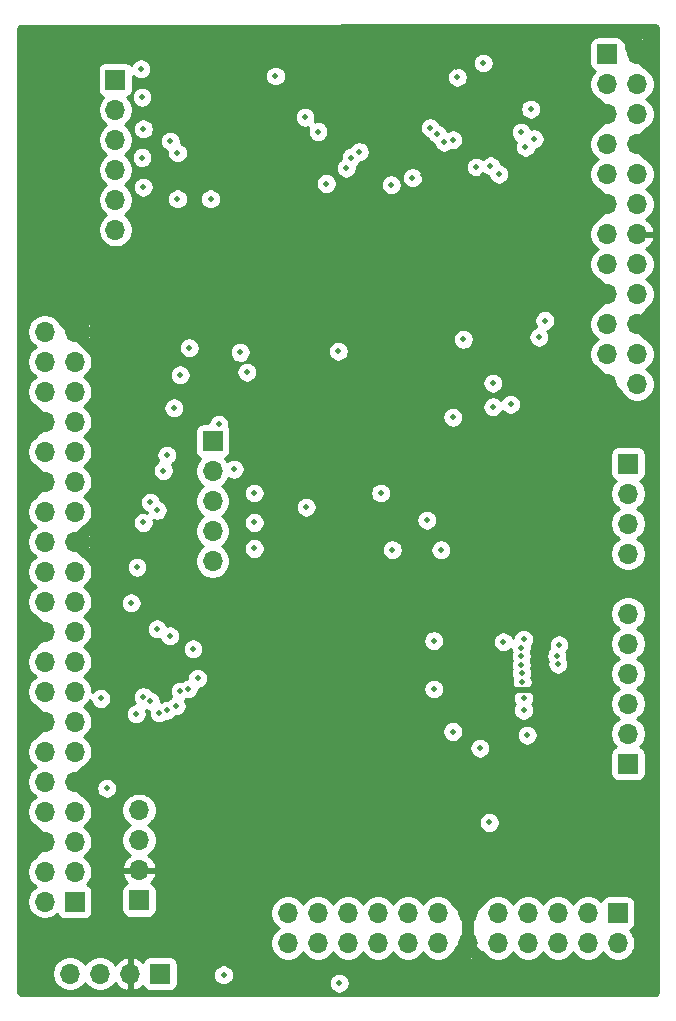
<source format=gbr>
G04 #@! TF.GenerationSoftware,KiCad,Pcbnew,(5.1.10)-1*
G04 #@! TF.CreationDate,2021-11-05T11:55:09+00:00*
G04 #@! TF.ProjectId,RasperryPi ECG Hat,52617370-6572-4727-9950-692045434720,rev?*
G04 #@! TF.SameCoordinates,Original*
G04 #@! TF.FileFunction,Copper,L3,Inr*
G04 #@! TF.FilePolarity,Positive*
%FSLAX46Y46*%
G04 Gerber Fmt 4.6, Leading zero omitted, Abs format (unit mm)*
G04 Created by KiCad (PCBNEW (5.1.10)-1) date 2021-11-05 11:55:09*
%MOMM*%
%LPD*%
G01*
G04 APERTURE LIST*
G04 #@! TA.AperFunction,ComponentPad*
%ADD10R,1.700000X1.700000*%
G04 #@! TD*
G04 #@! TA.AperFunction,ComponentPad*
%ADD11O,1.700000X1.700000*%
G04 #@! TD*
G04 #@! TA.AperFunction,ViaPad*
%ADD12C,0.500000*%
G04 #@! TD*
G04 #@! TA.AperFunction,Conductor*
%ADD13C,0.500000*%
G04 #@! TD*
G04 #@! TA.AperFunction,Conductor*
%ADD14C,1.000000*%
G04 #@! TD*
G04 #@! TA.AperFunction,Conductor*
%ADD15C,0.254000*%
G04 #@! TD*
G04 #@! TA.AperFunction,Conductor*
%ADD16C,0.100000*%
G04 #@! TD*
G04 APERTURE END LIST*
D10*
G04 #@! TO.N,IN1*
G04 #@! TO.C,ECG IN*
X104648000Y-96012000D03*
D11*
G04 #@! TO.N,IN2*
X104648000Y-93472000D03*
G04 #@! TO.N,IN3*
X104648000Y-90932000D03*
G04 #@! TO.N,IN4*
X104648000Y-88392000D03*
G04 #@! TO.N,IN5*
X104648000Y-85852000D03*
G04 #@! TO.N,IN6*
X104648000Y-83312000D03*
G04 #@! TD*
G04 #@! TO.N,MOSI*
G04 #@! TO.C,SPI*
X69469000Y-78867000D03*
G04 #@! TO.N,MISO*
X69469000Y-76327000D03*
G04 #@! TO.N,SCLK*
X69469000Y-73787000D03*
G04 #@! TO.N,CSB2*
X69469000Y-71247000D03*
D10*
G04 #@! TO.N,CSB1*
X69469000Y-68707000D03*
G04 #@! TD*
G04 #@! TO.N,7*
G04 #@! TO.C,RPI GPIO*
X103789000Y-108666000D03*
D11*
G04 #@! TO.N,11*
X103789000Y-111206000D03*
G04 #@! TO.N,13*
X101249000Y-108666000D03*
G04 #@! TO.N,15*
X101249000Y-111206000D03*
G04 #@! TO.N,27*
X98709000Y-108666000D03*
G04 #@! TO.N,29*
X98709000Y-111206000D03*
G04 #@! TO.N,31*
X96169000Y-108666000D03*
G04 #@! TO.N,35*
X96169000Y-111206000D03*
G04 #@! TO.N,33*
X93629000Y-108666000D03*
G04 #@! TO.N,37*
X93629000Y-111206000D03*
G04 #@! TO.N,Earth*
X91089000Y-108666000D03*
X91089000Y-111206000D03*
G04 #@! TO.N,3V3*
X88549000Y-108666000D03*
G04 #@! TO.N,5V*
X88549000Y-111206000D03*
X86009000Y-108666000D03*
G04 #@! TO.N,40*
X86009000Y-111206000D03*
G04 #@! TO.N,38*
X83469000Y-108666000D03*
G04 #@! TO.N,36*
X83469000Y-111206000D03*
G04 #@! TO.N,32*
X80929000Y-108666000D03*
G04 #@! TO.N,28*
X80929000Y-111206000D03*
G04 #@! TO.N,26*
X78389000Y-108666000D03*
G04 #@! TO.N,24*
X78389000Y-111206000D03*
G04 #@! TO.N,22*
X75849000Y-108666000D03*
G04 #@! TO.N,12*
X75849000Y-111206000D03*
G04 #@! TD*
G04 #@! TO.N,WCT_OUT*
G04 #@! TO.C,ECG CTRL*
X104648000Y-78232000D03*
G04 #@! TO.N,ALARMB*
X104648000Y-75692000D03*
G04 #@! TO.N,SYNCB*
X104648000Y-73152000D03*
D10*
G04 #@! TO.N,DRDYB*
X104648000Y-70612000D03*
G04 #@! TD*
G04 #@! TO.N,5V*
G04 #@! TO.C,I2C*
X65024000Y-113792000D03*
D11*
G04 #@! TO.N,Earth*
X62484000Y-113792000D03*
G04 #@! TO.N,I2C1_SCL*
X59944000Y-113792000D03*
G04 #@! TO.N,I2C1_SDA*
X57404000Y-113792000D03*
G04 #@! TD*
G04 #@! TO.N,UART_RX*
G04 #@! TO.C,UART*
X63246000Y-99949000D03*
G04 #@! TO.N,UART_TX*
X63246000Y-102489000D03*
G04 #@! TO.N,Earth*
X63246000Y-105029000D03*
D10*
G04 #@! TO.N,5V*
X63246000Y-107569000D03*
G04 #@! TD*
D11*
G04 #@! TO.N,DRDY*
G04 #@! TO.C,ADC CTRL*
X61246000Y-50810000D03*
G04 #@! TO.N,BUFEN*
X61246000Y-48270000D03*
G04 #@! TO.N,POL*
X61246000Y-45730000D03*
G04 #@! TO.N,~PDWN*
X61246000Y-43190000D03*
G04 #@! TO.N,~RESET*
X61246000Y-40650000D03*
D10*
G04 #@! TO.N,~DSYNC*
X61246000Y-38110000D03*
G04 #@! TD*
D11*
G04 #@! TO.N,Strain_3v3*
G04 #@! TO.C,ADC IN*
X105410000Y-63881000D03*
G04 #@! TO.N,Earth*
X102870000Y-63881000D03*
G04 #@! TO.N,AIN7*
X105410000Y-61341000D03*
G04 #@! TO.N,Strain_3v3*
X102870000Y-61341000D03*
G04 #@! TO.N,Earth*
X105410000Y-58801000D03*
G04 #@! TO.N,AIN6*
X102870000Y-58801000D03*
G04 #@! TO.N,Strain_3v3*
X105410000Y-56261000D03*
G04 #@! TO.N,Earth*
X102870000Y-56261000D03*
G04 #@! TO.N,AIN5*
X105410000Y-53721000D03*
G04 #@! TO.N,Strain_3v3*
X102870000Y-53721000D03*
G04 #@! TO.N,Earth*
X105410000Y-51181000D03*
G04 #@! TO.N,AIN4*
X102870000Y-51181000D03*
G04 #@! TO.N,Strain_3v3*
X105410000Y-48641000D03*
G04 #@! TO.N,Earth*
X102870000Y-48641000D03*
G04 #@! TO.N,AIN3*
X105410000Y-46101000D03*
G04 #@! TO.N,Strain_3v3*
X102870000Y-46101000D03*
G04 #@! TO.N,Earth*
X105410000Y-43561000D03*
G04 #@! TO.N,AIN2*
X102870000Y-43561000D03*
G04 #@! TO.N,Strain_3v3*
X105410000Y-41021000D03*
G04 #@! TO.N,Earth*
X102870000Y-41021000D03*
G04 #@! TO.N,AIN1*
X105410000Y-38481000D03*
G04 #@! TO.N,Strain_3v3*
X102870000Y-38481000D03*
G04 #@! TO.N,Earth*
X105410000Y-35941000D03*
D10*
G04 #@! TO.N,AIN0*
X102870000Y-35941000D03*
G04 #@! TD*
G04 #@! TO.N,3V3*
G04 #@! TO.C,RPI*
X57800000Y-107700000D03*
D11*
G04 #@! TO.N,5V*
X55260000Y-107700000D03*
G04 #@! TO.N,I2C1_SDA*
X57800000Y-105160000D03*
G04 #@! TO.N,5V*
X55260000Y-105160000D03*
G04 #@! TO.N,I2C1_SCL*
X57800000Y-102620000D03*
G04 #@! TO.N,Earth*
X55260000Y-102620000D03*
G04 #@! TO.N,7*
X57800000Y-100080000D03*
G04 #@! TO.N,UART_TX*
X55260000Y-100080000D03*
G04 #@! TO.N,Earth*
X57800000Y-97540000D03*
G04 #@! TO.N,UART_RX*
X55260000Y-97540000D03*
G04 #@! TO.N,11*
X57800000Y-95000000D03*
G04 #@! TO.N,12*
X55260000Y-95000000D03*
G04 #@! TO.N,13*
X57800000Y-92460000D03*
G04 #@! TO.N,Earth*
X55260000Y-92460000D03*
G04 #@! TO.N,15*
X57800000Y-89920000D03*
G04 #@! TO.N,CSB2*
X55260000Y-89920000D03*
G04 #@! TO.N,Net-(J1-Pad17)*
X57800000Y-87380000D03*
G04 #@! TO.N,CSB1*
X55260000Y-87380000D03*
G04 #@! TO.N,MOSI*
X57800000Y-84840000D03*
G04 #@! TO.N,Earth*
X55260000Y-84840000D03*
G04 #@! TO.N,MISO*
X57800000Y-82300000D03*
G04 #@! TO.N,22*
X55260000Y-82300000D03*
G04 #@! TO.N,SCLK*
X57800000Y-79760000D03*
G04 #@! TO.N,24*
X55260000Y-79760000D03*
G04 #@! TO.N,Earth*
X57800000Y-77220000D03*
G04 #@! TO.N,26*
X55260000Y-77220000D03*
G04 #@! TO.N,27*
X57800000Y-74680000D03*
G04 #@! TO.N,28*
X55260000Y-74680000D03*
G04 #@! TO.N,29*
X57800000Y-72140000D03*
G04 #@! TO.N,Earth*
X55260000Y-72140000D03*
G04 #@! TO.N,31*
X57800000Y-69600000D03*
G04 #@! TO.N,32*
X55260000Y-69600000D03*
G04 #@! TO.N,33*
X57800000Y-67060000D03*
G04 #@! TO.N,Earth*
X55260000Y-67060000D03*
G04 #@! TO.N,35*
X57800000Y-64520000D03*
G04 #@! TO.N,36*
X55260000Y-64520000D03*
G04 #@! TO.N,37*
X57800000Y-61980000D03*
G04 #@! TO.N,38*
X55260000Y-61980000D03*
G04 #@! TO.N,Earth*
X57800000Y-59440000D03*
G04 #@! TO.N,40*
X55260000Y-59440000D03*
G04 #@! TD*
D12*
G04 #@! TO.N,ECG_3v3*
X89800000Y-93300000D03*
X92100000Y-94700000D03*
X96100000Y-93600000D03*
X92900000Y-101000000D03*
X88800000Y-77900000D03*
X87600000Y-75400000D03*
X84700000Y-77900000D03*
G04 #@! TO.N,Earth*
X93095000Y-87476000D03*
X93095000Y-89762000D03*
X93095000Y-88619000D03*
X92015500Y-87476000D03*
X92015500Y-89762000D03*
X90809000Y-89762000D03*
X90809000Y-88619000D03*
X90809000Y-87476000D03*
X96700000Y-84100000D03*
X95800000Y-89800000D03*
X94400000Y-93800000D03*
X94047500Y-93164000D03*
X92015500Y-88619000D03*
X87900000Y-92300000D03*
X96000000Y-64800000D03*
X90200000Y-64800000D03*
X89800000Y-61200000D03*
X94500000Y-61200000D03*
X94700000Y-62800000D03*
X95500000Y-38700000D03*
X95500000Y-37600000D03*
X91800000Y-42200000D03*
X92400000Y-46200000D03*
X91100000Y-46200000D03*
X87300000Y-46200000D03*
X89800000Y-50700000D03*
X92800000Y-50700000D03*
X86500000Y-50700000D03*
X83600000Y-49000000D03*
X90100000Y-37000000D03*
X83600000Y-47100000D03*
X78000000Y-38100000D03*
X80000000Y-40500000D03*
X74200000Y-42500000D03*
X74700000Y-40000000D03*
X82500000Y-48000000D03*
X85400000Y-49700000D03*
X90700000Y-49700000D03*
X93900000Y-49700000D03*
X90500000Y-76700000D03*
X89100000Y-75000000D03*
X89200000Y-73000000D03*
X84500000Y-76600000D03*
X82400000Y-74100000D03*
X81400000Y-64100000D03*
X81400000Y-64900000D03*
X81400000Y-65700000D03*
X84100000Y-64100000D03*
X84100000Y-64900000D03*
X84100000Y-65600000D03*
G04 #@! TO.N,RLDOUT*
X94100000Y-85700000D03*
X95800000Y-90500000D03*
X95800000Y-85500000D03*
G04 #@! TO.N,ADC_3v3*
X90200000Y-37900000D03*
X92400000Y-36700000D03*
X91800000Y-45500000D03*
X86400000Y-46400000D03*
X84600000Y-47000000D03*
X79100000Y-46900000D03*
X63600000Y-47200000D03*
X63500000Y-44700000D03*
X63619232Y-42280768D03*
X63500000Y-39600000D03*
X77300000Y-41300000D03*
X78400000Y-42500000D03*
X63400000Y-37200000D03*
G04 #@! TO.N,Strain_3v3*
X89800000Y-66700000D03*
X94700000Y-65600000D03*
X93200000Y-63800000D03*
X93200000Y-65800000D03*
G04 #@! TO.N,CSB1*
X67818999Y-86300000D03*
G04 #@! TO.N,CSB2*
X89800000Y-43200000D03*
X68200000Y-88800000D03*
X80125000Y-61100000D03*
X71800000Y-61200000D03*
X71300000Y-71100000D03*
G04 #@! TO.N,SCLK*
X73000000Y-73100000D03*
X87900000Y-42175000D03*
G04 #@! TO.N,MISO*
X73000000Y-75600000D03*
X88500000Y-42700000D03*
G04 #@! TO.N,MOSI*
X73000000Y-77800000D03*
X89100000Y-43400000D03*
G04 #@! TO.N,12*
X60500000Y-98100000D03*
G04 #@! TO.N,22*
X63000000Y-91800000D03*
X62575000Y-82400000D03*
G04 #@! TO.N,24*
X63599754Y-90339852D03*
X63075000Y-79400000D03*
G04 #@! TO.N,26*
X63600000Y-75600000D03*
X64200000Y-90700000D03*
G04 #@! TO.N,28*
X64935920Y-91721360D03*
X64200000Y-73900000D03*
G04 #@! TO.N,32*
X65300000Y-71200000D03*
X65600000Y-91500000D03*
G04 #@! TO.N,36*
X66195898Y-65900000D03*
X66395819Y-91133202D03*
G04 #@! TO.N,38*
X66725001Y-63100000D03*
X66720898Y-89869775D03*
G04 #@! TO.N,40*
X67500000Y-60800000D03*
X67400000Y-89700000D03*
G04 #@! TO.N,37*
X72369267Y-62869267D03*
G04 #@! TO.N,33*
X70000000Y-67300000D03*
G04 #@! TO.N,35*
X77400000Y-74300000D03*
G04 #@! TO.N,31*
X65845888Y-85200000D03*
X65600000Y-69900000D03*
G04 #@! TO.N,29*
X80200000Y-114600000D03*
X60000000Y-90500000D03*
G04 #@! TO.N,27*
X64775000Y-84600000D03*
X64775000Y-74578768D03*
G04 #@! TO.N,13*
X70400000Y-113900000D03*
G04 #@! TO.N,DRDYB*
X88200000Y-85600000D03*
X88200000Y-89700000D03*
G04 #@! TO.N,WCT_OUT*
X95600000Y-86200000D03*
X98801829Y-85955707D03*
G04 #@! TO.N,~DSYNC*
X81200000Y-44700000D03*
X66500000Y-44300000D03*
G04 #@! TO.N,~RESET*
X80800000Y-45600000D03*
G04 #@! TO.N,~PDWN*
X81900000Y-44200000D03*
X65900000Y-43300000D03*
G04 #@! TO.N,BUFEN*
X69300000Y-48200000D03*
X66500000Y-48200000D03*
G04 #@! TO.N,AIN0*
X95600000Y-42575000D03*
X93000000Y-45400000D03*
G04 #@! TO.N,AIN1*
X95966737Y-43819262D03*
X93700000Y-46100000D03*
G04 #@! TO.N,AIN6*
X97600000Y-58500000D03*
X96400000Y-40600000D03*
G04 #@! TO.N,AIN7*
X97100000Y-59900000D03*
X96700000Y-43100000D03*
G04 #@! TO.N,IN6*
X95600000Y-86913464D03*
X98600000Y-86900000D03*
G04 #@! TO.N,IN5*
X95600000Y-87641268D03*
X98700000Y-87600000D03*
G04 #@! TO.N,IN4*
X95628965Y-88371035D03*
G04 #@! TO.N,IN3*
X95686950Y-89073899D03*
G04 #@! TO.N,IN2*
X95800000Y-91500000D03*
G04 #@! TO.N,5V*
X74800000Y-37800000D03*
X90700000Y-60100000D03*
X83700000Y-73100000D03*
G04 #@! TD*
D13*
G04 #@! TO.N,Earth*
X96800000Y-89800000D02*
X96100000Y-89800000D01*
X95800000Y-89800000D02*
X96100000Y-89800000D01*
X95800000Y-89800000D02*
X95200000Y-89800000D01*
X95200000Y-89800000D02*
X94500000Y-89800000D01*
D14*
X57800000Y-97540000D02*
X58260000Y-97540000D01*
X58260000Y-97540000D02*
X58700000Y-97100000D01*
X58740000Y-96600000D02*
X57800000Y-97540000D01*
X58900000Y-96600000D02*
X58740000Y-96600000D01*
X57800000Y-97540000D02*
X58660000Y-98400000D01*
X58940000Y-97540000D02*
X57800000Y-97540000D01*
X54240000Y-101600000D02*
X55260000Y-102620000D01*
X54280000Y-103600000D02*
X55260000Y-102620000D01*
X53780000Y-102620000D02*
X55260000Y-102620000D01*
X54240000Y-101600000D02*
X54440000Y-101800000D01*
X54300000Y-91500000D02*
X55260000Y-92460000D01*
X53960000Y-92460000D02*
X55260000Y-92460000D01*
X54320000Y-93400000D02*
X55260000Y-92460000D01*
X55260000Y-92460000D02*
X54160000Y-92460000D01*
X54160000Y-92460000D02*
X53700000Y-92000000D01*
X54860000Y-84840000D02*
X55260000Y-84840000D01*
X55260000Y-84840000D02*
X54220000Y-83800000D01*
X55260000Y-72140000D02*
X54200000Y-73200000D01*
X54060000Y-72140000D02*
X55260000Y-72140000D01*
X55260000Y-72140000D02*
X54320000Y-71200000D01*
X55260000Y-67060000D02*
X54300000Y-66100000D01*
X55260000Y-67060000D02*
X53920000Y-68400000D01*
X55260000Y-67060000D02*
X54040000Y-67060000D01*
X56900000Y-58540000D02*
X57800000Y-59440000D01*
X57800000Y-59440000D02*
X59360000Y-61000000D01*
X57800000Y-59440000D02*
X57800000Y-58300000D01*
X57800000Y-59440000D02*
X58840000Y-59440000D01*
X57800000Y-59440000D02*
X58700000Y-58540000D01*
X55260000Y-84840000D02*
X54100000Y-86000000D01*
X55260000Y-84840000D02*
X53740000Y-84840000D01*
X57800000Y-77220000D02*
X58800000Y-76220000D01*
X57800000Y-77220000D02*
X58780000Y-78200000D01*
X57800000Y-77220000D02*
X58820000Y-77220000D01*
X91089000Y-108666000D02*
X90100000Y-107677000D01*
X92500000Y-107255000D02*
X91089000Y-108666000D01*
X91089000Y-108666000D02*
X91089000Y-107511000D01*
X91089000Y-111206000D02*
X91089000Y-108666000D01*
X90400000Y-111895000D02*
X91089000Y-111206000D01*
X90400000Y-112300000D02*
X90400000Y-111895000D01*
X91089000Y-111206000D02*
X91089000Y-111389000D01*
X91089000Y-111389000D02*
X91900000Y-112200000D01*
X102870000Y-41021000D02*
X101991000Y-41900000D01*
X102870000Y-41021000D02*
X101949000Y-40100000D01*
X102870000Y-41021000D02*
X101421000Y-41021000D01*
X104900000Y-35431000D02*
X105410000Y-35941000D01*
X104900000Y-34900000D02*
X104900000Y-35431000D01*
X105410000Y-35941000D02*
X106269000Y-36800000D01*
X106800000Y-36800000D02*
X106269000Y-36800000D01*
X106500000Y-34851000D02*
X105410000Y-35941000D01*
X105410000Y-35941000D02*
X106259000Y-35941000D01*
X106259000Y-35941000D02*
X106600000Y-35600000D01*
X105410000Y-35941000D02*
X105410000Y-34890000D01*
X105410000Y-43561000D02*
X106471000Y-42500000D01*
X105410000Y-43561000D02*
X106349000Y-44500000D01*
X105410000Y-43561000D02*
X106361000Y-43561000D01*
X102870000Y-56261000D02*
X101909000Y-55300000D01*
X102870000Y-56261000D02*
X101931000Y-57200000D01*
X102870000Y-56261000D02*
X101539000Y-56261000D01*
X105410000Y-58801000D02*
X105599000Y-58801000D01*
X105599000Y-58801000D02*
X106400000Y-58000000D01*
X105410000Y-58801000D02*
X106309000Y-59700000D01*
X106309000Y-59700000D02*
X106309000Y-58791000D01*
X103800000Y-64811000D02*
X102870000Y-63881000D01*
X103800000Y-65000000D02*
X103800000Y-64811000D01*
X102870000Y-63881000D02*
X102870000Y-64830000D01*
X101851000Y-64900000D02*
X102870000Y-63881000D01*
X102870000Y-63881000D02*
X101689000Y-62700000D01*
X101681000Y-63881000D02*
X102870000Y-63881000D01*
X102870000Y-63881000D02*
X102870000Y-65030000D01*
X102870000Y-65030000D02*
X102500000Y-65400000D01*
X102000000Y-64900000D02*
X101851000Y-64900000D01*
X102500000Y-65400000D02*
X102000000Y-64900000D01*
X102870000Y-63881000D02*
X101719000Y-63881000D01*
X101719000Y-63881000D02*
X101300000Y-64300000D01*
X101300000Y-64300000D02*
X101300000Y-63500000D01*
X102011000Y-49500000D02*
X102870000Y-48641000D01*
X102000000Y-49500000D02*
X102011000Y-49500000D01*
X101759000Y-48641000D02*
X102870000Y-48641000D01*
X102870000Y-48641000D02*
X101929000Y-47700000D01*
X101929000Y-48471000D02*
X101759000Y-48641000D01*
X101929000Y-47700000D02*
X101929000Y-48471000D01*
X101929000Y-48471000D02*
X101929000Y-48871000D01*
X106471000Y-42500000D02*
X106471000Y-43771000D01*
X106349000Y-43893000D02*
X106349000Y-44500000D01*
X106471000Y-43771000D02*
X106349000Y-43893000D01*
G04 #@! TD*
D15*
G04 #@! TO.N,Earth*
X106946383Y-33520241D02*
X107007265Y-33534616D01*
X107064189Y-33560541D01*
X107115000Y-33597032D01*
X107157754Y-33642695D01*
X107190822Y-33695791D01*
X107212950Y-33754304D01*
X107226916Y-33837632D01*
X107227189Y-33845088D01*
X107217032Y-115217816D01*
X107212787Y-115334389D01*
X107198101Y-115396588D01*
X107171616Y-115454745D01*
X107134336Y-115506654D01*
X107087686Y-115550331D01*
X107033441Y-115584115D01*
X106973664Y-115606721D01*
X106888970Y-115620916D01*
X106881402Y-115621194D01*
X53397682Y-115593957D01*
X53280971Y-115589707D01*
X53218772Y-115575021D01*
X53160615Y-115548536D01*
X53108706Y-115511256D01*
X53065029Y-115464606D01*
X53031245Y-115410361D01*
X53008639Y-115350584D01*
X52994444Y-115265890D01*
X52994155Y-115258038D01*
X52993588Y-113645740D01*
X55919000Y-113645740D01*
X55919000Y-113938260D01*
X55976068Y-114225158D01*
X56088010Y-114495411D01*
X56250525Y-114738632D01*
X56457368Y-114945475D01*
X56700589Y-115107990D01*
X56970842Y-115219932D01*
X57257740Y-115277000D01*
X57550260Y-115277000D01*
X57837158Y-115219932D01*
X58107411Y-115107990D01*
X58350632Y-114945475D01*
X58557475Y-114738632D01*
X58674000Y-114564240D01*
X58790525Y-114738632D01*
X58997368Y-114945475D01*
X59240589Y-115107990D01*
X59510842Y-115219932D01*
X59797740Y-115277000D01*
X60090260Y-115277000D01*
X60377158Y-115219932D01*
X60647411Y-115107990D01*
X60890632Y-114945475D01*
X61097475Y-114738632D01*
X61219195Y-114556466D01*
X61288822Y-114673355D01*
X61483731Y-114889588D01*
X61717080Y-115063641D01*
X61979901Y-115188825D01*
X62127110Y-115233476D01*
X62357000Y-115112155D01*
X62357000Y-113919000D01*
X62337000Y-113919000D01*
X62337000Y-113665000D01*
X62357000Y-113665000D01*
X62357000Y-112471845D01*
X62611000Y-112471845D01*
X62611000Y-113665000D01*
X62631000Y-113665000D01*
X62631000Y-113919000D01*
X62611000Y-113919000D01*
X62611000Y-115112155D01*
X62840890Y-115233476D01*
X62988099Y-115188825D01*
X63250920Y-115063641D01*
X63484269Y-114889588D01*
X63560034Y-114805534D01*
X63584498Y-114886180D01*
X63643463Y-114996494D01*
X63722815Y-115093185D01*
X63819506Y-115172537D01*
X63929820Y-115231502D01*
X64049518Y-115267812D01*
X64174000Y-115280072D01*
X65874000Y-115280072D01*
X65998482Y-115267812D01*
X66118180Y-115231502D01*
X66228494Y-115172537D01*
X66325185Y-115093185D01*
X66404537Y-114996494D01*
X66463502Y-114886180D01*
X66499812Y-114766482D01*
X66512072Y-114642000D01*
X66512072Y-113812835D01*
X69515000Y-113812835D01*
X69515000Y-113987165D01*
X69549010Y-114158145D01*
X69615723Y-114319205D01*
X69712576Y-114464155D01*
X69835845Y-114587424D01*
X69980795Y-114684277D01*
X70141855Y-114750990D01*
X70312835Y-114785000D01*
X70487165Y-114785000D01*
X70658145Y-114750990D01*
X70819205Y-114684277D01*
X70964155Y-114587424D01*
X71038744Y-114512835D01*
X79315000Y-114512835D01*
X79315000Y-114687165D01*
X79349010Y-114858145D01*
X79415723Y-115019205D01*
X79512576Y-115164155D01*
X79635845Y-115287424D01*
X79780795Y-115384277D01*
X79941855Y-115450990D01*
X80112835Y-115485000D01*
X80287165Y-115485000D01*
X80458145Y-115450990D01*
X80619205Y-115384277D01*
X80764155Y-115287424D01*
X80887424Y-115164155D01*
X80984277Y-115019205D01*
X81050990Y-114858145D01*
X81085000Y-114687165D01*
X81085000Y-114512835D01*
X81050990Y-114341855D01*
X80984277Y-114180795D01*
X80887424Y-114035845D01*
X80764155Y-113912576D01*
X80619205Y-113815723D01*
X80458145Y-113749010D01*
X80287165Y-113715000D01*
X80112835Y-113715000D01*
X79941855Y-113749010D01*
X79780795Y-113815723D01*
X79635845Y-113912576D01*
X79512576Y-114035845D01*
X79415723Y-114180795D01*
X79349010Y-114341855D01*
X79315000Y-114512835D01*
X71038744Y-114512835D01*
X71087424Y-114464155D01*
X71184277Y-114319205D01*
X71250990Y-114158145D01*
X71285000Y-113987165D01*
X71285000Y-113812835D01*
X71250990Y-113641855D01*
X71184277Y-113480795D01*
X71087424Y-113335845D01*
X70964155Y-113212576D01*
X70819205Y-113115723D01*
X70658145Y-113049010D01*
X70487165Y-113015000D01*
X70312835Y-113015000D01*
X70141855Y-113049010D01*
X69980795Y-113115723D01*
X69835845Y-113212576D01*
X69712576Y-113335845D01*
X69615723Y-113480795D01*
X69549010Y-113641855D01*
X69515000Y-113812835D01*
X66512072Y-113812835D01*
X66512072Y-112942000D01*
X66499812Y-112817518D01*
X66463502Y-112697820D01*
X66404537Y-112587506D01*
X66325185Y-112490815D01*
X66228494Y-112411463D01*
X66118180Y-112352498D01*
X65998482Y-112316188D01*
X65874000Y-112303928D01*
X64174000Y-112303928D01*
X64049518Y-112316188D01*
X63929820Y-112352498D01*
X63819506Y-112411463D01*
X63722815Y-112490815D01*
X63643463Y-112587506D01*
X63584498Y-112697820D01*
X63560034Y-112778466D01*
X63484269Y-112694412D01*
X63250920Y-112520359D01*
X62988099Y-112395175D01*
X62840890Y-112350524D01*
X62611000Y-112471845D01*
X62357000Y-112471845D01*
X62127110Y-112350524D01*
X61979901Y-112395175D01*
X61717080Y-112520359D01*
X61483731Y-112694412D01*
X61288822Y-112910645D01*
X61219195Y-113027534D01*
X61097475Y-112845368D01*
X60890632Y-112638525D01*
X60647411Y-112476010D01*
X60377158Y-112364068D01*
X60090260Y-112307000D01*
X59797740Y-112307000D01*
X59510842Y-112364068D01*
X59240589Y-112476010D01*
X58997368Y-112638525D01*
X58790525Y-112845368D01*
X58674000Y-113019760D01*
X58557475Y-112845368D01*
X58350632Y-112638525D01*
X58107411Y-112476010D01*
X57837158Y-112364068D01*
X57550260Y-112307000D01*
X57257740Y-112307000D01*
X56970842Y-112364068D01*
X56700589Y-112476010D01*
X56457368Y-112638525D01*
X56250525Y-112845368D01*
X56088010Y-113088589D01*
X55976068Y-113358842D01*
X55919000Y-113645740D01*
X52993588Y-113645740D01*
X52974459Y-59293740D01*
X53775000Y-59293740D01*
X53775000Y-59586260D01*
X53832068Y-59873158D01*
X53944010Y-60143411D01*
X54106525Y-60386632D01*
X54313368Y-60593475D01*
X54487760Y-60710000D01*
X54313368Y-60826525D01*
X54106525Y-61033368D01*
X53944010Y-61276589D01*
X53832068Y-61546842D01*
X53775000Y-61833740D01*
X53775000Y-62126260D01*
X53832068Y-62413158D01*
X53944010Y-62683411D01*
X54106525Y-62926632D01*
X54313368Y-63133475D01*
X54487760Y-63250000D01*
X54313368Y-63366525D01*
X54106525Y-63573368D01*
X53944010Y-63816589D01*
X53832068Y-64086842D01*
X53775000Y-64373740D01*
X53775000Y-64666260D01*
X53832068Y-64953158D01*
X53944010Y-65223411D01*
X54106525Y-65466632D01*
X54313368Y-65673475D01*
X54495534Y-65795195D01*
X54378645Y-65864822D01*
X54162412Y-66059731D01*
X53988359Y-66293080D01*
X53863175Y-66555901D01*
X53818524Y-66703110D01*
X53939845Y-66933000D01*
X55133000Y-66933000D01*
X55133000Y-66913000D01*
X55387000Y-66913000D01*
X55387000Y-66933000D01*
X55407000Y-66933000D01*
X55407000Y-67187000D01*
X55387000Y-67187000D01*
X55387000Y-67207000D01*
X55133000Y-67207000D01*
X55133000Y-67187000D01*
X53939845Y-67187000D01*
X53818524Y-67416890D01*
X53863175Y-67564099D01*
X53988359Y-67826920D01*
X54162412Y-68060269D01*
X54378645Y-68255178D01*
X54495534Y-68324805D01*
X54313368Y-68446525D01*
X54106525Y-68653368D01*
X53944010Y-68896589D01*
X53832068Y-69166842D01*
X53775000Y-69453740D01*
X53775000Y-69746260D01*
X53832068Y-70033158D01*
X53944010Y-70303411D01*
X54106525Y-70546632D01*
X54313368Y-70753475D01*
X54495534Y-70875195D01*
X54378645Y-70944822D01*
X54162412Y-71139731D01*
X53988359Y-71373080D01*
X53863175Y-71635901D01*
X53818524Y-71783110D01*
X53939845Y-72013000D01*
X55133000Y-72013000D01*
X55133000Y-71993000D01*
X55387000Y-71993000D01*
X55387000Y-72013000D01*
X55407000Y-72013000D01*
X55407000Y-72267000D01*
X55387000Y-72267000D01*
X55387000Y-72287000D01*
X55133000Y-72287000D01*
X55133000Y-72267000D01*
X53939845Y-72267000D01*
X53818524Y-72496890D01*
X53863175Y-72644099D01*
X53988359Y-72906920D01*
X54162412Y-73140269D01*
X54378645Y-73335178D01*
X54495534Y-73404805D01*
X54313368Y-73526525D01*
X54106525Y-73733368D01*
X53944010Y-73976589D01*
X53832068Y-74246842D01*
X53775000Y-74533740D01*
X53775000Y-74826260D01*
X53832068Y-75113158D01*
X53944010Y-75383411D01*
X54106525Y-75626632D01*
X54313368Y-75833475D01*
X54487760Y-75950000D01*
X54313368Y-76066525D01*
X54106525Y-76273368D01*
X53944010Y-76516589D01*
X53832068Y-76786842D01*
X53775000Y-77073740D01*
X53775000Y-77366260D01*
X53832068Y-77653158D01*
X53944010Y-77923411D01*
X54106525Y-78166632D01*
X54313368Y-78373475D01*
X54487760Y-78490000D01*
X54313368Y-78606525D01*
X54106525Y-78813368D01*
X53944010Y-79056589D01*
X53832068Y-79326842D01*
X53775000Y-79613740D01*
X53775000Y-79906260D01*
X53832068Y-80193158D01*
X53944010Y-80463411D01*
X54106525Y-80706632D01*
X54313368Y-80913475D01*
X54487760Y-81030000D01*
X54313368Y-81146525D01*
X54106525Y-81353368D01*
X53944010Y-81596589D01*
X53832068Y-81866842D01*
X53775000Y-82153740D01*
X53775000Y-82446260D01*
X53832068Y-82733158D01*
X53944010Y-83003411D01*
X54106525Y-83246632D01*
X54313368Y-83453475D01*
X54495534Y-83575195D01*
X54378645Y-83644822D01*
X54162412Y-83839731D01*
X53988359Y-84073080D01*
X53863175Y-84335901D01*
X53818524Y-84483110D01*
X53939845Y-84713000D01*
X55133000Y-84713000D01*
X55133000Y-84693000D01*
X55387000Y-84693000D01*
X55387000Y-84713000D01*
X55407000Y-84713000D01*
X55407000Y-84967000D01*
X55387000Y-84967000D01*
X55387000Y-84987000D01*
X55133000Y-84987000D01*
X55133000Y-84967000D01*
X53939845Y-84967000D01*
X53818524Y-85196890D01*
X53863175Y-85344099D01*
X53988359Y-85606920D01*
X54162412Y-85840269D01*
X54378645Y-86035178D01*
X54495534Y-86104805D01*
X54313368Y-86226525D01*
X54106525Y-86433368D01*
X53944010Y-86676589D01*
X53832068Y-86946842D01*
X53775000Y-87233740D01*
X53775000Y-87526260D01*
X53832068Y-87813158D01*
X53944010Y-88083411D01*
X54106525Y-88326632D01*
X54313368Y-88533475D01*
X54487760Y-88650000D01*
X54313368Y-88766525D01*
X54106525Y-88973368D01*
X53944010Y-89216589D01*
X53832068Y-89486842D01*
X53775000Y-89773740D01*
X53775000Y-90066260D01*
X53832068Y-90353158D01*
X53944010Y-90623411D01*
X54106525Y-90866632D01*
X54313368Y-91073475D01*
X54495534Y-91195195D01*
X54378645Y-91264822D01*
X54162412Y-91459731D01*
X53988359Y-91693080D01*
X53863175Y-91955901D01*
X53818524Y-92103110D01*
X53939845Y-92333000D01*
X55133000Y-92333000D01*
X55133000Y-92313000D01*
X55387000Y-92313000D01*
X55387000Y-92333000D01*
X55407000Y-92333000D01*
X55407000Y-92587000D01*
X55387000Y-92587000D01*
X55387000Y-92607000D01*
X55133000Y-92607000D01*
X55133000Y-92587000D01*
X53939845Y-92587000D01*
X53818524Y-92816890D01*
X53863175Y-92964099D01*
X53988359Y-93226920D01*
X54162412Y-93460269D01*
X54378645Y-93655178D01*
X54495534Y-93724805D01*
X54313368Y-93846525D01*
X54106525Y-94053368D01*
X53944010Y-94296589D01*
X53832068Y-94566842D01*
X53775000Y-94853740D01*
X53775000Y-95146260D01*
X53832068Y-95433158D01*
X53944010Y-95703411D01*
X54106525Y-95946632D01*
X54313368Y-96153475D01*
X54487760Y-96270000D01*
X54313368Y-96386525D01*
X54106525Y-96593368D01*
X53944010Y-96836589D01*
X53832068Y-97106842D01*
X53775000Y-97393740D01*
X53775000Y-97686260D01*
X53832068Y-97973158D01*
X53944010Y-98243411D01*
X54106525Y-98486632D01*
X54313368Y-98693475D01*
X54487760Y-98810000D01*
X54313368Y-98926525D01*
X54106525Y-99133368D01*
X53944010Y-99376589D01*
X53832068Y-99646842D01*
X53775000Y-99933740D01*
X53775000Y-100226260D01*
X53832068Y-100513158D01*
X53944010Y-100783411D01*
X54106525Y-101026632D01*
X54313368Y-101233475D01*
X54495534Y-101355195D01*
X54378645Y-101424822D01*
X54162412Y-101619731D01*
X53988359Y-101853080D01*
X53863175Y-102115901D01*
X53818524Y-102263110D01*
X53939845Y-102493000D01*
X55133000Y-102493000D01*
X55133000Y-102473000D01*
X55387000Y-102473000D01*
X55387000Y-102493000D01*
X55407000Y-102493000D01*
X55407000Y-102747000D01*
X55387000Y-102747000D01*
X55387000Y-102767000D01*
X55133000Y-102767000D01*
X55133000Y-102747000D01*
X53939845Y-102747000D01*
X53818524Y-102976890D01*
X53863175Y-103124099D01*
X53988359Y-103386920D01*
X54162412Y-103620269D01*
X54378645Y-103815178D01*
X54495534Y-103884805D01*
X54313368Y-104006525D01*
X54106525Y-104213368D01*
X53944010Y-104456589D01*
X53832068Y-104726842D01*
X53775000Y-105013740D01*
X53775000Y-105306260D01*
X53832068Y-105593158D01*
X53944010Y-105863411D01*
X54106525Y-106106632D01*
X54313368Y-106313475D01*
X54487760Y-106430000D01*
X54313368Y-106546525D01*
X54106525Y-106753368D01*
X53944010Y-106996589D01*
X53832068Y-107266842D01*
X53775000Y-107553740D01*
X53775000Y-107846260D01*
X53832068Y-108133158D01*
X53944010Y-108403411D01*
X54106525Y-108646632D01*
X54313368Y-108853475D01*
X54556589Y-109015990D01*
X54826842Y-109127932D01*
X55113740Y-109185000D01*
X55406260Y-109185000D01*
X55693158Y-109127932D01*
X55963411Y-109015990D01*
X56206632Y-108853475D01*
X56338487Y-108721620D01*
X56360498Y-108794180D01*
X56419463Y-108904494D01*
X56498815Y-109001185D01*
X56595506Y-109080537D01*
X56705820Y-109139502D01*
X56825518Y-109175812D01*
X56950000Y-109188072D01*
X58650000Y-109188072D01*
X58774482Y-109175812D01*
X58894180Y-109139502D01*
X59004494Y-109080537D01*
X59101185Y-109001185D01*
X59180537Y-108904494D01*
X59239502Y-108794180D01*
X59275812Y-108674482D01*
X59288072Y-108550000D01*
X59288072Y-106850000D01*
X59275812Y-106725518D01*
X59273835Y-106719000D01*
X61757928Y-106719000D01*
X61757928Y-108419000D01*
X61770188Y-108543482D01*
X61806498Y-108663180D01*
X61865463Y-108773494D01*
X61944815Y-108870185D01*
X62041506Y-108949537D01*
X62151820Y-109008502D01*
X62271518Y-109044812D01*
X62396000Y-109057072D01*
X64096000Y-109057072D01*
X64220482Y-109044812D01*
X64340180Y-109008502D01*
X64450494Y-108949537D01*
X64547185Y-108870185D01*
X64626537Y-108773494D01*
X64685502Y-108663180D01*
X64721812Y-108543482D01*
X64724150Y-108519740D01*
X74364000Y-108519740D01*
X74364000Y-108812260D01*
X74421068Y-109099158D01*
X74533010Y-109369411D01*
X74695525Y-109612632D01*
X74902368Y-109819475D01*
X75076760Y-109936000D01*
X74902368Y-110052525D01*
X74695525Y-110259368D01*
X74533010Y-110502589D01*
X74421068Y-110772842D01*
X74364000Y-111059740D01*
X74364000Y-111352260D01*
X74421068Y-111639158D01*
X74533010Y-111909411D01*
X74695525Y-112152632D01*
X74902368Y-112359475D01*
X75145589Y-112521990D01*
X75415842Y-112633932D01*
X75702740Y-112691000D01*
X75995260Y-112691000D01*
X76282158Y-112633932D01*
X76552411Y-112521990D01*
X76795632Y-112359475D01*
X77002475Y-112152632D01*
X77119000Y-111978240D01*
X77235525Y-112152632D01*
X77442368Y-112359475D01*
X77685589Y-112521990D01*
X77955842Y-112633932D01*
X78242740Y-112691000D01*
X78535260Y-112691000D01*
X78822158Y-112633932D01*
X79092411Y-112521990D01*
X79335632Y-112359475D01*
X79542475Y-112152632D01*
X79659000Y-111978240D01*
X79775525Y-112152632D01*
X79982368Y-112359475D01*
X80225589Y-112521990D01*
X80495842Y-112633932D01*
X80782740Y-112691000D01*
X81075260Y-112691000D01*
X81362158Y-112633932D01*
X81632411Y-112521990D01*
X81875632Y-112359475D01*
X82082475Y-112152632D01*
X82199000Y-111978240D01*
X82315525Y-112152632D01*
X82522368Y-112359475D01*
X82765589Y-112521990D01*
X83035842Y-112633932D01*
X83322740Y-112691000D01*
X83615260Y-112691000D01*
X83902158Y-112633932D01*
X84172411Y-112521990D01*
X84415632Y-112359475D01*
X84622475Y-112152632D01*
X84739000Y-111978240D01*
X84855525Y-112152632D01*
X85062368Y-112359475D01*
X85305589Y-112521990D01*
X85575842Y-112633932D01*
X85862740Y-112691000D01*
X86155260Y-112691000D01*
X86442158Y-112633932D01*
X86712411Y-112521990D01*
X86955632Y-112359475D01*
X87162475Y-112152632D01*
X87279000Y-111978240D01*
X87395525Y-112152632D01*
X87602368Y-112359475D01*
X87845589Y-112521990D01*
X88115842Y-112633932D01*
X88402740Y-112691000D01*
X88695260Y-112691000D01*
X88982158Y-112633932D01*
X89252411Y-112521990D01*
X89495632Y-112359475D01*
X89702475Y-112152632D01*
X89824195Y-111970466D01*
X89893822Y-112087355D01*
X90088731Y-112303588D01*
X90322080Y-112477641D01*
X90584901Y-112602825D01*
X90732110Y-112647476D01*
X90962000Y-112526155D01*
X90962000Y-111333000D01*
X90942000Y-111333000D01*
X90942000Y-111079000D01*
X90962000Y-111079000D01*
X90962000Y-108793000D01*
X90942000Y-108793000D01*
X90942000Y-108539000D01*
X90962000Y-108539000D01*
X90962000Y-107345845D01*
X91216000Y-107345845D01*
X91216000Y-108539000D01*
X91236000Y-108539000D01*
X91236000Y-108793000D01*
X91216000Y-108793000D01*
X91216000Y-111079000D01*
X91236000Y-111079000D01*
X91236000Y-111333000D01*
X91216000Y-111333000D01*
X91216000Y-112526155D01*
X91445890Y-112647476D01*
X91593099Y-112602825D01*
X91855920Y-112477641D01*
X92089269Y-112303588D01*
X92284178Y-112087355D01*
X92353805Y-111970466D01*
X92475525Y-112152632D01*
X92682368Y-112359475D01*
X92925589Y-112521990D01*
X93195842Y-112633932D01*
X93482740Y-112691000D01*
X93775260Y-112691000D01*
X94062158Y-112633932D01*
X94332411Y-112521990D01*
X94575632Y-112359475D01*
X94782475Y-112152632D01*
X94899000Y-111978240D01*
X95015525Y-112152632D01*
X95222368Y-112359475D01*
X95465589Y-112521990D01*
X95735842Y-112633932D01*
X96022740Y-112691000D01*
X96315260Y-112691000D01*
X96602158Y-112633932D01*
X96872411Y-112521990D01*
X97115632Y-112359475D01*
X97322475Y-112152632D01*
X97439000Y-111978240D01*
X97555525Y-112152632D01*
X97762368Y-112359475D01*
X98005589Y-112521990D01*
X98275842Y-112633932D01*
X98562740Y-112691000D01*
X98855260Y-112691000D01*
X99142158Y-112633932D01*
X99412411Y-112521990D01*
X99655632Y-112359475D01*
X99862475Y-112152632D01*
X99979000Y-111978240D01*
X100095525Y-112152632D01*
X100302368Y-112359475D01*
X100545589Y-112521990D01*
X100815842Y-112633932D01*
X101102740Y-112691000D01*
X101395260Y-112691000D01*
X101682158Y-112633932D01*
X101952411Y-112521990D01*
X102195632Y-112359475D01*
X102402475Y-112152632D01*
X102519000Y-111978240D01*
X102635525Y-112152632D01*
X102842368Y-112359475D01*
X103085589Y-112521990D01*
X103355842Y-112633932D01*
X103642740Y-112691000D01*
X103935260Y-112691000D01*
X104222158Y-112633932D01*
X104492411Y-112521990D01*
X104735632Y-112359475D01*
X104942475Y-112152632D01*
X105104990Y-111909411D01*
X105216932Y-111639158D01*
X105274000Y-111352260D01*
X105274000Y-111059740D01*
X105216932Y-110772842D01*
X105104990Y-110502589D01*
X104942475Y-110259368D01*
X104810620Y-110127513D01*
X104883180Y-110105502D01*
X104993494Y-110046537D01*
X105090185Y-109967185D01*
X105169537Y-109870494D01*
X105228502Y-109760180D01*
X105264812Y-109640482D01*
X105277072Y-109516000D01*
X105277072Y-107816000D01*
X105264812Y-107691518D01*
X105228502Y-107571820D01*
X105169537Y-107461506D01*
X105090185Y-107364815D01*
X104993494Y-107285463D01*
X104883180Y-107226498D01*
X104763482Y-107190188D01*
X104639000Y-107177928D01*
X102939000Y-107177928D01*
X102814518Y-107190188D01*
X102694820Y-107226498D01*
X102584506Y-107285463D01*
X102487815Y-107364815D01*
X102408463Y-107461506D01*
X102349498Y-107571820D01*
X102327487Y-107644380D01*
X102195632Y-107512525D01*
X101952411Y-107350010D01*
X101682158Y-107238068D01*
X101395260Y-107181000D01*
X101102740Y-107181000D01*
X100815842Y-107238068D01*
X100545589Y-107350010D01*
X100302368Y-107512525D01*
X100095525Y-107719368D01*
X99979000Y-107893760D01*
X99862475Y-107719368D01*
X99655632Y-107512525D01*
X99412411Y-107350010D01*
X99142158Y-107238068D01*
X98855260Y-107181000D01*
X98562740Y-107181000D01*
X98275842Y-107238068D01*
X98005589Y-107350010D01*
X97762368Y-107512525D01*
X97555525Y-107719368D01*
X97439000Y-107893760D01*
X97322475Y-107719368D01*
X97115632Y-107512525D01*
X96872411Y-107350010D01*
X96602158Y-107238068D01*
X96315260Y-107181000D01*
X96022740Y-107181000D01*
X95735842Y-107238068D01*
X95465589Y-107350010D01*
X95222368Y-107512525D01*
X95015525Y-107719368D01*
X94899000Y-107893760D01*
X94782475Y-107719368D01*
X94575632Y-107512525D01*
X94332411Y-107350010D01*
X94062158Y-107238068D01*
X93775260Y-107181000D01*
X93482740Y-107181000D01*
X93195842Y-107238068D01*
X92925589Y-107350010D01*
X92682368Y-107512525D01*
X92475525Y-107719368D01*
X92353805Y-107901534D01*
X92284178Y-107784645D01*
X92089269Y-107568412D01*
X91855920Y-107394359D01*
X91593099Y-107269175D01*
X91445890Y-107224524D01*
X91216000Y-107345845D01*
X90962000Y-107345845D01*
X90732110Y-107224524D01*
X90584901Y-107269175D01*
X90322080Y-107394359D01*
X90088731Y-107568412D01*
X89893822Y-107784645D01*
X89824195Y-107901534D01*
X89702475Y-107719368D01*
X89495632Y-107512525D01*
X89252411Y-107350010D01*
X88982158Y-107238068D01*
X88695260Y-107181000D01*
X88402740Y-107181000D01*
X88115842Y-107238068D01*
X87845589Y-107350010D01*
X87602368Y-107512525D01*
X87395525Y-107719368D01*
X87279000Y-107893760D01*
X87162475Y-107719368D01*
X86955632Y-107512525D01*
X86712411Y-107350010D01*
X86442158Y-107238068D01*
X86155260Y-107181000D01*
X85862740Y-107181000D01*
X85575842Y-107238068D01*
X85305589Y-107350010D01*
X85062368Y-107512525D01*
X84855525Y-107719368D01*
X84739000Y-107893760D01*
X84622475Y-107719368D01*
X84415632Y-107512525D01*
X84172411Y-107350010D01*
X83902158Y-107238068D01*
X83615260Y-107181000D01*
X83322740Y-107181000D01*
X83035842Y-107238068D01*
X82765589Y-107350010D01*
X82522368Y-107512525D01*
X82315525Y-107719368D01*
X82199000Y-107893760D01*
X82082475Y-107719368D01*
X81875632Y-107512525D01*
X81632411Y-107350010D01*
X81362158Y-107238068D01*
X81075260Y-107181000D01*
X80782740Y-107181000D01*
X80495842Y-107238068D01*
X80225589Y-107350010D01*
X79982368Y-107512525D01*
X79775525Y-107719368D01*
X79659000Y-107893760D01*
X79542475Y-107719368D01*
X79335632Y-107512525D01*
X79092411Y-107350010D01*
X78822158Y-107238068D01*
X78535260Y-107181000D01*
X78242740Y-107181000D01*
X77955842Y-107238068D01*
X77685589Y-107350010D01*
X77442368Y-107512525D01*
X77235525Y-107719368D01*
X77119000Y-107893760D01*
X77002475Y-107719368D01*
X76795632Y-107512525D01*
X76552411Y-107350010D01*
X76282158Y-107238068D01*
X75995260Y-107181000D01*
X75702740Y-107181000D01*
X75415842Y-107238068D01*
X75145589Y-107350010D01*
X74902368Y-107512525D01*
X74695525Y-107719368D01*
X74533010Y-107962589D01*
X74421068Y-108232842D01*
X74364000Y-108519740D01*
X64724150Y-108519740D01*
X64734072Y-108419000D01*
X64734072Y-106719000D01*
X64721812Y-106594518D01*
X64685502Y-106474820D01*
X64626537Y-106364506D01*
X64547185Y-106267815D01*
X64450494Y-106188463D01*
X64340180Y-106129498D01*
X64259534Y-106105034D01*
X64343588Y-106029269D01*
X64517641Y-105795920D01*
X64642825Y-105533099D01*
X64687476Y-105385890D01*
X64566155Y-105156000D01*
X63373000Y-105156000D01*
X63373000Y-105176000D01*
X63119000Y-105176000D01*
X63119000Y-105156000D01*
X61925845Y-105156000D01*
X61804524Y-105385890D01*
X61849175Y-105533099D01*
X61974359Y-105795920D01*
X62148412Y-106029269D01*
X62232466Y-106105034D01*
X62151820Y-106129498D01*
X62041506Y-106188463D01*
X61944815Y-106267815D01*
X61865463Y-106364506D01*
X61806498Y-106474820D01*
X61770188Y-106594518D01*
X61757928Y-106719000D01*
X59273835Y-106719000D01*
X59239502Y-106605820D01*
X59180537Y-106495506D01*
X59101185Y-106398815D01*
X59004494Y-106319463D01*
X58894180Y-106260498D01*
X58821620Y-106238487D01*
X58953475Y-106106632D01*
X59115990Y-105863411D01*
X59227932Y-105593158D01*
X59285000Y-105306260D01*
X59285000Y-105013740D01*
X59227932Y-104726842D01*
X59115990Y-104456589D01*
X58953475Y-104213368D01*
X58746632Y-104006525D01*
X58572240Y-103890000D01*
X58746632Y-103773475D01*
X58953475Y-103566632D01*
X59115990Y-103323411D01*
X59227932Y-103053158D01*
X59285000Y-102766260D01*
X59285000Y-102473740D01*
X59227932Y-102186842D01*
X59115990Y-101916589D01*
X58953475Y-101673368D01*
X58746632Y-101466525D01*
X58572240Y-101350000D01*
X58746632Y-101233475D01*
X58953475Y-101026632D01*
X59115990Y-100783411D01*
X59227932Y-100513158D01*
X59285000Y-100226260D01*
X59285000Y-99933740D01*
X59258943Y-99802740D01*
X61761000Y-99802740D01*
X61761000Y-100095260D01*
X61818068Y-100382158D01*
X61930010Y-100652411D01*
X62092525Y-100895632D01*
X62299368Y-101102475D01*
X62473760Y-101219000D01*
X62299368Y-101335525D01*
X62092525Y-101542368D01*
X61930010Y-101785589D01*
X61818068Y-102055842D01*
X61761000Y-102342740D01*
X61761000Y-102635260D01*
X61818068Y-102922158D01*
X61930010Y-103192411D01*
X62092525Y-103435632D01*
X62299368Y-103642475D01*
X62481534Y-103764195D01*
X62364645Y-103833822D01*
X62148412Y-104028731D01*
X61974359Y-104262080D01*
X61849175Y-104524901D01*
X61804524Y-104672110D01*
X61925845Y-104902000D01*
X63119000Y-104902000D01*
X63119000Y-104882000D01*
X63373000Y-104882000D01*
X63373000Y-104902000D01*
X64566155Y-104902000D01*
X64687476Y-104672110D01*
X64642825Y-104524901D01*
X64517641Y-104262080D01*
X64343588Y-104028731D01*
X64127355Y-103833822D01*
X64010466Y-103764195D01*
X64192632Y-103642475D01*
X64399475Y-103435632D01*
X64561990Y-103192411D01*
X64673932Y-102922158D01*
X64731000Y-102635260D01*
X64731000Y-102342740D01*
X64673932Y-102055842D01*
X64561990Y-101785589D01*
X64399475Y-101542368D01*
X64192632Y-101335525D01*
X64018240Y-101219000D01*
X64192632Y-101102475D01*
X64382272Y-100912835D01*
X92015000Y-100912835D01*
X92015000Y-101087165D01*
X92049010Y-101258145D01*
X92115723Y-101419205D01*
X92212576Y-101564155D01*
X92335845Y-101687424D01*
X92480795Y-101784277D01*
X92641855Y-101850990D01*
X92812835Y-101885000D01*
X92987165Y-101885000D01*
X93158145Y-101850990D01*
X93319205Y-101784277D01*
X93464155Y-101687424D01*
X93587424Y-101564155D01*
X93684277Y-101419205D01*
X93750990Y-101258145D01*
X93785000Y-101087165D01*
X93785000Y-100912835D01*
X93750990Y-100741855D01*
X93684277Y-100580795D01*
X93587424Y-100435845D01*
X93464155Y-100312576D01*
X93319205Y-100215723D01*
X93158145Y-100149010D01*
X92987165Y-100115000D01*
X92812835Y-100115000D01*
X92641855Y-100149010D01*
X92480795Y-100215723D01*
X92335845Y-100312576D01*
X92212576Y-100435845D01*
X92115723Y-100580795D01*
X92049010Y-100741855D01*
X92015000Y-100912835D01*
X64382272Y-100912835D01*
X64399475Y-100895632D01*
X64561990Y-100652411D01*
X64673932Y-100382158D01*
X64731000Y-100095260D01*
X64731000Y-99802740D01*
X64673932Y-99515842D01*
X64561990Y-99245589D01*
X64399475Y-99002368D01*
X64192632Y-98795525D01*
X63949411Y-98633010D01*
X63679158Y-98521068D01*
X63392260Y-98464000D01*
X63099740Y-98464000D01*
X62812842Y-98521068D01*
X62542589Y-98633010D01*
X62299368Y-98795525D01*
X62092525Y-99002368D01*
X61930010Y-99245589D01*
X61818068Y-99515842D01*
X61761000Y-99802740D01*
X59258943Y-99802740D01*
X59227932Y-99646842D01*
X59115990Y-99376589D01*
X58953475Y-99133368D01*
X58746632Y-98926525D01*
X58564466Y-98804805D01*
X58681355Y-98735178D01*
X58897588Y-98540269D01*
X59071641Y-98306920D01*
X59196825Y-98044099D01*
X59206307Y-98012835D01*
X59615000Y-98012835D01*
X59615000Y-98187165D01*
X59649010Y-98358145D01*
X59715723Y-98519205D01*
X59812576Y-98664155D01*
X59935845Y-98787424D01*
X60080795Y-98884277D01*
X60241855Y-98950990D01*
X60412835Y-98985000D01*
X60587165Y-98985000D01*
X60758145Y-98950990D01*
X60919205Y-98884277D01*
X61064155Y-98787424D01*
X61187424Y-98664155D01*
X61284277Y-98519205D01*
X61350990Y-98358145D01*
X61385000Y-98187165D01*
X61385000Y-98012835D01*
X61350990Y-97841855D01*
X61284277Y-97680795D01*
X61187424Y-97535845D01*
X61064155Y-97412576D01*
X60919205Y-97315723D01*
X60758145Y-97249010D01*
X60587165Y-97215000D01*
X60412835Y-97215000D01*
X60241855Y-97249010D01*
X60080795Y-97315723D01*
X59935845Y-97412576D01*
X59812576Y-97535845D01*
X59715723Y-97680795D01*
X59649010Y-97841855D01*
X59615000Y-98012835D01*
X59206307Y-98012835D01*
X59241476Y-97896890D01*
X59120155Y-97667000D01*
X57927000Y-97667000D01*
X57927000Y-97687000D01*
X57673000Y-97687000D01*
X57673000Y-97667000D01*
X57653000Y-97667000D01*
X57653000Y-97413000D01*
X57673000Y-97413000D01*
X57673000Y-97393000D01*
X57927000Y-97393000D01*
X57927000Y-97413000D01*
X59120155Y-97413000D01*
X59241476Y-97183110D01*
X59196825Y-97035901D01*
X59071641Y-96773080D01*
X58897588Y-96539731D01*
X58681355Y-96344822D01*
X58564466Y-96275195D01*
X58746632Y-96153475D01*
X58953475Y-95946632D01*
X59115990Y-95703411D01*
X59227932Y-95433158D01*
X59285000Y-95146260D01*
X59285000Y-94853740D01*
X59237081Y-94612835D01*
X91215000Y-94612835D01*
X91215000Y-94787165D01*
X91249010Y-94958145D01*
X91315723Y-95119205D01*
X91412576Y-95264155D01*
X91535845Y-95387424D01*
X91680795Y-95484277D01*
X91841855Y-95550990D01*
X92012835Y-95585000D01*
X92187165Y-95585000D01*
X92358145Y-95550990D01*
X92519205Y-95484277D01*
X92664155Y-95387424D01*
X92787424Y-95264155D01*
X92855682Y-95162000D01*
X103159928Y-95162000D01*
X103159928Y-96862000D01*
X103172188Y-96986482D01*
X103208498Y-97106180D01*
X103267463Y-97216494D01*
X103346815Y-97313185D01*
X103443506Y-97392537D01*
X103553820Y-97451502D01*
X103673518Y-97487812D01*
X103798000Y-97500072D01*
X105498000Y-97500072D01*
X105622482Y-97487812D01*
X105742180Y-97451502D01*
X105852494Y-97392537D01*
X105949185Y-97313185D01*
X106028537Y-97216494D01*
X106087502Y-97106180D01*
X106123812Y-96986482D01*
X106136072Y-96862000D01*
X106136072Y-95162000D01*
X106123812Y-95037518D01*
X106087502Y-94917820D01*
X106028537Y-94807506D01*
X105949185Y-94710815D01*
X105852494Y-94631463D01*
X105742180Y-94572498D01*
X105669620Y-94550487D01*
X105801475Y-94418632D01*
X105963990Y-94175411D01*
X106075932Y-93905158D01*
X106133000Y-93618260D01*
X106133000Y-93325740D01*
X106075932Y-93038842D01*
X105963990Y-92768589D01*
X105801475Y-92525368D01*
X105594632Y-92318525D01*
X105420240Y-92202000D01*
X105594632Y-92085475D01*
X105801475Y-91878632D01*
X105963990Y-91635411D01*
X106075932Y-91365158D01*
X106133000Y-91078260D01*
X106133000Y-90785740D01*
X106075932Y-90498842D01*
X105963990Y-90228589D01*
X105801475Y-89985368D01*
X105594632Y-89778525D01*
X105420240Y-89662000D01*
X105594632Y-89545475D01*
X105801475Y-89338632D01*
X105963990Y-89095411D01*
X106075932Y-88825158D01*
X106133000Y-88538260D01*
X106133000Y-88245740D01*
X106075932Y-87958842D01*
X105963990Y-87688589D01*
X105801475Y-87445368D01*
X105594632Y-87238525D01*
X105420240Y-87122000D01*
X105594632Y-87005475D01*
X105801475Y-86798632D01*
X105963990Y-86555411D01*
X106075932Y-86285158D01*
X106133000Y-85998260D01*
X106133000Y-85705740D01*
X106075932Y-85418842D01*
X105963990Y-85148589D01*
X105801475Y-84905368D01*
X105594632Y-84698525D01*
X105420240Y-84582000D01*
X105594632Y-84465475D01*
X105801475Y-84258632D01*
X105963990Y-84015411D01*
X106075932Y-83745158D01*
X106133000Y-83458260D01*
X106133000Y-83165740D01*
X106075932Y-82878842D01*
X105963990Y-82608589D01*
X105801475Y-82365368D01*
X105594632Y-82158525D01*
X105351411Y-81996010D01*
X105081158Y-81884068D01*
X104794260Y-81827000D01*
X104501740Y-81827000D01*
X104214842Y-81884068D01*
X103944589Y-81996010D01*
X103701368Y-82158525D01*
X103494525Y-82365368D01*
X103332010Y-82608589D01*
X103220068Y-82878842D01*
X103163000Y-83165740D01*
X103163000Y-83458260D01*
X103220068Y-83745158D01*
X103332010Y-84015411D01*
X103494525Y-84258632D01*
X103701368Y-84465475D01*
X103875760Y-84582000D01*
X103701368Y-84698525D01*
X103494525Y-84905368D01*
X103332010Y-85148589D01*
X103220068Y-85418842D01*
X103163000Y-85705740D01*
X103163000Y-85998260D01*
X103220068Y-86285158D01*
X103332010Y-86555411D01*
X103494525Y-86798632D01*
X103701368Y-87005475D01*
X103875760Y-87122000D01*
X103701368Y-87238525D01*
X103494525Y-87445368D01*
X103332010Y-87688589D01*
X103220068Y-87958842D01*
X103163000Y-88245740D01*
X103163000Y-88538260D01*
X103220068Y-88825158D01*
X103332010Y-89095411D01*
X103494525Y-89338632D01*
X103701368Y-89545475D01*
X103875760Y-89662000D01*
X103701368Y-89778525D01*
X103494525Y-89985368D01*
X103332010Y-90228589D01*
X103220068Y-90498842D01*
X103163000Y-90785740D01*
X103163000Y-91078260D01*
X103220068Y-91365158D01*
X103332010Y-91635411D01*
X103494525Y-91878632D01*
X103701368Y-92085475D01*
X103875760Y-92202000D01*
X103701368Y-92318525D01*
X103494525Y-92525368D01*
X103332010Y-92768589D01*
X103220068Y-93038842D01*
X103163000Y-93325740D01*
X103163000Y-93618260D01*
X103220068Y-93905158D01*
X103332010Y-94175411D01*
X103494525Y-94418632D01*
X103626380Y-94550487D01*
X103553820Y-94572498D01*
X103443506Y-94631463D01*
X103346815Y-94710815D01*
X103267463Y-94807506D01*
X103208498Y-94917820D01*
X103172188Y-95037518D01*
X103159928Y-95162000D01*
X92855682Y-95162000D01*
X92884277Y-95119205D01*
X92950990Y-94958145D01*
X92985000Y-94787165D01*
X92985000Y-94612835D01*
X92950990Y-94441855D01*
X92884277Y-94280795D01*
X92787424Y-94135845D01*
X92664155Y-94012576D01*
X92519205Y-93915723D01*
X92358145Y-93849010D01*
X92187165Y-93815000D01*
X92012835Y-93815000D01*
X91841855Y-93849010D01*
X91680795Y-93915723D01*
X91535845Y-94012576D01*
X91412576Y-94135845D01*
X91315723Y-94280795D01*
X91249010Y-94441855D01*
X91215000Y-94612835D01*
X59237081Y-94612835D01*
X59227932Y-94566842D01*
X59115990Y-94296589D01*
X58953475Y-94053368D01*
X58746632Y-93846525D01*
X58572240Y-93730000D01*
X58746632Y-93613475D01*
X58953475Y-93406632D01*
X59082965Y-93212835D01*
X88915000Y-93212835D01*
X88915000Y-93387165D01*
X88949010Y-93558145D01*
X89015723Y-93719205D01*
X89112576Y-93864155D01*
X89235845Y-93987424D01*
X89380795Y-94084277D01*
X89541855Y-94150990D01*
X89712835Y-94185000D01*
X89887165Y-94185000D01*
X90058145Y-94150990D01*
X90219205Y-94084277D01*
X90364155Y-93987424D01*
X90487424Y-93864155D01*
X90584277Y-93719205D01*
X90650990Y-93558145D01*
X90660002Y-93512835D01*
X95215000Y-93512835D01*
X95215000Y-93687165D01*
X95249010Y-93858145D01*
X95315723Y-94019205D01*
X95412576Y-94164155D01*
X95535845Y-94287424D01*
X95680795Y-94384277D01*
X95841855Y-94450990D01*
X96012835Y-94485000D01*
X96187165Y-94485000D01*
X96358145Y-94450990D01*
X96519205Y-94384277D01*
X96664155Y-94287424D01*
X96787424Y-94164155D01*
X96884277Y-94019205D01*
X96950990Y-93858145D01*
X96985000Y-93687165D01*
X96985000Y-93512835D01*
X96950990Y-93341855D01*
X96884277Y-93180795D01*
X96787424Y-93035845D01*
X96664155Y-92912576D01*
X96519205Y-92815723D01*
X96358145Y-92749010D01*
X96187165Y-92715000D01*
X96012835Y-92715000D01*
X95841855Y-92749010D01*
X95680795Y-92815723D01*
X95535845Y-92912576D01*
X95412576Y-93035845D01*
X95315723Y-93180795D01*
X95249010Y-93341855D01*
X95215000Y-93512835D01*
X90660002Y-93512835D01*
X90685000Y-93387165D01*
X90685000Y-93212835D01*
X90650990Y-93041855D01*
X90584277Y-92880795D01*
X90487424Y-92735845D01*
X90364155Y-92612576D01*
X90219205Y-92515723D01*
X90058145Y-92449010D01*
X89887165Y-92415000D01*
X89712835Y-92415000D01*
X89541855Y-92449010D01*
X89380795Y-92515723D01*
X89235845Y-92612576D01*
X89112576Y-92735845D01*
X89015723Y-92880795D01*
X88949010Y-93041855D01*
X88915000Y-93212835D01*
X59082965Y-93212835D01*
X59115990Y-93163411D01*
X59227932Y-92893158D01*
X59285000Y-92606260D01*
X59285000Y-92313740D01*
X59227932Y-92026842D01*
X59115990Y-91756589D01*
X59086755Y-91712835D01*
X62115000Y-91712835D01*
X62115000Y-91887165D01*
X62149010Y-92058145D01*
X62215723Y-92219205D01*
X62312576Y-92364155D01*
X62435845Y-92487424D01*
X62580795Y-92584277D01*
X62741855Y-92650990D01*
X62912835Y-92685000D01*
X63087165Y-92685000D01*
X63258145Y-92650990D01*
X63419205Y-92584277D01*
X63564155Y-92487424D01*
X63687424Y-92364155D01*
X63784277Y-92219205D01*
X63850990Y-92058145D01*
X63885000Y-91887165D01*
X63885000Y-91712835D01*
X63850990Y-91541855D01*
X63836739Y-91507450D01*
X63941855Y-91550990D01*
X64062690Y-91575025D01*
X64050920Y-91634195D01*
X64050920Y-91808525D01*
X64084930Y-91979505D01*
X64151643Y-92140565D01*
X64248496Y-92285515D01*
X64371765Y-92408784D01*
X64516715Y-92505637D01*
X64677775Y-92572350D01*
X64848755Y-92606360D01*
X65023085Y-92606360D01*
X65194065Y-92572350D01*
X65355125Y-92505637D01*
X65500075Y-92408784D01*
X65523859Y-92385000D01*
X65687165Y-92385000D01*
X65858145Y-92350990D01*
X66019205Y-92284277D01*
X66164155Y-92187424D01*
X66287424Y-92064155D01*
X66318129Y-92018202D01*
X66482984Y-92018202D01*
X66653964Y-91984192D01*
X66815024Y-91917479D01*
X66959974Y-91820626D01*
X67083243Y-91697357D01*
X67180096Y-91552407D01*
X67246809Y-91391347D01*
X67280819Y-91220367D01*
X67280819Y-91046037D01*
X67246809Y-90875057D01*
X67180096Y-90713997D01*
X67140055Y-90654072D01*
X67140103Y-90654052D01*
X67259364Y-90574364D01*
X67312835Y-90585000D01*
X67487165Y-90585000D01*
X67658145Y-90550990D01*
X67819205Y-90484277D01*
X67964155Y-90387424D01*
X68087424Y-90264155D01*
X68184277Y-90119205D01*
X68250990Y-89958145D01*
X68285000Y-89787165D01*
X68285000Y-89685000D01*
X68287165Y-89685000D01*
X68458145Y-89650990D01*
X68550259Y-89612835D01*
X87315000Y-89612835D01*
X87315000Y-89787165D01*
X87349010Y-89958145D01*
X87415723Y-90119205D01*
X87512576Y-90264155D01*
X87635845Y-90387424D01*
X87780795Y-90484277D01*
X87941855Y-90550990D01*
X88112835Y-90585000D01*
X88287165Y-90585000D01*
X88458145Y-90550990D01*
X88619205Y-90484277D01*
X88764155Y-90387424D01*
X88887424Y-90264155D01*
X88984277Y-90119205D01*
X89050990Y-89958145D01*
X89085000Y-89787165D01*
X89085000Y-89612835D01*
X89050990Y-89441855D01*
X88984277Y-89280795D01*
X88887424Y-89135845D01*
X88764155Y-89012576D01*
X88619205Y-88915723D01*
X88458145Y-88849010D01*
X88287165Y-88815000D01*
X88112835Y-88815000D01*
X87941855Y-88849010D01*
X87780795Y-88915723D01*
X87635845Y-89012576D01*
X87512576Y-89135845D01*
X87415723Y-89280795D01*
X87349010Y-89441855D01*
X87315000Y-89612835D01*
X68550259Y-89612835D01*
X68619205Y-89584277D01*
X68764155Y-89487424D01*
X68887424Y-89364155D01*
X68984277Y-89219205D01*
X69050990Y-89058145D01*
X69085000Y-88887165D01*
X69085000Y-88712835D01*
X69050990Y-88541855D01*
X68984277Y-88380795D01*
X68887424Y-88235845D01*
X68764155Y-88112576D01*
X68619205Y-88015723D01*
X68458145Y-87949010D01*
X68287165Y-87915000D01*
X68112835Y-87915000D01*
X67941855Y-87949010D01*
X67780795Y-88015723D01*
X67635845Y-88112576D01*
X67512576Y-88235845D01*
X67415723Y-88380795D01*
X67349010Y-88541855D01*
X67315000Y-88712835D01*
X67315000Y-88815000D01*
X67312835Y-88815000D01*
X67141855Y-88849010D01*
X66980795Y-88915723D01*
X66861534Y-88995411D01*
X66808063Y-88984775D01*
X66633733Y-88984775D01*
X66462753Y-89018785D01*
X66301693Y-89085498D01*
X66156743Y-89182351D01*
X66033474Y-89305620D01*
X65936621Y-89450570D01*
X65869908Y-89611630D01*
X65835898Y-89782610D01*
X65835898Y-89956940D01*
X65869908Y-90127920D01*
X65936621Y-90288980D01*
X65976662Y-90348905D01*
X65976614Y-90348925D01*
X65831664Y-90445778D01*
X65708395Y-90569047D01*
X65677690Y-90615000D01*
X65512835Y-90615000D01*
X65341855Y-90649010D01*
X65180795Y-90715723D01*
X65085000Y-90779732D01*
X65085000Y-90612835D01*
X65050990Y-90441855D01*
X64984277Y-90280795D01*
X64887424Y-90135845D01*
X64764155Y-90012576D01*
X64619205Y-89915723D01*
X64458145Y-89849010D01*
X64317467Y-89821027D01*
X64287178Y-89775697D01*
X64163909Y-89652428D01*
X64018959Y-89555575D01*
X63857899Y-89488862D01*
X63686919Y-89454852D01*
X63512589Y-89454852D01*
X63341609Y-89488862D01*
X63180549Y-89555575D01*
X63035599Y-89652428D01*
X62912330Y-89775697D01*
X62815477Y-89920647D01*
X62748764Y-90081707D01*
X62714754Y-90252687D01*
X62714754Y-90427017D01*
X62748764Y-90597997D01*
X62815477Y-90759057D01*
X62912330Y-90904007D01*
X62923323Y-90915000D01*
X62912835Y-90915000D01*
X62741855Y-90949010D01*
X62580795Y-91015723D01*
X62435845Y-91112576D01*
X62312576Y-91235845D01*
X62215723Y-91380795D01*
X62149010Y-91541855D01*
X62115000Y-91712835D01*
X59086755Y-91712835D01*
X58953475Y-91513368D01*
X58746632Y-91306525D01*
X58572240Y-91190000D01*
X58746632Y-91073475D01*
X58953475Y-90866632D01*
X59115990Y-90623411D01*
X59120192Y-90613267D01*
X59149010Y-90758145D01*
X59215723Y-90919205D01*
X59312576Y-91064155D01*
X59435845Y-91187424D01*
X59580795Y-91284277D01*
X59741855Y-91350990D01*
X59912835Y-91385000D01*
X60087165Y-91385000D01*
X60258145Y-91350990D01*
X60419205Y-91284277D01*
X60564155Y-91187424D01*
X60687424Y-91064155D01*
X60784277Y-90919205D01*
X60850990Y-90758145D01*
X60885000Y-90587165D01*
X60885000Y-90412835D01*
X60850990Y-90241855D01*
X60784277Y-90080795D01*
X60687424Y-89935845D01*
X60564155Y-89812576D01*
X60419205Y-89715723D01*
X60258145Y-89649010D01*
X60087165Y-89615000D01*
X59912835Y-89615000D01*
X59741855Y-89649010D01*
X59580795Y-89715723D01*
X59435845Y-89812576D01*
X59312576Y-89935845D01*
X59285000Y-89977115D01*
X59285000Y-89773740D01*
X59227932Y-89486842D01*
X59115990Y-89216589D01*
X58953475Y-88973368D01*
X58746632Y-88766525D01*
X58572240Y-88650000D01*
X58746632Y-88533475D01*
X58953475Y-88326632D01*
X59115990Y-88083411D01*
X59227932Y-87813158D01*
X59285000Y-87526260D01*
X59285000Y-87233740D01*
X59227932Y-86946842D01*
X59115990Y-86676589D01*
X58953475Y-86433368D01*
X58746632Y-86226525D01*
X58726144Y-86212835D01*
X66933999Y-86212835D01*
X66933999Y-86387165D01*
X66968009Y-86558145D01*
X67034722Y-86719205D01*
X67131575Y-86864155D01*
X67254844Y-86987424D01*
X67399794Y-87084277D01*
X67560854Y-87150990D01*
X67731834Y-87185000D01*
X67906164Y-87185000D01*
X68077144Y-87150990D01*
X68238204Y-87084277D01*
X68383154Y-86987424D01*
X68506423Y-86864155D01*
X68603276Y-86719205D01*
X68669989Y-86558145D01*
X68703999Y-86387165D01*
X68703999Y-86212835D01*
X68669989Y-86041855D01*
X68603276Y-85880795D01*
X68506423Y-85735845D01*
X68383154Y-85612576D01*
X68238204Y-85515723D01*
X68231232Y-85512835D01*
X87315000Y-85512835D01*
X87315000Y-85687165D01*
X87349010Y-85858145D01*
X87415723Y-86019205D01*
X87512576Y-86164155D01*
X87635845Y-86287424D01*
X87780795Y-86384277D01*
X87941855Y-86450990D01*
X88112835Y-86485000D01*
X88287165Y-86485000D01*
X88458145Y-86450990D01*
X88619205Y-86384277D01*
X88764155Y-86287424D01*
X88887424Y-86164155D01*
X88984277Y-86019205D01*
X89050990Y-85858145D01*
X89085000Y-85687165D01*
X89085000Y-85612835D01*
X93215000Y-85612835D01*
X93215000Y-85787165D01*
X93249010Y-85958145D01*
X93315723Y-86119205D01*
X93412576Y-86264155D01*
X93535845Y-86387424D01*
X93680795Y-86484277D01*
X93841855Y-86550990D01*
X94012835Y-86585000D01*
X94187165Y-86585000D01*
X94358145Y-86550990D01*
X94519205Y-86484277D01*
X94664155Y-86387424D01*
X94723198Y-86328381D01*
X94749010Y-86458145D01*
X94789846Y-86556732D01*
X94749010Y-86655319D01*
X94715000Y-86826299D01*
X94715000Y-87000629D01*
X94749010Y-87171609D01*
X94792816Y-87277366D01*
X94749010Y-87383123D01*
X94715000Y-87554103D01*
X94715000Y-87728433D01*
X94749010Y-87899413D01*
X94807705Y-88041115D01*
X94777975Y-88112890D01*
X94743965Y-88283870D01*
X94743965Y-88458200D01*
X94777975Y-88629180D01*
X94844688Y-88790240D01*
X94845824Y-88791940D01*
X94835960Y-88815754D01*
X94801950Y-88986734D01*
X94801950Y-89161064D01*
X94835960Y-89332044D01*
X94902673Y-89493104D01*
X94999526Y-89638054D01*
X95122795Y-89761323D01*
X95221287Y-89827134D01*
X95112576Y-89935845D01*
X95015723Y-90080795D01*
X94949010Y-90241855D01*
X94915000Y-90412835D01*
X94915000Y-90587165D01*
X94949010Y-90758145D01*
X95015723Y-90919205D01*
X95069709Y-91000000D01*
X95015723Y-91080795D01*
X94949010Y-91241855D01*
X94915000Y-91412835D01*
X94915000Y-91587165D01*
X94949010Y-91758145D01*
X95015723Y-91919205D01*
X95112576Y-92064155D01*
X95235845Y-92187424D01*
X95380795Y-92284277D01*
X95541855Y-92350990D01*
X95712835Y-92385000D01*
X95887165Y-92385000D01*
X96058145Y-92350990D01*
X96219205Y-92284277D01*
X96364155Y-92187424D01*
X96487424Y-92064155D01*
X96584277Y-91919205D01*
X96650990Y-91758145D01*
X96685000Y-91587165D01*
X96685000Y-91412835D01*
X96650990Y-91241855D01*
X96584277Y-91080795D01*
X96530291Y-91000000D01*
X96584277Y-90919205D01*
X96650990Y-90758145D01*
X96685000Y-90587165D01*
X96685000Y-90412835D01*
X96650990Y-90241855D01*
X96584277Y-90080795D01*
X96487424Y-89935845D01*
X96364155Y-89812576D01*
X96265663Y-89746765D01*
X96374374Y-89638054D01*
X96471227Y-89493104D01*
X96537940Y-89332044D01*
X96571950Y-89161064D01*
X96571950Y-88986734D01*
X96537940Y-88815754D01*
X96471227Y-88654694D01*
X96470091Y-88652994D01*
X96479955Y-88629180D01*
X96513965Y-88458200D01*
X96513965Y-88283870D01*
X96479955Y-88112890D01*
X96421260Y-87971188D01*
X96450990Y-87899413D01*
X96485000Y-87728433D01*
X96485000Y-87554103D01*
X96450990Y-87383123D01*
X96407184Y-87277366D01*
X96450990Y-87171609D01*
X96485000Y-87000629D01*
X96485000Y-86826299D01*
X96482322Y-86812835D01*
X97715000Y-86812835D01*
X97715000Y-86987165D01*
X97749010Y-87158145D01*
X97815723Y-87319205D01*
X97844846Y-87362790D01*
X97815000Y-87512835D01*
X97815000Y-87687165D01*
X97849010Y-87858145D01*
X97915723Y-88019205D01*
X98012576Y-88164155D01*
X98135845Y-88287424D01*
X98280795Y-88384277D01*
X98441855Y-88450990D01*
X98612835Y-88485000D01*
X98787165Y-88485000D01*
X98958145Y-88450990D01*
X99119205Y-88384277D01*
X99264155Y-88287424D01*
X99387424Y-88164155D01*
X99484277Y-88019205D01*
X99550990Y-87858145D01*
X99585000Y-87687165D01*
X99585000Y-87512835D01*
X99550990Y-87341855D01*
X99484277Y-87180795D01*
X99455154Y-87137210D01*
X99485000Y-86987165D01*
X99485000Y-86812835D01*
X99450990Y-86641855D01*
X99426466Y-86582649D01*
X99489253Y-86519862D01*
X99586106Y-86374912D01*
X99652819Y-86213852D01*
X99686829Y-86042872D01*
X99686829Y-85868542D01*
X99652819Y-85697562D01*
X99586106Y-85536502D01*
X99489253Y-85391552D01*
X99365984Y-85268283D01*
X99221034Y-85171430D01*
X99059974Y-85104717D01*
X98888994Y-85070707D01*
X98714664Y-85070707D01*
X98543684Y-85104717D01*
X98382624Y-85171430D01*
X98237674Y-85268283D01*
X98114405Y-85391552D01*
X98017552Y-85536502D01*
X97950839Y-85697562D01*
X97916829Y-85868542D01*
X97916829Y-86042872D01*
X97950839Y-86213852D01*
X97975363Y-86273058D01*
X97912576Y-86335845D01*
X97815723Y-86480795D01*
X97749010Y-86641855D01*
X97715000Y-86812835D01*
X96482322Y-86812835D01*
X96450990Y-86655319D01*
X96410154Y-86556732D01*
X96450990Y-86458145D01*
X96485000Y-86287165D01*
X96485000Y-86112835D01*
X96477326Y-86074253D01*
X96487424Y-86064155D01*
X96584277Y-85919205D01*
X96650990Y-85758145D01*
X96685000Y-85587165D01*
X96685000Y-85412835D01*
X96650990Y-85241855D01*
X96584277Y-85080795D01*
X96487424Y-84935845D01*
X96364155Y-84812576D01*
X96219205Y-84715723D01*
X96058145Y-84649010D01*
X95887165Y-84615000D01*
X95712835Y-84615000D01*
X95541855Y-84649010D01*
X95380795Y-84715723D01*
X95235845Y-84812576D01*
X95112576Y-84935845D01*
X95015723Y-85080795D01*
X94949010Y-85241855D01*
X94922776Y-85373741D01*
X94884277Y-85280795D01*
X94787424Y-85135845D01*
X94664155Y-85012576D01*
X94519205Y-84915723D01*
X94358145Y-84849010D01*
X94187165Y-84815000D01*
X94012835Y-84815000D01*
X93841855Y-84849010D01*
X93680795Y-84915723D01*
X93535845Y-85012576D01*
X93412576Y-85135845D01*
X93315723Y-85280795D01*
X93249010Y-85441855D01*
X93215000Y-85612835D01*
X89085000Y-85612835D01*
X89085000Y-85512835D01*
X89050990Y-85341855D01*
X88984277Y-85180795D01*
X88887424Y-85035845D01*
X88764155Y-84912576D01*
X88619205Y-84815723D01*
X88458145Y-84749010D01*
X88287165Y-84715000D01*
X88112835Y-84715000D01*
X87941855Y-84749010D01*
X87780795Y-84815723D01*
X87635845Y-84912576D01*
X87512576Y-85035845D01*
X87415723Y-85180795D01*
X87349010Y-85341855D01*
X87315000Y-85512835D01*
X68231232Y-85512835D01*
X68077144Y-85449010D01*
X67906164Y-85415000D01*
X67731834Y-85415000D01*
X67560854Y-85449010D01*
X67399794Y-85515723D01*
X67254844Y-85612576D01*
X67131575Y-85735845D01*
X67034722Y-85880795D01*
X66968009Y-86041855D01*
X66933999Y-86212835D01*
X58726144Y-86212835D01*
X58572240Y-86110000D01*
X58746632Y-85993475D01*
X58953475Y-85786632D01*
X59115990Y-85543411D01*
X59227932Y-85273158D01*
X59285000Y-84986260D01*
X59285000Y-84693740D01*
X59249016Y-84512835D01*
X63890000Y-84512835D01*
X63890000Y-84687165D01*
X63924010Y-84858145D01*
X63990723Y-85019205D01*
X64087576Y-85164155D01*
X64210845Y-85287424D01*
X64355795Y-85384277D01*
X64516855Y-85450990D01*
X64687835Y-85485000D01*
X64862165Y-85485000D01*
X64995071Y-85458563D01*
X65061611Y-85619205D01*
X65158464Y-85764155D01*
X65281733Y-85887424D01*
X65426683Y-85984277D01*
X65587743Y-86050990D01*
X65758723Y-86085000D01*
X65933053Y-86085000D01*
X66104033Y-86050990D01*
X66265093Y-85984277D01*
X66410043Y-85887424D01*
X66533312Y-85764155D01*
X66630165Y-85619205D01*
X66696878Y-85458145D01*
X66730888Y-85287165D01*
X66730888Y-85112835D01*
X66696878Y-84941855D01*
X66630165Y-84780795D01*
X66533312Y-84635845D01*
X66410043Y-84512576D01*
X66265093Y-84415723D01*
X66104033Y-84349010D01*
X65933053Y-84315000D01*
X65758723Y-84315000D01*
X65625817Y-84341437D01*
X65559277Y-84180795D01*
X65462424Y-84035845D01*
X65339155Y-83912576D01*
X65194205Y-83815723D01*
X65033145Y-83749010D01*
X64862165Y-83715000D01*
X64687835Y-83715000D01*
X64516855Y-83749010D01*
X64355795Y-83815723D01*
X64210845Y-83912576D01*
X64087576Y-84035845D01*
X63990723Y-84180795D01*
X63924010Y-84341855D01*
X63890000Y-84512835D01*
X59249016Y-84512835D01*
X59227932Y-84406842D01*
X59115990Y-84136589D01*
X58953475Y-83893368D01*
X58746632Y-83686525D01*
X58572240Y-83570000D01*
X58746632Y-83453475D01*
X58953475Y-83246632D01*
X59115990Y-83003411D01*
X59227932Y-82733158D01*
X59285000Y-82446260D01*
X59285000Y-82312835D01*
X61690000Y-82312835D01*
X61690000Y-82487165D01*
X61724010Y-82658145D01*
X61790723Y-82819205D01*
X61887576Y-82964155D01*
X62010845Y-83087424D01*
X62155795Y-83184277D01*
X62316855Y-83250990D01*
X62487835Y-83285000D01*
X62662165Y-83285000D01*
X62833145Y-83250990D01*
X62994205Y-83184277D01*
X63139155Y-83087424D01*
X63262424Y-82964155D01*
X63359277Y-82819205D01*
X63425990Y-82658145D01*
X63460000Y-82487165D01*
X63460000Y-82312835D01*
X63425990Y-82141855D01*
X63359277Y-81980795D01*
X63262424Y-81835845D01*
X63139155Y-81712576D01*
X62994205Y-81615723D01*
X62833145Y-81549010D01*
X62662165Y-81515000D01*
X62487835Y-81515000D01*
X62316855Y-81549010D01*
X62155795Y-81615723D01*
X62010845Y-81712576D01*
X61887576Y-81835845D01*
X61790723Y-81980795D01*
X61724010Y-82141855D01*
X61690000Y-82312835D01*
X59285000Y-82312835D01*
X59285000Y-82153740D01*
X59227932Y-81866842D01*
X59115990Y-81596589D01*
X58953475Y-81353368D01*
X58746632Y-81146525D01*
X58572240Y-81030000D01*
X58746632Y-80913475D01*
X58953475Y-80706632D01*
X59115990Y-80463411D01*
X59227932Y-80193158D01*
X59285000Y-79906260D01*
X59285000Y-79613740D01*
X59227932Y-79326842D01*
X59222131Y-79312835D01*
X62190000Y-79312835D01*
X62190000Y-79487165D01*
X62224010Y-79658145D01*
X62290723Y-79819205D01*
X62387576Y-79964155D01*
X62510845Y-80087424D01*
X62655795Y-80184277D01*
X62816855Y-80250990D01*
X62987835Y-80285000D01*
X63162165Y-80285000D01*
X63333145Y-80250990D01*
X63494205Y-80184277D01*
X63639155Y-80087424D01*
X63762424Y-79964155D01*
X63859277Y-79819205D01*
X63925990Y-79658145D01*
X63960000Y-79487165D01*
X63960000Y-79312835D01*
X63925990Y-79141855D01*
X63859277Y-78980795D01*
X63762424Y-78835845D01*
X63639155Y-78712576D01*
X63494205Y-78615723D01*
X63333145Y-78549010D01*
X63162165Y-78515000D01*
X62987835Y-78515000D01*
X62816855Y-78549010D01*
X62655795Y-78615723D01*
X62510845Y-78712576D01*
X62387576Y-78835845D01*
X62290723Y-78980795D01*
X62224010Y-79141855D01*
X62190000Y-79312835D01*
X59222131Y-79312835D01*
X59115990Y-79056589D01*
X58953475Y-78813368D01*
X58746632Y-78606525D01*
X58564466Y-78484805D01*
X58681355Y-78415178D01*
X58897588Y-78220269D01*
X59071641Y-77986920D01*
X59196825Y-77724099D01*
X59241476Y-77576890D01*
X59120155Y-77347000D01*
X57927000Y-77347000D01*
X57927000Y-77367000D01*
X57673000Y-77367000D01*
X57673000Y-77347000D01*
X57653000Y-77347000D01*
X57653000Y-77093000D01*
X57673000Y-77093000D01*
X57673000Y-77073000D01*
X57927000Y-77073000D01*
X57927000Y-77093000D01*
X59120155Y-77093000D01*
X59241476Y-76863110D01*
X59196825Y-76715901D01*
X59071641Y-76453080D01*
X58897588Y-76219731D01*
X58681355Y-76024822D01*
X58564466Y-75955195D01*
X58746632Y-75833475D01*
X58953475Y-75626632D01*
X59029511Y-75512835D01*
X62715000Y-75512835D01*
X62715000Y-75687165D01*
X62749010Y-75858145D01*
X62815723Y-76019205D01*
X62912576Y-76164155D01*
X63035845Y-76287424D01*
X63180795Y-76384277D01*
X63341855Y-76450990D01*
X63512835Y-76485000D01*
X63687165Y-76485000D01*
X63858145Y-76450990D01*
X64019205Y-76384277D01*
X64164155Y-76287424D01*
X64287424Y-76164155D01*
X64384277Y-76019205D01*
X64450990Y-75858145D01*
X64485000Y-75687165D01*
X64485000Y-75512835D01*
X64464131Y-75407919D01*
X64516855Y-75429758D01*
X64687835Y-75463768D01*
X64862165Y-75463768D01*
X65033145Y-75429758D01*
X65194205Y-75363045D01*
X65339155Y-75266192D01*
X65462424Y-75142923D01*
X65559277Y-74997973D01*
X65625990Y-74836913D01*
X65660000Y-74665933D01*
X65660000Y-74491603D01*
X65625990Y-74320623D01*
X65559277Y-74159563D01*
X65462424Y-74014613D01*
X65339155Y-73891344D01*
X65194205Y-73794491D01*
X65071218Y-73743548D01*
X65050990Y-73641855D01*
X64984277Y-73480795D01*
X64887424Y-73335845D01*
X64764155Y-73212576D01*
X64619205Y-73115723D01*
X64458145Y-73049010D01*
X64287165Y-73015000D01*
X64112835Y-73015000D01*
X63941855Y-73049010D01*
X63780795Y-73115723D01*
X63635845Y-73212576D01*
X63512576Y-73335845D01*
X63415723Y-73480795D01*
X63349010Y-73641855D01*
X63315000Y-73812835D01*
X63315000Y-73987165D01*
X63349010Y-74158145D01*
X63415723Y-74319205D01*
X63512576Y-74464155D01*
X63635845Y-74587424D01*
X63780795Y-74684277D01*
X63903782Y-74735220D01*
X63910869Y-74770849D01*
X63858145Y-74749010D01*
X63687165Y-74715000D01*
X63512835Y-74715000D01*
X63341855Y-74749010D01*
X63180795Y-74815723D01*
X63035845Y-74912576D01*
X62912576Y-75035845D01*
X62815723Y-75180795D01*
X62749010Y-75341855D01*
X62715000Y-75512835D01*
X59029511Y-75512835D01*
X59115990Y-75383411D01*
X59227932Y-75113158D01*
X59285000Y-74826260D01*
X59285000Y-74533740D01*
X59227932Y-74246842D01*
X59115990Y-73976589D01*
X58953475Y-73733368D01*
X58746632Y-73526525D01*
X58572240Y-73410000D01*
X58746632Y-73293475D01*
X58953475Y-73086632D01*
X59115990Y-72843411D01*
X59227932Y-72573158D01*
X59285000Y-72286260D01*
X59285000Y-71993740D01*
X59227932Y-71706842D01*
X59115990Y-71436589D01*
X58953475Y-71193368D01*
X58872942Y-71112835D01*
X64415000Y-71112835D01*
X64415000Y-71287165D01*
X64449010Y-71458145D01*
X64515723Y-71619205D01*
X64612576Y-71764155D01*
X64735845Y-71887424D01*
X64880795Y-71984277D01*
X65041855Y-72050990D01*
X65212835Y-72085000D01*
X65387165Y-72085000D01*
X65558145Y-72050990D01*
X65719205Y-71984277D01*
X65864155Y-71887424D01*
X65987424Y-71764155D01*
X66084277Y-71619205D01*
X66150990Y-71458145D01*
X66185000Y-71287165D01*
X66185000Y-71112835D01*
X66150990Y-70941855D01*
X66084277Y-70780795D01*
X66019606Y-70684009D01*
X66164155Y-70587424D01*
X66287424Y-70464155D01*
X66384277Y-70319205D01*
X66450990Y-70158145D01*
X66485000Y-69987165D01*
X66485000Y-69812835D01*
X66450990Y-69641855D01*
X66384277Y-69480795D01*
X66287424Y-69335845D01*
X66164155Y-69212576D01*
X66019205Y-69115723D01*
X65858145Y-69049010D01*
X65687165Y-69015000D01*
X65512835Y-69015000D01*
X65341855Y-69049010D01*
X65180795Y-69115723D01*
X65035845Y-69212576D01*
X64912576Y-69335845D01*
X64815723Y-69480795D01*
X64749010Y-69641855D01*
X64715000Y-69812835D01*
X64715000Y-69987165D01*
X64749010Y-70158145D01*
X64815723Y-70319205D01*
X64880394Y-70415991D01*
X64735845Y-70512576D01*
X64612576Y-70635845D01*
X64515723Y-70780795D01*
X64449010Y-70941855D01*
X64415000Y-71112835D01*
X58872942Y-71112835D01*
X58746632Y-70986525D01*
X58572240Y-70870000D01*
X58746632Y-70753475D01*
X58953475Y-70546632D01*
X59115990Y-70303411D01*
X59227932Y-70033158D01*
X59285000Y-69746260D01*
X59285000Y-69453740D01*
X59227932Y-69166842D01*
X59115990Y-68896589D01*
X58953475Y-68653368D01*
X58746632Y-68446525D01*
X58572240Y-68330000D01*
X58746632Y-68213475D01*
X58953475Y-68006632D01*
X59053455Y-67857000D01*
X67980928Y-67857000D01*
X67980928Y-69557000D01*
X67993188Y-69681482D01*
X68029498Y-69801180D01*
X68088463Y-69911494D01*
X68167815Y-70008185D01*
X68264506Y-70087537D01*
X68374820Y-70146502D01*
X68447380Y-70168513D01*
X68315525Y-70300368D01*
X68153010Y-70543589D01*
X68041068Y-70813842D01*
X67984000Y-71100740D01*
X67984000Y-71393260D01*
X68041068Y-71680158D01*
X68153010Y-71950411D01*
X68315525Y-72193632D01*
X68522368Y-72400475D01*
X68696760Y-72517000D01*
X68522368Y-72633525D01*
X68315525Y-72840368D01*
X68153010Y-73083589D01*
X68041068Y-73353842D01*
X67984000Y-73640740D01*
X67984000Y-73933260D01*
X68041068Y-74220158D01*
X68153010Y-74490411D01*
X68315525Y-74733632D01*
X68522368Y-74940475D01*
X68696760Y-75057000D01*
X68522368Y-75173525D01*
X68315525Y-75380368D01*
X68153010Y-75623589D01*
X68041068Y-75893842D01*
X67984000Y-76180740D01*
X67984000Y-76473260D01*
X68041068Y-76760158D01*
X68153010Y-77030411D01*
X68315525Y-77273632D01*
X68522368Y-77480475D01*
X68696760Y-77597000D01*
X68522368Y-77713525D01*
X68315525Y-77920368D01*
X68153010Y-78163589D01*
X68041068Y-78433842D01*
X67984000Y-78720740D01*
X67984000Y-79013260D01*
X68041068Y-79300158D01*
X68153010Y-79570411D01*
X68315525Y-79813632D01*
X68522368Y-80020475D01*
X68765589Y-80182990D01*
X69035842Y-80294932D01*
X69322740Y-80352000D01*
X69615260Y-80352000D01*
X69902158Y-80294932D01*
X70172411Y-80182990D01*
X70415632Y-80020475D01*
X70622475Y-79813632D01*
X70784990Y-79570411D01*
X70896932Y-79300158D01*
X70954000Y-79013260D01*
X70954000Y-78720740D01*
X70896932Y-78433842D01*
X70784990Y-78163589D01*
X70622475Y-77920368D01*
X70415632Y-77713525D01*
X70414600Y-77712835D01*
X72115000Y-77712835D01*
X72115000Y-77887165D01*
X72149010Y-78058145D01*
X72215723Y-78219205D01*
X72312576Y-78364155D01*
X72435845Y-78487424D01*
X72580795Y-78584277D01*
X72741855Y-78650990D01*
X72912835Y-78685000D01*
X73087165Y-78685000D01*
X73258145Y-78650990D01*
X73419205Y-78584277D01*
X73564155Y-78487424D01*
X73687424Y-78364155D01*
X73784277Y-78219205D01*
X73850990Y-78058145D01*
X73885000Y-77887165D01*
X73885000Y-77812835D01*
X83815000Y-77812835D01*
X83815000Y-77987165D01*
X83849010Y-78158145D01*
X83915723Y-78319205D01*
X84012576Y-78464155D01*
X84135845Y-78587424D01*
X84280795Y-78684277D01*
X84441855Y-78750990D01*
X84612835Y-78785000D01*
X84787165Y-78785000D01*
X84958145Y-78750990D01*
X85119205Y-78684277D01*
X85264155Y-78587424D01*
X85387424Y-78464155D01*
X85484277Y-78319205D01*
X85550990Y-78158145D01*
X85585000Y-77987165D01*
X85585000Y-77812835D01*
X87915000Y-77812835D01*
X87915000Y-77987165D01*
X87949010Y-78158145D01*
X88015723Y-78319205D01*
X88112576Y-78464155D01*
X88235845Y-78587424D01*
X88380795Y-78684277D01*
X88541855Y-78750990D01*
X88712835Y-78785000D01*
X88887165Y-78785000D01*
X89058145Y-78750990D01*
X89219205Y-78684277D01*
X89364155Y-78587424D01*
X89487424Y-78464155D01*
X89584277Y-78319205D01*
X89650990Y-78158145D01*
X89685000Y-77987165D01*
X89685000Y-77812835D01*
X89650990Y-77641855D01*
X89584277Y-77480795D01*
X89487424Y-77335845D01*
X89364155Y-77212576D01*
X89219205Y-77115723D01*
X89058145Y-77049010D01*
X88887165Y-77015000D01*
X88712835Y-77015000D01*
X88541855Y-77049010D01*
X88380795Y-77115723D01*
X88235845Y-77212576D01*
X88112576Y-77335845D01*
X88015723Y-77480795D01*
X87949010Y-77641855D01*
X87915000Y-77812835D01*
X85585000Y-77812835D01*
X85550990Y-77641855D01*
X85484277Y-77480795D01*
X85387424Y-77335845D01*
X85264155Y-77212576D01*
X85119205Y-77115723D01*
X84958145Y-77049010D01*
X84787165Y-77015000D01*
X84612835Y-77015000D01*
X84441855Y-77049010D01*
X84280795Y-77115723D01*
X84135845Y-77212576D01*
X84012576Y-77335845D01*
X83915723Y-77480795D01*
X83849010Y-77641855D01*
X83815000Y-77812835D01*
X73885000Y-77812835D01*
X73885000Y-77712835D01*
X73850990Y-77541855D01*
X73784277Y-77380795D01*
X73687424Y-77235845D01*
X73564155Y-77112576D01*
X73419205Y-77015723D01*
X73258145Y-76949010D01*
X73087165Y-76915000D01*
X72912835Y-76915000D01*
X72741855Y-76949010D01*
X72580795Y-77015723D01*
X72435845Y-77112576D01*
X72312576Y-77235845D01*
X72215723Y-77380795D01*
X72149010Y-77541855D01*
X72115000Y-77712835D01*
X70414600Y-77712835D01*
X70241240Y-77597000D01*
X70415632Y-77480475D01*
X70622475Y-77273632D01*
X70784990Y-77030411D01*
X70896932Y-76760158D01*
X70954000Y-76473260D01*
X70954000Y-76180740D01*
X70896932Y-75893842D01*
X70784990Y-75623589D01*
X70710987Y-75512835D01*
X72115000Y-75512835D01*
X72115000Y-75687165D01*
X72149010Y-75858145D01*
X72215723Y-76019205D01*
X72312576Y-76164155D01*
X72435845Y-76287424D01*
X72580795Y-76384277D01*
X72741855Y-76450990D01*
X72912835Y-76485000D01*
X73087165Y-76485000D01*
X73258145Y-76450990D01*
X73419205Y-76384277D01*
X73564155Y-76287424D01*
X73687424Y-76164155D01*
X73784277Y-76019205D01*
X73850990Y-75858145D01*
X73885000Y-75687165D01*
X73885000Y-75512835D01*
X73850990Y-75341855D01*
X73838970Y-75312835D01*
X86715000Y-75312835D01*
X86715000Y-75487165D01*
X86749010Y-75658145D01*
X86815723Y-75819205D01*
X86912576Y-75964155D01*
X87035845Y-76087424D01*
X87180795Y-76184277D01*
X87341855Y-76250990D01*
X87512835Y-76285000D01*
X87687165Y-76285000D01*
X87858145Y-76250990D01*
X88019205Y-76184277D01*
X88164155Y-76087424D01*
X88287424Y-75964155D01*
X88384277Y-75819205D01*
X88450990Y-75658145D01*
X88485000Y-75487165D01*
X88485000Y-75312835D01*
X88450990Y-75141855D01*
X88384277Y-74980795D01*
X88287424Y-74835845D01*
X88164155Y-74712576D01*
X88019205Y-74615723D01*
X87858145Y-74549010D01*
X87687165Y-74515000D01*
X87512835Y-74515000D01*
X87341855Y-74549010D01*
X87180795Y-74615723D01*
X87035845Y-74712576D01*
X86912576Y-74835845D01*
X86815723Y-74980795D01*
X86749010Y-75141855D01*
X86715000Y-75312835D01*
X73838970Y-75312835D01*
X73784277Y-75180795D01*
X73687424Y-75035845D01*
X73564155Y-74912576D01*
X73419205Y-74815723D01*
X73258145Y-74749010D01*
X73087165Y-74715000D01*
X72912835Y-74715000D01*
X72741855Y-74749010D01*
X72580795Y-74815723D01*
X72435845Y-74912576D01*
X72312576Y-75035845D01*
X72215723Y-75180795D01*
X72149010Y-75341855D01*
X72115000Y-75512835D01*
X70710987Y-75512835D01*
X70622475Y-75380368D01*
X70415632Y-75173525D01*
X70241240Y-75057000D01*
X70415632Y-74940475D01*
X70622475Y-74733632D01*
X70784990Y-74490411D01*
X70896932Y-74220158D01*
X70898388Y-74212835D01*
X76515000Y-74212835D01*
X76515000Y-74387165D01*
X76549010Y-74558145D01*
X76615723Y-74719205D01*
X76712576Y-74864155D01*
X76835845Y-74987424D01*
X76980795Y-75084277D01*
X77141855Y-75150990D01*
X77312835Y-75185000D01*
X77487165Y-75185000D01*
X77658145Y-75150990D01*
X77819205Y-75084277D01*
X77964155Y-74987424D01*
X78087424Y-74864155D01*
X78184277Y-74719205D01*
X78250990Y-74558145D01*
X78285000Y-74387165D01*
X78285000Y-74212835D01*
X78250990Y-74041855D01*
X78184277Y-73880795D01*
X78087424Y-73735845D01*
X77964155Y-73612576D01*
X77819205Y-73515723D01*
X77658145Y-73449010D01*
X77487165Y-73415000D01*
X77312835Y-73415000D01*
X77141855Y-73449010D01*
X76980795Y-73515723D01*
X76835845Y-73612576D01*
X76712576Y-73735845D01*
X76615723Y-73880795D01*
X76549010Y-74041855D01*
X76515000Y-74212835D01*
X70898388Y-74212835D01*
X70954000Y-73933260D01*
X70954000Y-73640740D01*
X70896932Y-73353842D01*
X70784990Y-73083589D01*
X70737714Y-73012835D01*
X72115000Y-73012835D01*
X72115000Y-73187165D01*
X72149010Y-73358145D01*
X72215723Y-73519205D01*
X72312576Y-73664155D01*
X72435845Y-73787424D01*
X72580795Y-73884277D01*
X72741855Y-73950990D01*
X72912835Y-73985000D01*
X73087165Y-73985000D01*
X73258145Y-73950990D01*
X73419205Y-73884277D01*
X73564155Y-73787424D01*
X73687424Y-73664155D01*
X73784277Y-73519205D01*
X73850990Y-73358145D01*
X73885000Y-73187165D01*
X73885000Y-73012835D01*
X82815000Y-73012835D01*
X82815000Y-73187165D01*
X82849010Y-73358145D01*
X82915723Y-73519205D01*
X83012576Y-73664155D01*
X83135845Y-73787424D01*
X83280795Y-73884277D01*
X83441855Y-73950990D01*
X83612835Y-73985000D01*
X83787165Y-73985000D01*
X83958145Y-73950990D01*
X84119205Y-73884277D01*
X84264155Y-73787424D01*
X84387424Y-73664155D01*
X84484277Y-73519205D01*
X84550990Y-73358145D01*
X84585000Y-73187165D01*
X84585000Y-73012835D01*
X84550990Y-72841855D01*
X84484277Y-72680795D01*
X84387424Y-72535845D01*
X84264155Y-72412576D01*
X84119205Y-72315723D01*
X83958145Y-72249010D01*
X83787165Y-72215000D01*
X83612835Y-72215000D01*
X83441855Y-72249010D01*
X83280795Y-72315723D01*
X83135845Y-72412576D01*
X83012576Y-72535845D01*
X82915723Y-72680795D01*
X82849010Y-72841855D01*
X82815000Y-73012835D01*
X73885000Y-73012835D01*
X73850990Y-72841855D01*
X73784277Y-72680795D01*
X73687424Y-72535845D01*
X73564155Y-72412576D01*
X73419205Y-72315723D01*
X73258145Y-72249010D01*
X73087165Y-72215000D01*
X72912835Y-72215000D01*
X72741855Y-72249010D01*
X72580795Y-72315723D01*
X72435845Y-72412576D01*
X72312576Y-72535845D01*
X72215723Y-72680795D01*
X72149010Y-72841855D01*
X72115000Y-73012835D01*
X70737714Y-73012835D01*
X70622475Y-72840368D01*
X70415632Y-72633525D01*
X70241240Y-72517000D01*
X70415632Y-72400475D01*
X70622475Y-72193632D01*
X70784990Y-71950411D01*
X70827213Y-71848475D01*
X70880795Y-71884277D01*
X71041855Y-71950990D01*
X71212835Y-71985000D01*
X71387165Y-71985000D01*
X71558145Y-71950990D01*
X71719205Y-71884277D01*
X71864155Y-71787424D01*
X71987424Y-71664155D01*
X72084277Y-71519205D01*
X72150990Y-71358145D01*
X72185000Y-71187165D01*
X72185000Y-71012835D01*
X72150990Y-70841855D01*
X72084277Y-70680795D01*
X71987424Y-70535845D01*
X71864155Y-70412576D01*
X71719205Y-70315723D01*
X71558145Y-70249010D01*
X71387165Y-70215000D01*
X71212835Y-70215000D01*
X71041855Y-70249010D01*
X70880795Y-70315723D01*
X70735845Y-70412576D01*
X70712829Y-70435592D01*
X70622475Y-70300368D01*
X70490620Y-70168513D01*
X70563180Y-70146502D01*
X70673494Y-70087537D01*
X70770185Y-70008185D01*
X70849537Y-69911494D01*
X70908502Y-69801180D01*
X70920387Y-69762000D01*
X103159928Y-69762000D01*
X103159928Y-71462000D01*
X103172188Y-71586482D01*
X103208498Y-71706180D01*
X103267463Y-71816494D01*
X103346815Y-71913185D01*
X103443506Y-71992537D01*
X103553820Y-72051502D01*
X103626380Y-72073513D01*
X103494525Y-72205368D01*
X103332010Y-72448589D01*
X103220068Y-72718842D01*
X103163000Y-73005740D01*
X103163000Y-73298260D01*
X103220068Y-73585158D01*
X103332010Y-73855411D01*
X103494525Y-74098632D01*
X103701368Y-74305475D01*
X103875760Y-74422000D01*
X103701368Y-74538525D01*
X103494525Y-74745368D01*
X103332010Y-74988589D01*
X103220068Y-75258842D01*
X103163000Y-75545740D01*
X103163000Y-75838260D01*
X103220068Y-76125158D01*
X103332010Y-76395411D01*
X103494525Y-76638632D01*
X103701368Y-76845475D01*
X103875760Y-76962000D01*
X103701368Y-77078525D01*
X103494525Y-77285368D01*
X103332010Y-77528589D01*
X103220068Y-77798842D01*
X103163000Y-78085740D01*
X103163000Y-78378260D01*
X103220068Y-78665158D01*
X103332010Y-78935411D01*
X103494525Y-79178632D01*
X103701368Y-79385475D01*
X103944589Y-79547990D01*
X104214842Y-79659932D01*
X104501740Y-79717000D01*
X104794260Y-79717000D01*
X105081158Y-79659932D01*
X105351411Y-79547990D01*
X105594632Y-79385475D01*
X105801475Y-79178632D01*
X105963990Y-78935411D01*
X106075932Y-78665158D01*
X106133000Y-78378260D01*
X106133000Y-78085740D01*
X106075932Y-77798842D01*
X105963990Y-77528589D01*
X105801475Y-77285368D01*
X105594632Y-77078525D01*
X105420240Y-76962000D01*
X105594632Y-76845475D01*
X105801475Y-76638632D01*
X105963990Y-76395411D01*
X106075932Y-76125158D01*
X106133000Y-75838260D01*
X106133000Y-75545740D01*
X106075932Y-75258842D01*
X105963990Y-74988589D01*
X105801475Y-74745368D01*
X105594632Y-74538525D01*
X105420240Y-74422000D01*
X105594632Y-74305475D01*
X105801475Y-74098632D01*
X105963990Y-73855411D01*
X106075932Y-73585158D01*
X106133000Y-73298260D01*
X106133000Y-73005740D01*
X106075932Y-72718842D01*
X105963990Y-72448589D01*
X105801475Y-72205368D01*
X105669620Y-72073513D01*
X105742180Y-72051502D01*
X105852494Y-71992537D01*
X105949185Y-71913185D01*
X106028537Y-71816494D01*
X106087502Y-71706180D01*
X106123812Y-71586482D01*
X106136072Y-71462000D01*
X106136072Y-69762000D01*
X106123812Y-69637518D01*
X106087502Y-69517820D01*
X106028537Y-69407506D01*
X105949185Y-69310815D01*
X105852494Y-69231463D01*
X105742180Y-69172498D01*
X105622482Y-69136188D01*
X105498000Y-69123928D01*
X103798000Y-69123928D01*
X103673518Y-69136188D01*
X103553820Y-69172498D01*
X103443506Y-69231463D01*
X103346815Y-69310815D01*
X103267463Y-69407506D01*
X103208498Y-69517820D01*
X103172188Y-69637518D01*
X103159928Y-69762000D01*
X70920387Y-69762000D01*
X70944812Y-69681482D01*
X70957072Y-69557000D01*
X70957072Y-67857000D01*
X70944812Y-67732518D01*
X70908502Y-67612820D01*
X70858662Y-67519577D01*
X70885000Y-67387165D01*
X70885000Y-67212835D01*
X70850990Y-67041855D01*
X70784277Y-66880795D01*
X70687424Y-66735845D01*
X70564414Y-66612835D01*
X88915000Y-66612835D01*
X88915000Y-66787165D01*
X88949010Y-66958145D01*
X89015723Y-67119205D01*
X89112576Y-67264155D01*
X89235845Y-67387424D01*
X89380795Y-67484277D01*
X89541855Y-67550990D01*
X89712835Y-67585000D01*
X89887165Y-67585000D01*
X90058145Y-67550990D01*
X90219205Y-67484277D01*
X90364155Y-67387424D01*
X90487424Y-67264155D01*
X90584277Y-67119205D01*
X90650990Y-66958145D01*
X90685000Y-66787165D01*
X90685000Y-66612835D01*
X90650990Y-66441855D01*
X90584277Y-66280795D01*
X90487424Y-66135845D01*
X90364155Y-66012576D01*
X90219205Y-65915723D01*
X90058145Y-65849010D01*
X89887165Y-65815000D01*
X89712835Y-65815000D01*
X89541855Y-65849010D01*
X89380795Y-65915723D01*
X89235845Y-66012576D01*
X89112576Y-66135845D01*
X89015723Y-66280795D01*
X88949010Y-66441855D01*
X88915000Y-66612835D01*
X70564414Y-66612835D01*
X70564155Y-66612576D01*
X70419205Y-66515723D01*
X70258145Y-66449010D01*
X70087165Y-66415000D01*
X69912835Y-66415000D01*
X69741855Y-66449010D01*
X69580795Y-66515723D01*
X69435845Y-66612576D01*
X69312576Y-66735845D01*
X69215723Y-66880795D01*
X69149010Y-67041855D01*
X69115000Y-67212835D01*
X69115000Y-67218928D01*
X68619000Y-67218928D01*
X68494518Y-67231188D01*
X68374820Y-67267498D01*
X68264506Y-67326463D01*
X68167815Y-67405815D01*
X68088463Y-67502506D01*
X68029498Y-67612820D01*
X67993188Y-67732518D01*
X67980928Y-67857000D01*
X59053455Y-67857000D01*
X59115990Y-67763411D01*
X59227932Y-67493158D01*
X59285000Y-67206260D01*
X59285000Y-66913740D01*
X59227932Y-66626842D01*
X59115990Y-66356589D01*
X58953475Y-66113368D01*
X58746632Y-65906525D01*
X58606415Y-65812835D01*
X65310898Y-65812835D01*
X65310898Y-65987165D01*
X65344908Y-66158145D01*
X65411621Y-66319205D01*
X65508474Y-66464155D01*
X65631743Y-66587424D01*
X65776693Y-66684277D01*
X65937753Y-66750990D01*
X66108733Y-66785000D01*
X66283063Y-66785000D01*
X66454043Y-66750990D01*
X66615103Y-66684277D01*
X66760053Y-66587424D01*
X66883322Y-66464155D01*
X66980175Y-66319205D01*
X67046888Y-66158145D01*
X67080898Y-65987165D01*
X67080898Y-65812835D01*
X67061007Y-65712835D01*
X92315000Y-65712835D01*
X92315000Y-65887165D01*
X92349010Y-66058145D01*
X92415723Y-66219205D01*
X92512576Y-66364155D01*
X92635845Y-66487424D01*
X92780795Y-66584277D01*
X92941855Y-66650990D01*
X93112835Y-66685000D01*
X93287165Y-66685000D01*
X93458145Y-66650990D01*
X93619205Y-66584277D01*
X93764155Y-66487424D01*
X93887424Y-66364155D01*
X93984277Y-66219205D01*
X94009183Y-66159077D01*
X94012576Y-66164155D01*
X94135845Y-66287424D01*
X94280795Y-66384277D01*
X94441855Y-66450990D01*
X94612835Y-66485000D01*
X94787165Y-66485000D01*
X94958145Y-66450990D01*
X95119205Y-66384277D01*
X95264155Y-66287424D01*
X95387424Y-66164155D01*
X95484277Y-66019205D01*
X95550990Y-65858145D01*
X95585000Y-65687165D01*
X95585000Y-65512835D01*
X95550990Y-65341855D01*
X95484277Y-65180795D01*
X95387424Y-65035845D01*
X95264155Y-64912576D01*
X95119205Y-64815723D01*
X94958145Y-64749010D01*
X94787165Y-64715000D01*
X94612835Y-64715000D01*
X94441855Y-64749010D01*
X94280795Y-64815723D01*
X94135845Y-64912576D01*
X94012576Y-65035845D01*
X93915723Y-65180795D01*
X93890817Y-65240923D01*
X93887424Y-65235845D01*
X93764155Y-65112576D01*
X93619205Y-65015723D01*
X93458145Y-64949010D01*
X93287165Y-64915000D01*
X93112835Y-64915000D01*
X92941855Y-64949010D01*
X92780795Y-65015723D01*
X92635845Y-65112576D01*
X92512576Y-65235845D01*
X92415723Y-65380795D01*
X92349010Y-65541855D01*
X92315000Y-65712835D01*
X67061007Y-65712835D01*
X67046888Y-65641855D01*
X66980175Y-65480795D01*
X66883322Y-65335845D01*
X66760053Y-65212576D01*
X66615103Y-65115723D01*
X66454043Y-65049010D01*
X66283063Y-65015000D01*
X66108733Y-65015000D01*
X65937753Y-65049010D01*
X65776693Y-65115723D01*
X65631743Y-65212576D01*
X65508474Y-65335845D01*
X65411621Y-65480795D01*
X65344908Y-65641855D01*
X65310898Y-65812835D01*
X58606415Y-65812835D01*
X58572240Y-65790000D01*
X58746632Y-65673475D01*
X58953475Y-65466632D01*
X59115990Y-65223411D01*
X59227932Y-64953158D01*
X59285000Y-64666260D01*
X59285000Y-64373740D01*
X59227932Y-64086842D01*
X59115990Y-63816589D01*
X58953475Y-63573368D01*
X58746632Y-63366525D01*
X58572240Y-63250000D01*
X58746632Y-63133475D01*
X58867272Y-63012835D01*
X65840001Y-63012835D01*
X65840001Y-63187165D01*
X65874011Y-63358145D01*
X65940724Y-63519205D01*
X66037577Y-63664155D01*
X66160846Y-63787424D01*
X66305796Y-63884277D01*
X66466856Y-63950990D01*
X66637836Y-63985000D01*
X66812166Y-63985000D01*
X66983146Y-63950990D01*
X67144206Y-63884277D01*
X67289156Y-63787424D01*
X67412425Y-63664155D01*
X67509278Y-63519205D01*
X67575991Y-63358145D01*
X67610001Y-63187165D01*
X67610001Y-63012835D01*
X67575991Y-62841855D01*
X67509278Y-62680795D01*
X67412425Y-62535845D01*
X67289156Y-62412576D01*
X67144206Y-62315723D01*
X66983146Y-62249010D01*
X66812166Y-62215000D01*
X66637836Y-62215000D01*
X66466856Y-62249010D01*
X66305796Y-62315723D01*
X66160846Y-62412576D01*
X66037577Y-62535845D01*
X65940724Y-62680795D01*
X65874011Y-62841855D01*
X65840001Y-63012835D01*
X58867272Y-63012835D01*
X58953475Y-62926632D01*
X59115990Y-62683411D01*
X59227932Y-62413158D01*
X59285000Y-62126260D01*
X59285000Y-61833740D01*
X59227932Y-61546842D01*
X59115990Y-61276589D01*
X58953475Y-61033368D01*
X58746632Y-60826525D01*
X58576484Y-60712835D01*
X66615000Y-60712835D01*
X66615000Y-60887165D01*
X66649010Y-61058145D01*
X66715723Y-61219205D01*
X66812576Y-61364155D01*
X66935845Y-61487424D01*
X67080795Y-61584277D01*
X67241855Y-61650990D01*
X67412835Y-61685000D01*
X67587165Y-61685000D01*
X67758145Y-61650990D01*
X67919205Y-61584277D01*
X68064155Y-61487424D01*
X68187424Y-61364155D01*
X68284277Y-61219205D01*
X68328336Y-61112835D01*
X70915000Y-61112835D01*
X70915000Y-61287165D01*
X70949010Y-61458145D01*
X71015723Y-61619205D01*
X71112576Y-61764155D01*
X71235845Y-61887424D01*
X71380795Y-61984277D01*
X71541855Y-62050990D01*
X71712835Y-62085000D01*
X71887165Y-62085000D01*
X72008125Y-62060940D01*
X71950062Y-62084990D01*
X71805112Y-62181843D01*
X71681843Y-62305112D01*
X71584990Y-62450062D01*
X71518277Y-62611122D01*
X71484267Y-62782102D01*
X71484267Y-62956432D01*
X71518277Y-63127412D01*
X71584990Y-63288472D01*
X71681843Y-63433422D01*
X71805112Y-63556691D01*
X71950062Y-63653544D01*
X72111122Y-63720257D01*
X72282102Y-63754267D01*
X72456432Y-63754267D01*
X72627412Y-63720257D01*
X72645330Y-63712835D01*
X92315000Y-63712835D01*
X92315000Y-63887165D01*
X92349010Y-64058145D01*
X92415723Y-64219205D01*
X92512576Y-64364155D01*
X92635845Y-64487424D01*
X92780795Y-64584277D01*
X92941855Y-64650990D01*
X93112835Y-64685000D01*
X93287165Y-64685000D01*
X93458145Y-64650990D01*
X93619205Y-64584277D01*
X93764155Y-64487424D01*
X93887424Y-64364155D01*
X93971792Y-64237890D01*
X101428524Y-64237890D01*
X101473175Y-64385099D01*
X101598359Y-64647920D01*
X101772412Y-64881269D01*
X101988645Y-65076178D01*
X102238748Y-65225157D01*
X102513109Y-65322481D01*
X102743000Y-65201814D01*
X102743000Y-64008000D01*
X101549845Y-64008000D01*
X101428524Y-64237890D01*
X93971792Y-64237890D01*
X93984277Y-64219205D01*
X94050990Y-64058145D01*
X94085000Y-63887165D01*
X94085000Y-63712835D01*
X94050990Y-63541855D01*
X93984277Y-63380795D01*
X93887424Y-63235845D01*
X93764155Y-63112576D01*
X93619205Y-63015723D01*
X93458145Y-62949010D01*
X93287165Y-62915000D01*
X93112835Y-62915000D01*
X92941855Y-62949010D01*
X92780795Y-63015723D01*
X92635845Y-63112576D01*
X92512576Y-63235845D01*
X92415723Y-63380795D01*
X92349010Y-63541855D01*
X92315000Y-63712835D01*
X72645330Y-63712835D01*
X72788472Y-63653544D01*
X72933422Y-63556691D01*
X73056691Y-63433422D01*
X73153544Y-63288472D01*
X73220257Y-63127412D01*
X73254267Y-62956432D01*
X73254267Y-62782102D01*
X73220257Y-62611122D01*
X73153544Y-62450062D01*
X73056691Y-62305112D01*
X72933422Y-62181843D01*
X72788472Y-62084990D01*
X72627412Y-62018277D01*
X72456432Y-61984267D01*
X72282102Y-61984267D01*
X72161142Y-62008327D01*
X72219205Y-61984277D01*
X72364155Y-61887424D01*
X72487424Y-61764155D01*
X72584277Y-61619205D01*
X72650990Y-61458145D01*
X72685000Y-61287165D01*
X72685000Y-61112835D01*
X72665109Y-61012835D01*
X79240000Y-61012835D01*
X79240000Y-61187165D01*
X79274010Y-61358145D01*
X79340723Y-61519205D01*
X79437576Y-61664155D01*
X79560845Y-61787424D01*
X79705795Y-61884277D01*
X79866855Y-61950990D01*
X80037835Y-61985000D01*
X80212165Y-61985000D01*
X80383145Y-61950990D01*
X80544205Y-61884277D01*
X80689155Y-61787424D01*
X80812424Y-61664155D01*
X80909277Y-61519205D01*
X80975990Y-61358145D01*
X81010000Y-61187165D01*
X81010000Y-61012835D01*
X80975990Y-60841855D01*
X80909277Y-60680795D01*
X80812424Y-60535845D01*
X80689155Y-60412576D01*
X80544205Y-60315723D01*
X80383145Y-60249010D01*
X80212165Y-60215000D01*
X80037835Y-60215000D01*
X79866855Y-60249010D01*
X79705795Y-60315723D01*
X79560845Y-60412576D01*
X79437576Y-60535845D01*
X79340723Y-60680795D01*
X79274010Y-60841855D01*
X79240000Y-61012835D01*
X72665109Y-61012835D01*
X72650990Y-60941855D01*
X72584277Y-60780795D01*
X72487424Y-60635845D01*
X72364155Y-60512576D01*
X72219205Y-60415723D01*
X72058145Y-60349010D01*
X71887165Y-60315000D01*
X71712835Y-60315000D01*
X71541855Y-60349010D01*
X71380795Y-60415723D01*
X71235845Y-60512576D01*
X71112576Y-60635845D01*
X71015723Y-60780795D01*
X70949010Y-60941855D01*
X70915000Y-61112835D01*
X68328336Y-61112835D01*
X68350990Y-61058145D01*
X68385000Y-60887165D01*
X68385000Y-60712835D01*
X68350990Y-60541855D01*
X68284277Y-60380795D01*
X68187424Y-60235845D01*
X68064155Y-60112576D01*
X67919205Y-60015723D01*
X67912233Y-60012835D01*
X89815000Y-60012835D01*
X89815000Y-60187165D01*
X89849010Y-60358145D01*
X89915723Y-60519205D01*
X90012576Y-60664155D01*
X90135845Y-60787424D01*
X90280795Y-60884277D01*
X90441855Y-60950990D01*
X90612835Y-60985000D01*
X90787165Y-60985000D01*
X90958145Y-60950990D01*
X91119205Y-60884277D01*
X91264155Y-60787424D01*
X91387424Y-60664155D01*
X91484277Y-60519205D01*
X91550990Y-60358145D01*
X91585000Y-60187165D01*
X91585000Y-60012835D01*
X91550990Y-59841855D01*
X91538970Y-59812835D01*
X96215000Y-59812835D01*
X96215000Y-59987165D01*
X96249010Y-60158145D01*
X96315723Y-60319205D01*
X96412576Y-60464155D01*
X96535845Y-60587424D01*
X96680795Y-60684277D01*
X96841855Y-60750990D01*
X97012835Y-60785000D01*
X97187165Y-60785000D01*
X97358145Y-60750990D01*
X97519205Y-60684277D01*
X97664155Y-60587424D01*
X97787424Y-60464155D01*
X97884277Y-60319205D01*
X97950990Y-60158145D01*
X97985000Y-59987165D01*
X97985000Y-59812835D01*
X97950990Y-59641855D01*
X97884277Y-59480795D01*
X97804653Y-59361630D01*
X97858145Y-59350990D01*
X98019205Y-59284277D01*
X98164155Y-59187424D01*
X98287424Y-59064155D01*
X98384277Y-58919205D01*
X98450990Y-58758145D01*
X98485000Y-58587165D01*
X98485000Y-58412835D01*
X98450990Y-58241855D01*
X98384277Y-58080795D01*
X98287424Y-57935845D01*
X98164155Y-57812576D01*
X98019205Y-57715723D01*
X97858145Y-57649010D01*
X97687165Y-57615000D01*
X97512835Y-57615000D01*
X97341855Y-57649010D01*
X97180795Y-57715723D01*
X97035845Y-57812576D01*
X96912576Y-57935845D01*
X96815723Y-58080795D01*
X96749010Y-58241855D01*
X96715000Y-58412835D01*
X96715000Y-58587165D01*
X96749010Y-58758145D01*
X96815723Y-58919205D01*
X96895347Y-59038370D01*
X96841855Y-59049010D01*
X96680795Y-59115723D01*
X96535845Y-59212576D01*
X96412576Y-59335845D01*
X96315723Y-59480795D01*
X96249010Y-59641855D01*
X96215000Y-59812835D01*
X91538970Y-59812835D01*
X91484277Y-59680795D01*
X91387424Y-59535845D01*
X91264155Y-59412576D01*
X91119205Y-59315723D01*
X90958145Y-59249010D01*
X90787165Y-59215000D01*
X90612835Y-59215000D01*
X90441855Y-59249010D01*
X90280795Y-59315723D01*
X90135845Y-59412576D01*
X90012576Y-59535845D01*
X89915723Y-59680795D01*
X89849010Y-59841855D01*
X89815000Y-60012835D01*
X67912233Y-60012835D01*
X67758145Y-59949010D01*
X67587165Y-59915000D01*
X67412835Y-59915000D01*
X67241855Y-59949010D01*
X67080795Y-60015723D01*
X66935845Y-60112576D01*
X66812576Y-60235845D01*
X66715723Y-60380795D01*
X66649010Y-60541855D01*
X66615000Y-60712835D01*
X58576484Y-60712835D01*
X58564466Y-60704805D01*
X58681355Y-60635178D01*
X58897588Y-60440269D01*
X59071641Y-60206920D01*
X59196825Y-59944099D01*
X59241476Y-59796890D01*
X59120155Y-59567000D01*
X57927000Y-59567000D01*
X57927000Y-59587000D01*
X57673000Y-59587000D01*
X57673000Y-59567000D01*
X57653000Y-59567000D01*
X57653000Y-59313000D01*
X57673000Y-59313000D01*
X57673000Y-58119186D01*
X57927000Y-58119186D01*
X57927000Y-59313000D01*
X59120155Y-59313000D01*
X59241476Y-59083110D01*
X59196825Y-58935901D01*
X59071641Y-58673080D01*
X58897588Y-58439731D01*
X58681355Y-58244822D01*
X58431252Y-58095843D01*
X58156891Y-57998519D01*
X57927000Y-58119186D01*
X57673000Y-58119186D01*
X57443109Y-57998519D01*
X57168748Y-58095843D01*
X56918645Y-58244822D01*
X56702412Y-58439731D01*
X56531100Y-58669406D01*
X56413475Y-58493368D01*
X56206632Y-58286525D01*
X55963411Y-58124010D01*
X55693158Y-58012068D01*
X55406260Y-57955000D01*
X55113740Y-57955000D01*
X54826842Y-58012068D01*
X54556589Y-58124010D01*
X54313368Y-58286525D01*
X54106525Y-58493368D01*
X53944010Y-58736589D01*
X53832068Y-59006842D01*
X53775000Y-59293740D01*
X52974459Y-59293740D01*
X52966704Y-37260000D01*
X59757928Y-37260000D01*
X59757928Y-38960000D01*
X59770188Y-39084482D01*
X59806498Y-39204180D01*
X59865463Y-39314494D01*
X59944815Y-39411185D01*
X60041506Y-39490537D01*
X60151820Y-39549502D01*
X60224380Y-39571513D01*
X60092525Y-39703368D01*
X59930010Y-39946589D01*
X59818068Y-40216842D01*
X59761000Y-40503740D01*
X59761000Y-40796260D01*
X59818068Y-41083158D01*
X59930010Y-41353411D01*
X60092525Y-41596632D01*
X60299368Y-41803475D01*
X60473760Y-41920000D01*
X60299368Y-42036525D01*
X60092525Y-42243368D01*
X59930010Y-42486589D01*
X59818068Y-42756842D01*
X59761000Y-43043740D01*
X59761000Y-43336260D01*
X59818068Y-43623158D01*
X59930010Y-43893411D01*
X60092525Y-44136632D01*
X60299368Y-44343475D01*
X60473760Y-44460000D01*
X60299368Y-44576525D01*
X60092525Y-44783368D01*
X59930010Y-45026589D01*
X59818068Y-45296842D01*
X59761000Y-45583740D01*
X59761000Y-45876260D01*
X59818068Y-46163158D01*
X59930010Y-46433411D01*
X60092525Y-46676632D01*
X60299368Y-46883475D01*
X60473760Y-47000000D01*
X60299368Y-47116525D01*
X60092525Y-47323368D01*
X59930010Y-47566589D01*
X59818068Y-47836842D01*
X59761000Y-48123740D01*
X59761000Y-48416260D01*
X59818068Y-48703158D01*
X59930010Y-48973411D01*
X60092525Y-49216632D01*
X60299368Y-49423475D01*
X60473760Y-49540000D01*
X60299368Y-49656525D01*
X60092525Y-49863368D01*
X59930010Y-50106589D01*
X59818068Y-50376842D01*
X59761000Y-50663740D01*
X59761000Y-50956260D01*
X59818068Y-51243158D01*
X59930010Y-51513411D01*
X60092525Y-51756632D01*
X60299368Y-51963475D01*
X60542589Y-52125990D01*
X60812842Y-52237932D01*
X61099740Y-52295000D01*
X61392260Y-52295000D01*
X61679158Y-52237932D01*
X61949411Y-52125990D01*
X62192632Y-51963475D01*
X62399475Y-51756632D01*
X62561990Y-51513411D01*
X62673932Y-51243158D01*
X62731000Y-50956260D01*
X62731000Y-50663740D01*
X62673932Y-50376842D01*
X62561990Y-50106589D01*
X62399475Y-49863368D01*
X62192632Y-49656525D01*
X62018240Y-49540000D01*
X62192632Y-49423475D01*
X62399475Y-49216632D01*
X62561990Y-48973411D01*
X62673932Y-48703158D01*
X62731000Y-48416260D01*
X62731000Y-48123740D01*
X62728831Y-48112835D01*
X65615000Y-48112835D01*
X65615000Y-48287165D01*
X65649010Y-48458145D01*
X65715723Y-48619205D01*
X65812576Y-48764155D01*
X65935845Y-48887424D01*
X66080795Y-48984277D01*
X66241855Y-49050990D01*
X66412835Y-49085000D01*
X66587165Y-49085000D01*
X66758145Y-49050990D01*
X66919205Y-48984277D01*
X67064155Y-48887424D01*
X67187424Y-48764155D01*
X67284277Y-48619205D01*
X67350990Y-48458145D01*
X67385000Y-48287165D01*
X67385000Y-48112835D01*
X68415000Y-48112835D01*
X68415000Y-48287165D01*
X68449010Y-48458145D01*
X68515723Y-48619205D01*
X68612576Y-48764155D01*
X68735845Y-48887424D01*
X68880795Y-48984277D01*
X69041855Y-49050990D01*
X69212835Y-49085000D01*
X69387165Y-49085000D01*
X69558145Y-49050990D01*
X69719205Y-48984277D01*
X69864155Y-48887424D01*
X69987424Y-48764155D01*
X70084277Y-48619205D01*
X70150990Y-48458145D01*
X70185000Y-48287165D01*
X70185000Y-48112835D01*
X70150990Y-47941855D01*
X70084277Y-47780795D01*
X69987424Y-47635845D01*
X69864155Y-47512576D01*
X69719205Y-47415723D01*
X69558145Y-47349010D01*
X69387165Y-47315000D01*
X69212835Y-47315000D01*
X69041855Y-47349010D01*
X68880795Y-47415723D01*
X68735845Y-47512576D01*
X68612576Y-47635845D01*
X68515723Y-47780795D01*
X68449010Y-47941855D01*
X68415000Y-48112835D01*
X67385000Y-48112835D01*
X67350990Y-47941855D01*
X67284277Y-47780795D01*
X67187424Y-47635845D01*
X67064155Y-47512576D01*
X66919205Y-47415723D01*
X66758145Y-47349010D01*
X66587165Y-47315000D01*
X66412835Y-47315000D01*
X66241855Y-47349010D01*
X66080795Y-47415723D01*
X65935845Y-47512576D01*
X65812576Y-47635845D01*
X65715723Y-47780795D01*
X65649010Y-47941855D01*
X65615000Y-48112835D01*
X62728831Y-48112835D01*
X62673932Y-47836842D01*
X62561990Y-47566589D01*
X62399475Y-47323368D01*
X62192632Y-47116525D01*
X62187110Y-47112835D01*
X62715000Y-47112835D01*
X62715000Y-47287165D01*
X62749010Y-47458145D01*
X62815723Y-47619205D01*
X62912576Y-47764155D01*
X63035845Y-47887424D01*
X63180795Y-47984277D01*
X63341855Y-48050990D01*
X63512835Y-48085000D01*
X63687165Y-48085000D01*
X63858145Y-48050990D01*
X64019205Y-47984277D01*
X64164155Y-47887424D01*
X64287424Y-47764155D01*
X64384277Y-47619205D01*
X64450990Y-47458145D01*
X64485000Y-47287165D01*
X64485000Y-47112835D01*
X64450990Y-46941855D01*
X64397549Y-46812835D01*
X78215000Y-46812835D01*
X78215000Y-46987165D01*
X78249010Y-47158145D01*
X78315723Y-47319205D01*
X78412576Y-47464155D01*
X78535845Y-47587424D01*
X78680795Y-47684277D01*
X78841855Y-47750990D01*
X79012835Y-47785000D01*
X79187165Y-47785000D01*
X79358145Y-47750990D01*
X79519205Y-47684277D01*
X79664155Y-47587424D01*
X79787424Y-47464155D01*
X79884277Y-47319205D01*
X79950990Y-47158145D01*
X79985000Y-46987165D01*
X79985000Y-46912835D01*
X83715000Y-46912835D01*
X83715000Y-47087165D01*
X83749010Y-47258145D01*
X83815723Y-47419205D01*
X83912576Y-47564155D01*
X84035845Y-47687424D01*
X84180795Y-47784277D01*
X84341855Y-47850990D01*
X84512835Y-47885000D01*
X84687165Y-47885000D01*
X84858145Y-47850990D01*
X85019205Y-47784277D01*
X85164155Y-47687424D01*
X85287424Y-47564155D01*
X85384277Y-47419205D01*
X85450990Y-47258145D01*
X85485000Y-47087165D01*
X85485000Y-46912835D01*
X85450990Y-46741855D01*
X85384277Y-46580795D01*
X85287424Y-46435845D01*
X85164414Y-46312835D01*
X85515000Y-46312835D01*
X85515000Y-46487165D01*
X85549010Y-46658145D01*
X85615723Y-46819205D01*
X85712576Y-46964155D01*
X85835845Y-47087424D01*
X85980795Y-47184277D01*
X86141855Y-47250990D01*
X86312835Y-47285000D01*
X86487165Y-47285000D01*
X86658145Y-47250990D01*
X86819205Y-47184277D01*
X86964155Y-47087424D01*
X87087424Y-46964155D01*
X87184277Y-46819205D01*
X87250990Y-46658145D01*
X87285000Y-46487165D01*
X87285000Y-46312835D01*
X87250990Y-46141855D01*
X87184277Y-45980795D01*
X87087424Y-45835845D01*
X86964155Y-45712576D01*
X86819205Y-45615723D01*
X86658145Y-45549010D01*
X86487165Y-45515000D01*
X86312835Y-45515000D01*
X86141855Y-45549010D01*
X85980795Y-45615723D01*
X85835845Y-45712576D01*
X85712576Y-45835845D01*
X85615723Y-45980795D01*
X85549010Y-46141855D01*
X85515000Y-46312835D01*
X85164414Y-46312835D01*
X85164155Y-46312576D01*
X85019205Y-46215723D01*
X84858145Y-46149010D01*
X84687165Y-46115000D01*
X84512835Y-46115000D01*
X84341855Y-46149010D01*
X84180795Y-46215723D01*
X84035845Y-46312576D01*
X83912576Y-46435845D01*
X83815723Y-46580795D01*
X83749010Y-46741855D01*
X83715000Y-46912835D01*
X79985000Y-46912835D01*
X79985000Y-46812835D01*
X79950990Y-46641855D01*
X79884277Y-46480795D01*
X79787424Y-46335845D01*
X79664155Y-46212576D01*
X79519205Y-46115723D01*
X79358145Y-46049010D01*
X79187165Y-46015000D01*
X79012835Y-46015000D01*
X78841855Y-46049010D01*
X78680795Y-46115723D01*
X78535845Y-46212576D01*
X78412576Y-46335845D01*
X78315723Y-46480795D01*
X78249010Y-46641855D01*
X78215000Y-46812835D01*
X64397549Y-46812835D01*
X64384277Y-46780795D01*
X64287424Y-46635845D01*
X64164155Y-46512576D01*
X64019205Y-46415723D01*
X63858145Y-46349010D01*
X63687165Y-46315000D01*
X63512835Y-46315000D01*
X63341855Y-46349010D01*
X63180795Y-46415723D01*
X63035845Y-46512576D01*
X62912576Y-46635845D01*
X62815723Y-46780795D01*
X62749010Y-46941855D01*
X62715000Y-47112835D01*
X62187110Y-47112835D01*
X62018240Y-47000000D01*
X62192632Y-46883475D01*
X62399475Y-46676632D01*
X62561990Y-46433411D01*
X62673932Y-46163158D01*
X62731000Y-45876260D01*
X62731000Y-45583740D01*
X62673932Y-45296842D01*
X62561990Y-45026589D01*
X62399475Y-44783368D01*
X62228942Y-44612835D01*
X62615000Y-44612835D01*
X62615000Y-44787165D01*
X62649010Y-44958145D01*
X62715723Y-45119205D01*
X62812576Y-45264155D01*
X62935845Y-45387424D01*
X63080795Y-45484277D01*
X63241855Y-45550990D01*
X63412835Y-45585000D01*
X63587165Y-45585000D01*
X63758145Y-45550990D01*
X63850259Y-45512835D01*
X79915000Y-45512835D01*
X79915000Y-45687165D01*
X79949010Y-45858145D01*
X80015723Y-46019205D01*
X80112576Y-46164155D01*
X80235845Y-46287424D01*
X80380795Y-46384277D01*
X80541855Y-46450990D01*
X80712835Y-46485000D01*
X80887165Y-46485000D01*
X81058145Y-46450990D01*
X81219205Y-46384277D01*
X81364155Y-46287424D01*
X81487424Y-46164155D01*
X81584277Y-46019205D01*
X81650990Y-45858145D01*
X81685000Y-45687165D01*
X81685000Y-45512835D01*
X81672267Y-45448822D01*
X81726124Y-45412835D01*
X90915000Y-45412835D01*
X90915000Y-45587165D01*
X90949010Y-45758145D01*
X91015723Y-45919205D01*
X91112576Y-46064155D01*
X91235845Y-46187424D01*
X91380795Y-46284277D01*
X91541855Y-46350990D01*
X91712835Y-46385000D01*
X91887165Y-46385000D01*
X92058145Y-46350990D01*
X92219205Y-46284277D01*
X92364155Y-46187424D01*
X92452816Y-46098763D01*
X92580795Y-46184277D01*
X92741855Y-46250990D01*
X92831232Y-46268768D01*
X92849010Y-46358145D01*
X92915723Y-46519205D01*
X93012576Y-46664155D01*
X93135845Y-46787424D01*
X93280795Y-46884277D01*
X93441855Y-46950990D01*
X93612835Y-46985000D01*
X93787165Y-46985000D01*
X93958145Y-46950990D01*
X94119205Y-46884277D01*
X94264155Y-46787424D01*
X94387424Y-46664155D01*
X94484277Y-46519205D01*
X94550990Y-46358145D01*
X94585000Y-46187165D01*
X94585000Y-46012835D01*
X94550990Y-45841855D01*
X94484277Y-45680795D01*
X94387424Y-45535845D01*
X94264155Y-45412576D01*
X94119205Y-45315723D01*
X93958145Y-45249010D01*
X93868768Y-45231232D01*
X93850990Y-45141855D01*
X93784277Y-44980795D01*
X93687424Y-44835845D01*
X93564155Y-44712576D01*
X93419205Y-44615723D01*
X93258145Y-44549010D01*
X93087165Y-44515000D01*
X92912835Y-44515000D01*
X92741855Y-44549010D01*
X92580795Y-44615723D01*
X92435845Y-44712576D01*
X92347184Y-44801237D01*
X92219205Y-44715723D01*
X92058145Y-44649010D01*
X91887165Y-44615000D01*
X91712835Y-44615000D01*
X91541855Y-44649010D01*
X91380795Y-44715723D01*
X91235845Y-44812576D01*
X91112576Y-44935845D01*
X91015723Y-45080795D01*
X90949010Y-45241855D01*
X90915000Y-45412835D01*
X81726124Y-45412835D01*
X81764155Y-45387424D01*
X81887424Y-45264155D01*
X81984277Y-45119205D01*
X81999458Y-45082555D01*
X82158145Y-45050990D01*
X82319205Y-44984277D01*
X82464155Y-44887424D01*
X82587424Y-44764155D01*
X82684277Y-44619205D01*
X82750990Y-44458145D01*
X82785000Y-44287165D01*
X82785000Y-44112835D01*
X82750990Y-43941855D01*
X82684277Y-43780795D01*
X82587424Y-43635845D01*
X82464155Y-43512576D01*
X82319205Y-43415723D01*
X82158145Y-43349010D01*
X81987165Y-43315000D01*
X81812835Y-43315000D01*
X81641855Y-43349010D01*
X81480795Y-43415723D01*
X81335845Y-43512576D01*
X81212576Y-43635845D01*
X81115723Y-43780795D01*
X81100542Y-43817445D01*
X80941855Y-43849010D01*
X80780795Y-43915723D01*
X80635845Y-44012576D01*
X80512576Y-44135845D01*
X80415723Y-44280795D01*
X80349010Y-44441855D01*
X80315000Y-44612835D01*
X80315000Y-44787165D01*
X80327733Y-44851178D01*
X80235845Y-44912576D01*
X80112576Y-45035845D01*
X80015723Y-45180795D01*
X79949010Y-45341855D01*
X79915000Y-45512835D01*
X63850259Y-45512835D01*
X63919205Y-45484277D01*
X64064155Y-45387424D01*
X64187424Y-45264155D01*
X64284277Y-45119205D01*
X64350990Y-44958145D01*
X64385000Y-44787165D01*
X64385000Y-44612835D01*
X64350990Y-44441855D01*
X64284277Y-44280795D01*
X64187424Y-44135845D01*
X64064155Y-44012576D01*
X63919205Y-43915723D01*
X63758145Y-43849010D01*
X63587165Y-43815000D01*
X63412835Y-43815000D01*
X63241855Y-43849010D01*
X63080795Y-43915723D01*
X62935845Y-44012576D01*
X62812576Y-44135845D01*
X62715723Y-44280795D01*
X62649010Y-44441855D01*
X62615000Y-44612835D01*
X62228942Y-44612835D01*
X62192632Y-44576525D01*
X62018240Y-44460000D01*
X62192632Y-44343475D01*
X62399475Y-44136632D01*
X62561990Y-43893411D01*
X62673932Y-43623158D01*
X62731000Y-43336260D01*
X62731000Y-43212835D01*
X65015000Y-43212835D01*
X65015000Y-43387165D01*
X65049010Y-43558145D01*
X65115723Y-43719205D01*
X65212576Y-43864155D01*
X65335845Y-43987424D01*
X65480795Y-44084277D01*
X65628410Y-44145421D01*
X65615000Y-44212835D01*
X65615000Y-44387165D01*
X65649010Y-44558145D01*
X65715723Y-44719205D01*
X65812576Y-44864155D01*
X65935845Y-44987424D01*
X66080795Y-45084277D01*
X66241855Y-45150990D01*
X66412835Y-45185000D01*
X66587165Y-45185000D01*
X66758145Y-45150990D01*
X66919205Y-45084277D01*
X67064155Y-44987424D01*
X67187424Y-44864155D01*
X67284277Y-44719205D01*
X67350990Y-44558145D01*
X67385000Y-44387165D01*
X67385000Y-44212835D01*
X67350990Y-44041855D01*
X67284277Y-43880795D01*
X67187424Y-43735845D01*
X67064155Y-43612576D01*
X66919205Y-43515723D01*
X66771590Y-43454579D01*
X66785000Y-43387165D01*
X66785000Y-43212835D01*
X66750990Y-43041855D01*
X66684277Y-42880795D01*
X66587424Y-42735845D01*
X66464155Y-42612576D01*
X66319205Y-42515723D01*
X66158145Y-42449010D01*
X65987165Y-42415000D01*
X65812835Y-42415000D01*
X65641855Y-42449010D01*
X65480795Y-42515723D01*
X65335845Y-42612576D01*
X65212576Y-42735845D01*
X65115723Y-42880795D01*
X65049010Y-43041855D01*
X65015000Y-43212835D01*
X62731000Y-43212835D01*
X62731000Y-43043740D01*
X62673932Y-42756842D01*
X62561990Y-42486589D01*
X62399475Y-42243368D01*
X62349710Y-42193603D01*
X62734232Y-42193603D01*
X62734232Y-42367933D01*
X62768242Y-42538913D01*
X62834955Y-42699973D01*
X62931808Y-42844923D01*
X63055077Y-42968192D01*
X63200027Y-43065045D01*
X63361087Y-43131758D01*
X63532067Y-43165768D01*
X63706397Y-43165768D01*
X63877377Y-43131758D01*
X64038437Y-43065045D01*
X64183387Y-42968192D01*
X64306656Y-42844923D01*
X64403509Y-42699973D01*
X64470222Y-42538913D01*
X64504232Y-42367933D01*
X64504232Y-42193603D01*
X64470222Y-42022623D01*
X64403509Y-41861563D01*
X64306656Y-41716613D01*
X64183387Y-41593344D01*
X64038437Y-41496491D01*
X63877377Y-41429778D01*
X63706397Y-41395768D01*
X63532067Y-41395768D01*
X63361087Y-41429778D01*
X63200027Y-41496491D01*
X63055077Y-41593344D01*
X62931808Y-41716613D01*
X62834955Y-41861563D01*
X62768242Y-42022623D01*
X62734232Y-42193603D01*
X62349710Y-42193603D01*
X62192632Y-42036525D01*
X62018240Y-41920000D01*
X62192632Y-41803475D01*
X62399475Y-41596632D01*
X62561990Y-41353411D01*
X62620218Y-41212835D01*
X76415000Y-41212835D01*
X76415000Y-41387165D01*
X76449010Y-41558145D01*
X76515723Y-41719205D01*
X76612576Y-41864155D01*
X76735845Y-41987424D01*
X76880795Y-42084277D01*
X77041855Y-42150990D01*
X77212835Y-42185000D01*
X77387165Y-42185000D01*
X77558145Y-42150990D01*
X77592550Y-42136739D01*
X77549010Y-42241855D01*
X77515000Y-42412835D01*
X77515000Y-42587165D01*
X77549010Y-42758145D01*
X77615723Y-42919205D01*
X77712576Y-43064155D01*
X77835845Y-43187424D01*
X77980795Y-43284277D01*
X78141855Y-43350990D01*
X78312835Y-43385000D01*
X78487165Y-43385000D01*
X78658145Y-43350990D01*
X78819205Y-43284277D01*
X78964155Y-43187424D01*
X79087424Y-43064155D01*
X79184277Y-42919205D01*
X79250990Y-42758145D01*
X79285000Y-42587165D01*
X79285000Y-42412835D01*
X79250990Y-42241855D01*
X79187194Y-42087835D01*
X87015000Y-42087835D01*
X87015000Y-42262165D01*
X87049010Y-42433145D01*
X87115723Y-42594205D01*
X87212576Y-42739155D01*
X87335845Y-42862424D01*
X87480795Y-42959277D01*
X87641855Y-43025990D01*
X87680278Y-43033633D01*
X87715723Y-43119205D01*
X87812576Y-43264155D01*
X87935845Y-43387424D01*
X88080795Y-43484277D01*
X88226424Y-43544598D01*
X88249010Y-43658145D01*
X88315723Y-43819205D01*
X88412576Y-43964155D01*
X88535845Y-44087424D01*
X88680795Y-44184277D01*
X88841855Y-44250990D01*
X89012835Y-44285000D01*
X89187165Y-44285000D01*
X89358145Y-44250990D01*
X89519205Y-44184277D01*
X89664155Y-44087424D01*
X89674253Y-44077326D01*
X89712835Y-44085000D01*
X89887165Y-44085000D01*
X90058145Y-44050990D01*
X90219205Y-43984277D01*
X90364155Y-43887424D01*
X90487424Y-43764155D01*
X90584277Y-43619205D01*
X90650990Y-43458145D01*
X90685000Y-43287165D01*
X90685000Y-43112835D01*
X90650990Y-42941855D01*
X90584277Y-42780795D01*
X90487424Y-42635845D01*
X90364155Y-42512576D01*
X90327128Y-42487835D01*
X94715000Y-42487835D01*
X94715000Y-42662165D01*
X94749010Y-42833145D01*
X94815723Y-42994205D01*
X94912576Y-43139155D01*
X95035845Y-43262424D01*
X95180795Y-43359277D01*
X95203441Y-43368657D01*
X95182460Y-43400057D01*
X95115747Y-43561117D01*
X95081737Y-43732097D01*
X95081737Y-43906427D01*
X95115747Y-44077407D01*
X95182460Y-44238467D01*
X95279313Y-44383417D01*
X95402582Y-44506686D01*
X95547532Y-44603539D01*
X95708592Y-44670252D01*
X95879572Y-44704262D01*
X96053902Y-44704262D01*
X96224882Y-44670252D01*
X96385942Y-44603539D01*
X96530892Y-44506686D01*
X96654161Y-44383417D01*
X96751014Y-44238467D01*
X96817727Y-44077407D01*
X96838124Y-43974864D01*
X96958145Y-43950990D01*
X97119205Y-43884277D01*
X97264155Y-43787424D01*
X97387424Y-43664155D01*
X97484277Y-43519205D01*
X97550990Y-43358145D01*
X97585000Y-43187165D01*
X97585000Y-43012835D01*
X97550990Y-42841855D01*
X97484277Y-42680795D01*
X97387424Y-42535845D01*
X97264155Y-42412576D01*
X97119205Y-42315723D01*
X96958145Y-42249010D01*
X96787165Y-42215000D01*
X96612835Y-42215000D01*
X96441855Y-42249010D01*
X96425665Y-42255716D01*
X96384277Y-42155795D01*
X96287424Y-42010845D01*
X96164155Y-41887576D01*
X96019205Y-41790723D01*
X95858145Y-41724010D01*
X95687165Y-41690000D01*
X95512835Y-41690000D01*
X95341855Y-41724010D01*
X95180795Y-41790723D01*
X95035845Y-41887576D01*
X94912576Y-42010845D01*
X94815723Y-42155795D01*
X94749010Y-42316855D01*
X94715000Y-42487835D01*
X90327128Y-42487835D01*
X90219205Y-42415723D01*
X90058145Y-42349010D01*
X89887165Y-42315000D01*
X89712835Y-42315000D01*
X89541855Y-42349010D01*
X89380795Y-42415723D01*
X89348973Y-42436986D01*
X89284277Y-42280795D01*
X89187424Y-42135845D01*
X89064155Y-42012576D01*
X88919205Y-41915723D01*
X88758145Y-41849010D01*
X88719722Y-41841367D01*
X88684277Y-41755795D01*
X88587424Y-41610845D01*
X88464155Y-41487576D01*
X88319205Y-41390723D01*
X88158145Y-41324010D01*
X87987165Y-41290000D01*
X87812835Y-41290000D01*
X87641855Y-41324010D01*
X87480795Y-41390723D01*
X87335845Y-41487576D01*
X87212576Y-41610845D01*
X87115723Y-41755795D01*
X87049010Y-41916855D01*
X87015000Y-42087835D01*
X79187194Y-42087835D01*
X79184277Y-42080795D01*
X79087424Y-41935845D01*
X78964155Y-41812576D01*
X78819205Y-41715723D01*
X78658145Y-41649010D01*
X78487165Y-41615000D01*
X78312835Y-41615000D01*
X78141855Y-41649010D01*
X78107450Y-41663261D01*
X78150990Y-41558145D01*
X78185000Y-41387165D01*
X78185000Y-41212835D01*
X78150990Y-41041855D01*
X78084277Y-40880795D01*
X77987424Y-40735845D01*
X77864155Y-40612576D01*
X77719205Y-40515723D01*
X77712233Y-40512835D01*
X95515000Y-40512835D01*
X95515000Y-40687165D01*
X95549010Y-40858145D01*
X95615723Y-41019205D01*
X95712576Y-41164155D01*
X95835845Y-41287424D01*
X95980795Y-41384277D01*
X96141855Y-41450990D01*
X96312835Y-41485000D01*
X96487165Y-41485000D01*
X96658145Y-41450990D01*
X96819205Y-41384277D01*
X96964155Y-41287424D01*
X97087424Y-41164155D01*
X97184277Y-41019205D01*
X97250990Y-40858145D01*
X97285000Y-40687165D01*
X97285000Y-40512835D01*
X97250990Y-40341855D01*
X97184277Y-40180795D01*
X97087424Y-40035845D01*
X96964155Y-39912576D01*
X96819205Y-39815723D01*
X96658145Y-39749010D01*
X96487165Y-39715000D01*
X96312835Y-39715000D01*
X96141855Y-39749010D01*
X95980795Y-39815723D01*
X95835845Y-39912576D01*
X95712576Y-40035845D01*
X95615723Y-40180795D01*
X95549010Y-40341855D01*
X95515000Y-40512835D01*
X77712233Y-40512835D01*
X77558145Y-40449010D01*
X77387165Y-40415000D01*
X77212835Y-40415000D01*
X77041855Y-40449010D01*
X76880795Y-40515723D01*
X76735845Y-40612576D01*
X76612576Y-40735845D01*
X76515723Y-40880795D01*
X76449010Y-41041855D01*
X76415000Y-41212835D01*
X62620218Y-41212835D01*
X62673932Y-41083158D01*
X62731000Y-40796260D01*
X62731000Y-40503740D01*
X62673932Y-40216842D01*
X62561990Y-39946589D01*
X62399475Y-39703368D01*
X62267620Y-39571513D01*
X62340180Y-39549502D01*
X62408778Y-39512835D01*
X62615000Y-39512835D01*
X62615000Y-39687165D01*
X62649010Y-39858145D01*
X62715723Y-40019205D01*
X62812576Y-40164155D01*
X62935845Y-40287424D01*
X63080795Y-40384277D01*
X63241855Y-40450990D01*
X63412835Y-40485000D01*
X63587165Y-40485000D01*
X63758145Y-40450990D01*
X63919205Y-40384277D01*
X64064155Y-40287424D01*
X64187424Y-40164155D01*
X64284277Y-40019205D01*
X64350990Y-39858145D01*
X64385000Y-39687165D01*
X64385000Y-39512835D01*
X64350990Y-39341855D01*
X64284277Y-39180795D01*
X64187424Y-39035845D01*
X64064155Y-38912576D01*
X63919205Y-38815723D01*
X63758145Y-38749010D01*
X63587165Y-38715000D01*
X63412835Y-38715000D01*
X63241855Y-38749010D01*
X63080795Y-38815723D01*
X62935845Y-38912576D01*
X62812576Y-39035845D01*
X62715723Y-39180795D01*
X62649010Y-39341855D01*
X62615000Y-39512835D01*
X62408778Y-39512835D01*
X62450494Y-39490537D01*
X62547185Y-39411185D01*
X62626537Y-39314494D01*
X62685502Y-39204180D01*
X62721812Y-39084482D01*
X62734072Y-38960000D01*
X62734072Y-37785651D01*
X62835845Y-37887424D01*
X62980795Y-37984277D01*
X63141855Y-38050990D01*
X63312835Y-38085000D01*
X63487165Y-38085000D01*
X63658145Y-38050990D01*
X63819205Y-37984277D01*
X63964155Y-37887424D01*
X64087424Y-37764155D01*
X64121715Y-37712835D01*
X73915000Y-37712835D01*
X73915000Y-37887165D01*
X73949010Y-38058145D01*
X74015723Y-38219205D01*
X74112576Y-38364155D01*
X74235845Y-38487424D01*
X74380795Y-38584277D01*
X74541855Y-38650990D01*
X74712835Y-38685000D01*
X74887165Y-38685000D01*
X75058145Y-38650990D01*
X75219205Y-38584277D01*
X75364155Y-38487424D01*
X75487424Y-38364155D01*
X75584277Y-38219205D01*
X75650990Y-38058145D01*
X75685000Y-37887165D01*
X75685000Y-37812835D01*
X89315000Y-37812835D01*
X89315000Y-37987165D01*
X89349010Y-38158145D01*
X89415723Y-38319205D01*
X89512576Y-38464155D01*
X89635845Y-38587424D01*
X89780795Y-38684277D01*
X89941855Y-38750990D01*
X90112835Y-38785000D01*
X90287165Y-38785000D01*
X90458145Y-38750990D01*
X90619205Y-38684277D01*
X90764155Y-38587424D01*
X90887424Y-38464155D01*
X90984277Y-38319205D01*
X91050990Y-38158145D01*
X91085000Y-37987165D01*
X91085000Y-37812835D01*
X91050990Y-37641855D01*
X90984277Y-37480795D01*
X90887424Y-37335845D01*
X90764155Y-37212576D01*
X90619205Y-37115723D01*
X90458145Y-37049010D01*
X90287165Y-37015000D01*
X90112835Y-37015000D01*
X89941855Y-37049010D01*
X89780795Y-37115723D01*
X89635845Y-37212576D01*
X89512576Y-37335845D01*
X89415723Y-37480795D01*
X89349010Y-37641855D01*
X89315000Y-37812835D01*
X75685000Y-37812835D01*
X75685000Y-37712835D01*
X75650990Y-37541855D01*
X75584277Y-37380795D01*
X75487424Y-37235845D01*
X75364155Y-37112576D01*
X75219205Y-37015723D01*
X75058145Y-36949010D01*
X74887165Y-36915000D01*
X74712835Y-36915000D01*
X74541855Y-36949010D01*
X74380795Y-37015723D01*
X74235845Y-37112576D01*
X74112576Y-37235845D01*
X74015723Y-37380795D01*
X73949010Y-37541855D01*
X73915000Y-37712835D01*
X64121715Y-37712835D01*
X64184277Y-37619205D01*
X64250990Y-37458145D01*
X64285000Y-37287165D01*
X64285000Y-37112835D01*
X64250990Y-36941855D01*
X64184277Y-36780795D01*
X64087424Y-36635845D01*
X64064414Y-36612835D01*
X91515000Y-36612835D01*
X91515000Y-36787165D01*
X91549010Y-36958145D01*
X91615723Y-37119205D01*
X91712576Y-37264155D01*
X91835845Y-37387424D01*
X91980795Y-37484277D01*
X92141855Y-37550990D01*
X92312835Y-37585000D01*
X92487165Y-37585000D01*
X92658145Y-37550990D01*
X92819205Y-37484277D01*
X92964155Y-37387424D01*
X93087424Y-37264155D01*
X93184277Y-37119205D01*
X93250990Y-36958145D01*
X93285000Y-36787165D01*
X93285000Y-36612835D01*
X93250990Y-36441855D01*
X93184277Y-36280795D01*
X93087424Y-36135845D01*
X92964155Y-36012576D01*
X92819205Y-35915723D01*
X92658145Y-35849010D01*
X92487165Y-35815000D01*
X92312835Y-35815000D01*
X92141855Y-35849010D01*
X91980795Y-35915723D01*
X91835845Y-36012576D01*
X91712576Y-36135845D01*
X91615723Y-36280795D01*
X91549010Y-36441855D01*
X91515000Y-36612835D01*
X64064414Y-36612835D01*
X63964155Y-36512576D01*
X63819205Y-36415723D01*
X63658145Y-36349010D01*
X63487165Y-36315000D01*
X63312835Y-36315000D01*
X63141855Y-36349010D01*
X62980795Y-36415723D01*
X62835845Y-36512576D01*
X62712576Y-36635845D01*
X62615723Y-36780795D01*
X62585020Y-36854918D01*
X62547185Y-36808815D01*
X62450494Y-36729463D01*
X62340180Y-36670498D01*
X62220482Y-36634188D01*
X62096000Y-36621928D01*
X60396000Y-36621928D01*
X60271518Y-36634188D01*
X60151820Y-36670498D01*
X60041506Y-36729463D01*
X59944815Y-36808815D01*
X59865463Y-36905506D01*
X59806498Y-37015820D01*
X59770188Y-37135518D01*
X59757928Y-37260000D01*
X52966704Y-37260000D01*
X52965941Y-35091000D01*
X101381928Y-35091000D01*
X101381928Y-36791000D01*
X101394188Y-36915482D01*
X101430498Y-37035180D01*
X101489463Y-37145494D01*
X101568815Y-37242185D01*
X101665506Y-37321537D01*
X101775820Y-37380502D01*
X101848380Y-37402513D01*
X101716525Y-37534368D01*
X101554010Y-37777589D01*
X101442068Y-38047842D01*
X101385000Y-38334740D01*
X101385000Y-38627260D01*
X101442068Y-38914158D01*
X101554010Y-39184411D01*
X101716525Y-39427632D01*
X101923368Y-39634475D01*
X102105534Y-39756195D01*
X101988645Y-39825822D01*
X101772412Y-40020731D01*
X101598359Y-40254080D01*
X101473175Y-40516901D01*
X101428524Y-40664110D01*
X101549845Y-40894000D01*
X102743000Y-40894000D01*
X102743000Y-40874000D01*
X102997000Y-40874000D01*
X102997000Y-40894000D01*
X103017000Y-40894000D01*
X103017000Y-41148000D01*
X102997000Y-41148000D01*
X102997000Y-41168000D01*
X102743000Y-41168000D01*
X102743000Y-41148000D01*
X101549845Y-41148000D01*
X101428524Y-41377890D01*
X101473175Y-41525099D01*
X101598359Y-41787920D01*
X101772412Y-42021269D01*
X101988645Y-42216178D01*
X102105534Y-42285805D01*
X101923368Y-42407525D01*
X101716525Y-42614368D01*
X101554010Y-42857589D01*
X101442068Y-43127842D01*
X101385000Y-43414740D01*
X101385000Y-43707260D01*
X101442068Y-43994158D01*
X101554010Y-44264411D01*
X101716525Y-44507632D01*
X101923368Y-44714475D01*
X102097760Y-44831000D01*
X101923368Y-44947525D01*
X101716525Y-45154368D01*
X101554010Y-45397589D01*
X101442068Y-45667842D01*
X101385000Y-45954740D01*
X101385000Y-46247260D01*
X101442068Y-46534158D01*
X101554010Y-46804411D01*
X101716525Y-47047632D01*
X101923368Y-47254475D01*
X102105534Y-47376195D01*
X101988645Y-47445822D01*
X101772412Y-47640731D01*
X101598359Y-47874080D01*
X101473175Y-48136901D01*
X101428524Y-48284110D01*
X101549845Y-48514000D01*
X102743000Y-48514000D01*
X102743000Y-48494000D01*
X102997000Y-48494000D01*
X102997000Y-48514000D01*
X103017000Y-48514000D01*
X103017000Y-48768000D01*
X102997000Y-48768000D01*
X102997000Y-48788000D01*
X102743000Y-48788000D01*
X102743000Y-48768000D01*
X101549845Y-48768000D01*
X101428524Y-48997890D01*
X101473175Y-49145099D01*
X101598359Y-49407920D01*
X101772412Y-49641269D01*
X101988645Y-49836178D01*
X102105534Y-49905805D01*
X101923368Y-50027525D01*
X101716525Y-50234368D01*
X101554010Y-50477589D01*
X101442068Y-50747842D01*
X101385000Y-51034740D01*
X101385000Y-51327260D01*
X101442068Y-51614158D01*
X101554010Y-51884411D01*
X101716525Y-52127632D01*
X101923368Y-52334475D01*
X102097760Y-52451000D01*
X101923368Y-52567525D01*
X101716525Y-52774368D01*
X101554010Y-53017589D01*
X101442068Y-53287842D01*
X101385000Y-53574740D01*
X101385000Y-53867260D01*
X101442068Y-54154158D01*
X101554010Y-54424411D01*
X101716525Y-54667632D01*
X101923368Y-54874475D01*
X102105534Y-54996195D01*
X101988645Y-55065822D01*
X101772412Y-55260731D01*
X101598359Y-55494080D01*
X101473175Y-55756901D01*
X101428524Y-55904110D01*
X101549845Y-56134000D01*
X102743000Y-56134000D01*
X102743000Y-56114000D01*
X102997000Y-56114000D01*
X102997000Y-56134000D01*
X103017000Y-56134000D01*
X103017000Y-56388000D01*
X102997000Y-56388000D01*
X102997000Y-56408000D01*
X102743000Y-56408000D01*
X102743000Y-56388000D01*
X101549845Y-56388000D01*
X101428524Y-56617890D01*
X101473175Y-56765099D01*
X101598359Y-57027920D01*
X101772412Y-57261269D01*
X101988645Y-57456178D01*
X102105534Y-57525805D01*
X101923368Y-57647525D01*
X101716525Y-57854368D01*
X101554010Y-58097589D01*
X101442068Y-58367842D01*
X101385000Y-58654740D01*
X101385000Y-58947260D01*
X101442068Y-59234158D01*
X101554010Y-59504411D01*
X101716525Y-59747632D01*
X101923368Y-59954475D01*
X102097760Y-60071000D01*
X101923368Y-60187525D01*
X101716525Y-60394368D01*
X101554010Y-60637589D01*
X101442068Y-60907842D01*
X101385000Y-61194740D01*
X101385000Y-61487260D01*
X101442068Y-61774158D01*
X101554010Y-62044411D01*
X101716525Y-62287632D01*
X101923368Y-62494475D01*
X102105534Y-62616195D01*
X101988645Y-62685822D01*
X101772412Y-62880731D01*
X101598359Y-63114080D01*
X101473175Y-63376901D01*
X101428524Y-63524110D01*
X101549845Y-63754000D01*
X102743000Y-63754000D01*
X102743000Y-63734000D01*
X102997000Y-63734000D01*
X102997000Y-63754000D01*
X103017000Y-63754000D01*
X103017000Y-64008000D01*
X102997000Y-64008000D01*
X102997000Y-65201814D01*
X103226891Y-65322481D01*
X103501252Y-65225157D01*
X103751355Y-65076178D01*
X103967588Y-64881269D01*
X104138900Y-64651594D01*
X104256525Y-64827632D01*
X104463368Y-65034475D01*
X104706589Y-65196990D01*
X104976842Y-65308932D01*
X105263740Y-65366000D01*
X105556260Y-65366000D01*
X105843158Y-65308932D01*
X106113411Y-65196990D01*
X106356632Y-65034475D01*
X106563475Y-64827632D01*
X106725990Y-64584411D01*
X106837932Y-64314158D01*
X106895000Y-64027260D01*
X106895000Y-63734740D01*
X106837932Y-63447842D01*
X106725990Y-63177589D01*
X106563475Y-62934368D01*
X106356632Y-62727525D01*
X106182240Y-62611000D01*
X106356632Y-62494475D01*
X106563475Y-62287632D01*
X106725990Y-62044411D01*
X106837932Y-61774158D01*
X106895000Y-61487260D01*
X106895000Y-61194740D01*
X106837932Y-60907842D01*
X106725990Y-60637589D01*
X106563475Y-60394368D01*
X106356632Y-60187525D01*
X106174466Y-60065805D01*
X106291355Y-59996178D01*
X106507588Y-59801269D01*
X106681641Y-59567920D01*
X106806825Y-59305099D01*
X106851476Y-59157890D01*
X106730155Y-58928000D01*
X105537000Y-58928000D01*
X105537000Y-58948000D01*
X105283000Y-58948000D01*
X105283000Y-58928000D01*
X105263000Y-58928000D01*
X105263000Y-58674000D01*
X105283000Y-58674000D01*
X105283000Y-58654000D01*
X105537000Y-58654000D01*
X105537000Y-58674000D01*
X106730155Y-58674000D01*
X106851476Y-58444110D01*
X106806825Y-58296901D01*
X106681641Y-58034080D01*
X106507588Y-57800731D01*
X106291355Y-57605822D01*
X106174466Y-57536195D01*
X106356632Y-57414475D01*
X106563475Y-57207632D01*
X106725990Y-56964411D01*
X106837932Y-56694158D01*
X106895000Y-56407260D01*
X106895000Y-56114740D01*
X106837932Y-55827842D01*
X106725990Y-55557589D01*
X106563475Y-55314368D01*
X106356632Y-55107525D01*
X106182240Y-54991000D01*
X106356632Y-54874475D01*
X106563475Y-54667632D01*
X106725990Y-54424411D01*
X106837932Y-54154158D01*
X106895000Y-53867260D01*
X106895000Y-53574740D01*
X106837932Y-53287842D01*
X106725990Y-53017589D01*
X106563475Y-52774368D01*
X106356632Y-52567525D01*
X106174466Y-52445805D01*
X106291355Y-52376178D01*
X106507588Y-52181269D01*
X106681641Y-51947920D01*
X106806825Y-51685099D01*
X106851476Y-51537890D01*
X106730155Y-51308000D01*
X105537000Y-51308000D01*
X105537000Y-51328000D01*
X105283000Y-51328000D01*
X105283000Y-51308000D01*
X105263000Y-51308000D01*
X105263000Y-51054000D01*
X105283000Y-51054000D01*
X105283000Y-51034000D01*
X105537000Y-51034000D01*
X105537000Y-51054000D01*
X106730155Y-51054000D01*
X106851476Y-50824110D01*
X106806825Y-50676901D01*
X106681641Y-50414080D01*
X106507588Y-50180731D01*
X106291355Y-49985822D01*
X106174466Y-49916195D01*
X106356632Y-49794475D01*
X106563475Y-49587632D01*
X106725990Y-49344411D01*
X106837932Y-49074158D01*
X106895000Y-48787260D01*
X106895000Y-48494740D01*
X106837932Y-48207842D01*
X106725990Y-47937589D01*
X106563475Y-47694368D01*
X106356632Y-47487525D01*
X106182240Y-47371000D01*
X106356632Y-47254475D01*
X106563475Y-47047632D01*
X106725990Y-46804411D01*
X106837932Y-46534158D01*
X106895000Y-46247260D01*
X106895000Y-45954740D01*
X106837932Y-45667842D01*
X106725990Y-45397589D01*
X106563475Y-45154368D01*
X106356632Y-44947525D01*
X106174466Y-44825805D01*
X106291355Y-44756178D01*
X106507588Y-44561269D01*
X106681641Y-44327920D01*
X106806825Y-44065099D01*
X106851476Y-43917890D01*
X106730155Y-43688000D01*
X105537000Y-43688000D01*
X105537000Y-43708000D01*
X105283000Y-43708000D01*
X105283000Y-43688000D01*
X105263000Y-43688000D01*
X105263000Y-43434000D01*
X105283000Y-43434000D01*
X105283000Y-43414000D01*
X105537000Y-43414000D01*
X105537000Y-43434000D01*
X106730155Y-43434000D01*
X106851476Y-43204110D01*
X106806825Y-43056901D01*
X106681641Y-42794080D01*
X106507588Y-42560731D01*
X106291355Y-42365822D01*
X106174466Y-42296195D01*
X106356632Y-42174475D01*
X106563475Y-41967632D01*
X106725990Y-41724411D01*
X106837932Y-41454158D01*
X106895000Y-41167260D01*
X106895000Y-40874740D01*
X106837932Y-40587842D01*
X106725990Y-40317589D01*
X106563475Y-40074368D01*
X106356632Y-39867525D01*
X106182240Y-39751000D01*
X106356632Y-39634475D01*
X106563475Y-39427632D01*
X106725990Y-39184411D01*
X106837932Y-38914158D01*
X106895000Y-38627260D01*
X106895000Y-38334740D01*
X106837932Y-38047842D01*
X106725990Y-37777589D01*
X106563475Y-37534368D01*
X106356632Y-37327525D01*
X106174466Y-37205805D01*
X106291355Y-37136178D01*
X106507588Y-36941269D01*
X106681641Y-36707920D01*
X106806825Y-36445099D01*
X106851476Y-36297890D01*
X106730155Y-36068000D01*
X105537000Y-36068000D01*
X105537000Y-36088000D01*
X105283000Y-36088000D01*
X105283000Y-36068000D01*
X105263000Y-36068000D01*
X105263000Y-35814000D01*
X105283000Y-35814000D01*
X105283000Y-34620186D01*
X105537000Y-34620186D01*
X105537000Y-35814000D01*
X106730155Y-35814000D01*
X106851476Y-35584110D01*
X106806825Y-35436901D01*
X106681641Y-35174080D01*
X106507588Y-34940731D01*
X106291355Y-34745822D01*
X106041252Y-34596843D01*
X105766891Y-34499519D01*
X105537000Y-34620186D01*
X105283000Y-34620186D01*
X105053109Y-34499519D01*
X104778748Y-34596843D01*
X104528645Y-34745822D01*
X104332498Y-34922626D01*
X104309502Y-34846820D01*
X104250537Y-34736506D01*
X104171185Y-34639815D01*
X104074494Y-34560463D01*
X103964180Y-34501498D01*
X103844482Y-34465188D01*
X103720000Y-34452928D01*
X102020000Y-34452928D01*
X101895518Y-34465188D01*
X101775820Y-34501498D01*
X101665506Y-34560463D01*
X101568815Y-34639815D01*
X101489463Y-34736506D01*
X101430498Y-34846820D01*
X101394188Y-34966518D01*
X101381928Y-35091000D01*
X52965941Y-35091000D01*
X52965534Y-33935921D01*
X52969773Y-33819491D01*
X52984458Y-33757293D01*
X53010946Y-33699132D01*
X53048222Y-33647228D01*
X53094875Y-33603549D01*
X53149119Y-33569765D01*
X53208896Y-33547159D01*
X53293590Y-33532964D01*
X53301419Y-33532676D01*
X106831281Y-33516051D01*
X106946383Y-33520241D01*
G04 #@! TA.AperFunction,Conductor*
D16*
G36*
X106946383Y-33520241D02*
G01*
X107007265Y-33534616D01*
X107064189Y-33560541D01*
X107115000Y-33597032D01*
X107157754Y-33642695D01*
X107190822Y-33695791D01*
X107212950Y-33754304D01*
X107226916Y-33837632D01*
X107227189Y-33845088D01*
X107217032Y-115217816D01*
X107212787Y-115334389D01*
X107198101Y-115396588D01*
X107171616Y-115454745D01*
X107134336Y-115506654D01*
X107087686Y-115550331D01*
X107033441Y-115584115D01*
X106973664Y-115606721D01*
X106888970Y-115620916D01*
X106881402Y-115621194D01*
X53397682Y-115593957D01*
X53280971Y-115589707D01*
X53218772Y-115575021D01*
X53160615Y-115548536D01*
X53108706Y-115511256D01*
X53065029Y-115464606D01*
X53031245Y-115410361D01*
X53008639Y-115350584D01*
X52994444Y-115265890D01*
X52994155Y-115258038D01*
X52993588Y-113645740D01*
X55919000Y-113645740D01*
X55919000Y-113938260D01*
X55976068Y-114225158D01*
X56088010Y-114495411D01*
X56250525Y-114738632D01*
X56457368Y-114945475D01*
X56700589Y-115107990D01*
X56970842Y-115219932D01*
X57257740Y-115277000D01*
X57550260Y-115277000D01*
X57837158Y-115219932D01*
X58107411Y-115107990D01*
X58350632Y-114945475D01*
X58557475Y-114738632D01*
X58674000Y-114564240D01*
X58790525Y-114738632D01*
X58997368Y-114945475D01*
X59240589Y-115107990D01*
X59510842Y-115219932D01*
X59797740Y-115277000D01*
X60090260Y-115277000D01*
X60377158Y-115219932D01*
X60647411Y-115107990D01*
X60890632Y-114945475D01*
X61097475Y-114738632D01*
X61219195Y-114556466D01*
X61288822Y-114673355D01*
X61483731Y-114889588D01*
X61717080Y-115063641D01*
X61979901Y-115188825D01*
X62127110Y-115233476D01*
X62357000Y-115112155D01*
X62357000Y-113919000D01*
X62337000Y-113919000D01*
X62337000Y-113665000D01*
X62357000Y-113665000D01*
X62357000Y-112471845D01*
X62611000Y-112471845D01*
X62611000Y-113665000D01*
X62631000Y-113665000D01*
X62631000Y-113919000D01*
X62611000Y-113919000D01*
X62611000Y-115112155D01*
X62840890Y-115233476D01*
X62988099Y-115188825D01*
X63250920Y-115063641D01*
X63484269Y-114889588D01*
X63560034Y-114805534D01*
X63584498Y-114886180D01*
X63643463Y-114996494D01*
X63722815Y-115093185D01*
X63819506Y-115172537D01*
X63929820Y-115231502D01*
X64049518Y-115267812D01*
X64174000Y-115280072D01*
X65874000Y-115280072D01*
X65998482Y-115267812D01*
X66118180Y-115231502D01*
X66228494Y-115172537D01*
X66325185Y-115093185D01*
X66404537Y-114996494D01*
X66463502Y-114886180D01*
X66499812Y-114766482D01*
X66512072Y-114642000D01*
X66512072Y-113812835D01*
X69515000Y-113812835D01*
X69515000Y-113987165D01*
X69549010Y-114158145D01*
X69615723Y-114319205D01*
X69712576Y-114464155D01*
X69835845Y-114587424D01*
X69980795Y-114684277D01*
X70141855Y-114750990D01*
X70312835Y-114785000D01*
X70487165Y-114785000D01*
X70658145Y-114750990D01*
X70819205Y-114684277D01*
X70964155Y-114587424D01*
X71038744Y-114512835D01*
X79315000Y-114512835D01*
X79315000Y-114687165D01*
X79349010Y-114858145D01*
X79415723Y-115019205D01*
X79512576Y-115164155D01*
X79635845Y-115287424D01*
X79780795Y-115384277D01*
X79941855Y-115450990D01*
X80112835Y-115485000D01*
X80287165Y-115485000D01*
X80458145Y-115450990D01*
X80619205Y-115384277D01*
X80764155Y-115287424D01*
X80887424Y-115164155D01*
X80984277Y-115019205D01*
X81050990Y-114858145D01*
X81085000Y-114687165D01*
X81085000Y-114512835D01*
X81050990Y-114341855D01*
X80984277Y-114180795D01*
X80887424Y-114035845D01*
X80764155Y-113912576D01*
X80619205Y-113815723D01*
X80458145Y-113749010D01*
X80287165Y-113715000D01*
X80112835Y-113715000D01*
X79941855Y-113749010D01*
X79780795Y-113815723D01*
X79635845Y-113912576D01*
X79512576Y-114035845D01*
X79415723Y-114180795D01*
X79349010Y-114341855D01*
X79315000Y-114512835D01*
X71038744Y-114512835D01*
X71087424Y-114464155D01*
X71184277Y-114319205D01*
X71250990Y-114158145D01*
X71285000Y-113987165D01*
X71285000Y-113812835D01*
X71250990Y-113641855D01*
X71184277Y-113480795D01*
X71087424Y-113335845D01*
X70964155Y-113212576D01*
X70819205Y-113115723D01*
X70658145Y-113049010D01*
X70487165Y-113015000D01*
X70312835Y-113015000D01*
X70141855Y-113049010D01*
X69980795Y-113115723D01*
X69835845Y-113212576D01*
X69712576Y-113335845D01*
X69615723Y-113480795D01*
X69549010Y-113641855D01*
X69515000Y-113812835D01*
X66512072Y-113812835D01*
X66512072Y-112942000D01*
X66499812Y-112817518D01*
X66463502Y-112697820D01*
X66404537Y-112587506D01*
X66325185Y-112490815D01*
X66228494Y-112411463D01*
X66118180Y-112352498D01*
X65998482Y-112316188D01*
X65874000Y-112303928D01*
X64174000Y-112303928D01*
X64049518Y-112316188D01*
X63929820Y-112352498D01*
X63819506Y-112411463D01*
X63722815Y-112490815D01*
X63643463Y-112587506D01*
X63584498Y-112697820D01*
X63560034Y-112778466D01*
X63484269Y-112694412D01*
X63250920Y-112520359D01*
X62988099Y-112395175D01*
X62840890Y-112350524D01*
X62611000Y-112471845D01*
X62357000Y-112471845D01*
X62127110Y-112350524D01*
X61979901Y-112395175D01*
X61717080Y-112520359D01*
X61483731Y-112694412D01*
X61288822Y-112910645D01*
X61219195Y-113027534D01*
X61097475Y-112845368D01*
X60890632Y-112638525D01*
X60647411Y-112476010D01*
X60377158Y-112364068D01*
X60090260Y-112307000D01*
X59797740Y-112307000D01*
X59510842Y-112364068D01*
X59240589Y-112476010D01*
X58997368Y-112638525D01*
X58790525Y-112845368D01*
X58674000Y-113019760D01*
X58557475Y-112845368D01*
X58350632Y-112638525D01*
X58107411Y-112476010D01*
X57837158Y-112364068D01*
X57550260Y-112307000D01*
X57257740Y-112307000D01*
X56970842Y-112364068D01*
X56700589Y-112476010D01*
X56457368Y-112638525D01*
X56250525Y-112845368D01*
X56088010Y-113088589D01*
X55976068Y-113358842D01*
X55919000Y-113645740D01*
X52993588Y-113645740D01*
X52974459Y-59293740D01*
X53775000Y-59293740D01*
X53775000Y-59586260D01*
X53832068Y-59873158D01*
X53944010Y-60143411D01*
X54106525Y-60386632D01*
X54313368Y-60593475D01*
X54487760Y-60710000D01*
X54313368Y-60826525D01*
X54106525Y-61033368D01*
X53944010Y-61276589D01*
X53832068Y-61546842D01*
X53775000Y-61833740D01*
X53775000Y-62126260D01*
X53832068Y-62413158D01*
X53944010Y-62683411D01*
X54106525Y-62926632D01*
X54313368Y-63133475D01*
X54487760Y-63250000D01*
X54313368Y-63366525D01*
X54106525Y-63573368D01*
X53944010Y-63816589D01*
X53832068Y-64086842D01*
X53775000Y-64373740D01*
X53775000Y-64666260D01*
X53832068Y-64953158D01*
X53944010Y-65223411D01*
X54106525Y-65466632D01*
X54313368Y-65673475D01*
X54495534Y-65795195D01*
X54378645Y-65864822D01*
X54162412Y-66059731D01*
X53988359Y-66293080D01*
X53863175Y-66555901D01*
X53818524Y-66703110D01*
X53939845Y-66933000D01*
X55133000Y-66933000D01*
X55133000Y-66913000D01*
X55387000Y-66913000D01*
X55387000Y-66933000D01*
X55407000Y-66933000D01*
X55407000Y-67187000D01*
X55387000Y-67187000D01*
X55387000Y-67207000D01*
X55133000Y-67207000D01*
X55133000Y-67187000D01*
X53939845Y-67187000D01*
X53818524Y-67416890D01*
X53863175Y-67564099D01*
X53988359Y-67826920D01*
X54162412Y-68060269D01*
X54378645Y-68255178D01*
X54495534Y-68324805D01*
X54313368Y-68446525D01*
X54106525Y-68653368D01*
X53944010Y-68896589D01*
X53832068Y-69166842D01*
X53775000Y-69453740D01*
X53775000Y-69746260D01*
X53832068Y-70033158D01*
X53944010Y-70303411D01*
X54106525Y-70546632D01*
X54313368Y-70753475D01*
X54495534Y-70875195D01*
X54378645Y-70944822D01*
X54162412Y-71139731D01*
X53988359Y-71373080D01*
X53863175Y-71635901D01*
X53818524Y-71783110D01*
X53939845Y-72013000D01*
X55133000Y-72013000D01*
X55133000Y-71993000D01*
X55387000Y-71993000D01*
X55387000Y-72013000D01*
X55407000Y-72013000D01*
X55407000Y-72267000D01*
X55387000Y-72267000D01*
X55387000Y-72287000D01*
X55133000Y-72287000D01*
X55133000Y-72267000D01*
X53939845Y-72267000D01*
X53818524Y-72496890D01*
X53863175Y-72644099D01*
X53988359Y-72906920D01*
X54162412Y-73140269D01*
X54378645Y-73335178D01*
X54495534Y-73404805D01*
X54313368Y-73526525D01*
X54106525Y-73733368D01*
X53944010Y-73976589D01*
X53832068Y-74246842D01*
X53775000Y-74533740D01*
X53775000Y-74826260D01*
X53832068Y-75113158D01*
X53944010Y-75383411D01*
X54106525Y-75626632D01*
X54313368Y-75833475D01*
X54487760Y-75950000D01*
X54313368Y-76066525D01*
X54106525Y-76273368D01*
X53944010Y-76516589D01*
X53832068Y-76786842D01*
X53775000Y-77073740D01*
X53775000Y-77366260D01*
X53832068Y-77653158D01*
X53944010Y-77923411D01*
X54106525Y-78166632D01*
X54313368Y-78373475D01*
X54487760Y-78490000D01*
X54313368Y-78606525D01*
X54106525Y-78813368D01*
X53944010Y-79056589D01*
X53832068Y-79326842D01*
X53775000Y-79613740D01*
X53775000Y-79906260D01*
X53832068Y-80193158D01*
X53944010Y-80463411D01*
X54106525Y-80706632D01*
X54313368Y-80913475D01*
X54487760Y-81030000D01*
X54313368Y-81146525D01*
X54106525Y-81353368D01*
X53944010Y-81596589D01*
X53832068Y-81866842D01*
X53775000Y-82153740D01*
X53775000Y-82446260D01*
X53832068Y-82733158D01*
X53944010Y-83003411D01*
X54106525Y-83246632D01*
X54313368Y-83453475D01*
X54495534Y-83575195D01*
X54378645Y-83644822D01*
X54162412Y-83839731D01*
X53988359Y-84073080D01*
X53863175Y-84335901D01*
X53818524Y-84483110D01*
X53939845Y-84713000D01*
X55133000Y-84713000D01*
X55133000Y-84693000D01*
X55387000Y-84693000D01*
X55387000Y-84713000D01*
X55407000Y-84713000D01*
X55407000Y-84967000D01*
X55387000Y-84967000D01*
X55387000Y-84987000D01*
X55133000Y-84987000D01*
X55133000Y-84967000D01*
X53939845Y-84967000D01*
X53818524Y-85196890D01*
X53863175Y-85344099D01*
X53988359Y-85606920D01*
X54162412Y-85840269D01*
X54378645Y-86035178D01*
X54495534Y-86104805D01*
X54313368Y-86226525D01*
X54106525Y-86433368D01*
X53944010Y-86676589D01*
X53832068Y-86946842D01*
X53775000Y-87233740D01*
X53775000Y-87526260D01*
X53832068Y-87813158D01*
X53944010Y-88083411D01*
X54106525Y-88326632D01*
X54313368Y-88533475D01*
X54487760Y-88650000D01*
X54313368Y-88766525D01*
X54106525Y-88973368D01*
X53944010Y-89216589D01*
X53832068Y-89486842D01*
X53775000Y-89773740D01*
X53775000Y-90066260D01*
X53832068Y-90353158D01*
X53944010Y-90623411D01*
X54106525Y-90866632D01*
X54313368Y-91073475D01*
X54495534Y-91195195D01*
X54378645Y-91264822D01*
X54162412Y-91459731D01*
X53988359Y-91693080D01*
X53863175Y-91955901D01*
X53818524Y-92103110D01*
X53939845Y-92333000D01*
X55133000Y-92333000D01*
X55133000Y-92313000D01*
X55387000Y-92313000D01*
X55387000Y-92333000D01*
X55407000Y-92333000D01*
X55407000Y-92587000D01*
X55387000Y-92587000D01*
X55387000Y-92607000D01*
X55133000Y-92607000D01*
X55133000Y-92587000D01*
X53939845Y-92587000D01*
X53818524Y-92816890D01*
X53863175Y-92964099D01*
X53988359Y-93226920D01*
X54162412Y-93460269D01*
X54378645Y-93655178D01*
X54495534Y-93724805D01*
X54313368Y-93846525D01*
X54106525Y-94053368D01*
X53944010Y-94296589D01*
X53832068Y-94566842D01*
X53775000Y-94853740D01*
X53775000Y-95146260D01*
X53832068Y-95433158D01*
X53944010Y-95703411D01*
X54106525Y-95946632D01*
X54313368Y-96153475D01*
X54487760Y-96270000D01*
X54313368Y-96386525D01*
X54106525Y-96593368D01*
X53944010Y-96836589D01*
X53832068Y-97106842D01*
X53775000Y-97393740D01*
X53775000Y-97686260D01*
X53832068Y-97973158D01*
X53944010Y-98243411D01*
X54106525Y-98486632D01*
X54313368Y-98693475D01*
X54487760Y-98810000D01*
X54313368Y-98926525D01*
X54106525Y-99133368D01*
X53944010Y-99376589D01*
X53832068Y-99646842D01*
X53775000Y-99933740D01*
X53775000Y-100226260D01*
X53832068Y-100513158D01*
X53944010Y-100783411D01*
X54106525Y-101026632D01*
X54313368Y-101233475D01*
X54495534Y-101355195D01*
X54378645Y-101424822D01*
X54162412Y-101619731D01*
X53988359Y-101853080D01*
X53863175Y-102115901D01*
X53818524Y-102263110D01*
X53939845Y-102493000D01*
X55133000Y-102493000D01*
X55133000Y-102473000D01*
X55387000Y-102473000D01*
X55387000Y-102493000D01*
X55407000Y-102493000D01*
X55407000Y-102747000D01*
X55387000Y-102747000D01*
X55387000Y-102767000D01*
X55133000Y-102767000D01*
X55133000Y-102747000D01*
X53939845Y-102747000D01*
X53818524Y-102976890D01*
X53863175Y-103124099D01*
X53988359Y-103386920D01*
X54162412Y-103620269D01*
X54378645Y-103815178D01*
X54495534Y-103884805D01*
X54313368Y-104006525D01*
X54106525Y-104213368D01*
X53944010Y-104456589D01*
X53832068Y-104726842D01*
X53775000Y-105013740D01*
X53775000Y-105306260D01*
X53832068Y-105593158D01*
X53944010Y-105863411D01*
X54106525Y-106106632D01*
X54313368Y-106313475D01*
X54487760Y-106430000D01*
X54313368Y-106546525D01*
X54106525Y-106753368D01*
X53944010Y-106996589D01*
X53832068Y-107266842D01*
X53775000Y-107553740D01*
X53775000Y-107846260D01*
X53832068Y-108133158D01*
X53944010Y-108403411D01*
X54106525Y-108646632D01*
X54313368Y-108853475D01*
X54556589Y-109015990D01*
X54826842Y-109127932D01*
X55113740Y-109185000D01*
X55406260Y-109185000D01*
X55693158Y-109127932D01*
X55963411Y-109015990D01*
X56206632Y-108853475D01*
X56338487Y-108721620D01*
X56360498Y-108794180D01*
X56419463Y-108904494D01*
X56498815Y-109001185D01*
X56595506Y-109080537D01*
X56705820Y-109139502D01*
X56825518Y-109175812D01*
X56950000Y-109188072D01*
X58650000Y-109188072D01*
X58774482Y-109175812D01*
X58894180Y-109139502D01*
X59004494Y-109080537D01*
X59101185Y-109001185D01*
X59180537Y-108904494D01*
X59239502Y-108794180D01*
X59275812Y-108674482D01*
X59288072Y-108550000D01*
X59288072Y-106850000D01*
X59275812Y-106725518D01*
X59273835Y-106719000D01*
X61757928Y-106719000D01*
X61757928Y-108419000D01*
X61770188Y-108543482D01*
X61806498Y-108663180D01*
X61865463Y-108773494D01*
X61944815Y-108870185D01*
X62041506Y-108949537D01*
X62151820Y-109008502D01*
X62271518Y-109044812D01*
X62396000Y-109057072D01*
X64096000Y-109057072D01*
X64220482Y-109044812D01*
X64340180Y-109008502D01*
X64450494Y-108949537D01*
X64547185Y-108870185D01*
X64626537Y-108773494D01*
X64685502Y-108663180D01*
X64721812Y-108543482D01*
X64724150Y-108519740D01*
X74364000Y-108519740D01*
X74364000Y-108812260D01*
X74421068Y-109099158D01*
X74533010Y-109369411D01*
X74695525Y-109612632D01*
X74902368Y-109819475D01*
X75076760Y-109936000D01*
X74902368Y-110052525D01*
X74695525Y-110259368D01*
X74533010Y-110502589D01*
X74421068Y-110772842D01*
X74364000Y-111059740D01*
X74364000Y-111352260D01*
X74421068Y-111639158D01*
X74533010Y-111909411D01*
X74695525Y-112152632D01*
X74902368Y-112359475D01*
X75145589Y-112521990D01*
X75415842Y-112633932D01*
X75702740Y-112691000D01*
X75995260Y-112691000D01*
X76282158Y-112633932D01*
X76552411Y-112521990D01*
X76795632Y-112359475D01*
X77002475Y-112152632D01*
X77119000Y-111978240D01*
X77235525Y-112152632D01*
X77442368Y-112359475D01*
X77685589Y-112521990D01*
X77955842Y-112633932D01*
X78242740Y-112691000D01*
X78535260Y-112691000D01*
X78822158Y-112633932D01*
X79092411Y-112521990D01*
X79335632Y-112359475D01*
X79542475Y-112152632D01*
X79659000Y-111978240D01*
X79775525Y-112152632D01*
X79982368Y-112359475D01*
X80225589Y-112521990D01*
X80495842Y-112633932D01*
X80782740Y-112691000D01*
X81075260Y-112691000D01*
X81362158Y-112633932D01*
X81632411Y-112521990D01*
X81875632Y-112359475D01*
X82082475Y-112152632D01*
X82199000Y-111978240D01*
X82315525Y-112152632D01*
X82522368Y-112359475D01*
X82765589Y-112521990D01*
X83035842Y-112633932D01*
X83322740Y-112691000D01*
X83615260Y-112691000D01*
X83902158Y-112633932D01*
X84172411Y-112521990D01*
X84415632Y-112359475D01*
X84622475Y-112152632D01*
X84739000Y-111978240D01*
X84855525Y-112152632D01*
X85062368Y-112359475D01*
X85305589Y-112521990D01*
X85575842Y-112633932D01*
X85862740Y-112691000D01*
X86155260Y-112691000D01*
X86442158Y-112633932D01*
X86712411Y-112521990D01*
X86955632Y-112359475D01*
X87162475Y-112152632D01*
X87279000Y-111978240D01*
X87395525Y-112152632D01*
X87602368Y-112359475D01*
X87845589Y-112521990D01*
X88115842Y-112633932D01*
X88402740Y-112691000D01*
X88695260Y-112691000D01*
X88982158Y-112633932D01*
X89252411Y-112521990D01*
X89495632Y-112359475D01*
X89702475Y-112152632D01*
X89824195Y-111970466D01*
X89893822Y-112087355D01*
X90088731Y-112303588D01*
X90322080Y-112477641D01*
X90584901Y-112602825D01*
X90732110Y-112647476D01*
X90962000Y-112526155D01*
X90962000Y-111333000D01*
X90942000Y-111333000D01*
X90942000Y-111079000D01*
X90962000Y-111079000D01*
X90962000Y-108793000D01*
X90942000Y-108793000D01*
X90942000Y-108539000D01*
X90962000Y-108539000D01*
X90962000Y-107345845D01*
X91216000Y-107345845D01*
X91216000Y-108539000D01*
X91236000Y-108539000D01*
X91236000Y-108793000D01*
X91216000Y-108793000D01*
X91216000Y-111079000D01*
X91236000Y-111079000D01*
X91236000Y-111333000D01*
X91216000Y-111333000D01*
X91216000Y-112526155D01*
X91445890Y-112647476D01*
X91593099Y-112602825D01*
X91855920Y-112477641D01*
X92089269Y-112303588D01*
X92284178Y-112087355D01*
X92353805Y-111970466D01*
X92475525Y-112152632D01*
X92682368Y-112359475D01*
X92925589Y-112521990D01*
X93195842Y-112633932D01*
X93482740Y-112691000D01*
X93775260Y-112691000D01*
X94062158Y-112633932D01*
X94332411Y-112521990D01*
X94575632Y-112359475D01*
X94782475Y-112152632D01*
X94899000Y-111978240D01*
X95015525Y-112152632D01*
X95222368Y-112359475D01*
X95465589Y-112521990D01*
X95735842Y-112633932D01*
X96022740Y-112691000D01*
X96315260Y-112691000D01*
X96602158Y-112633932D01*
X96872411Y-112521990D01*
X97115632Y-112359475D01*
X97322475Y-112152632D01*
X97439000Y-111978240D01*
X97555525Y-112152632D01*
X97762368Y-112359475D01*
X98005589Y-112521990D01*
X98275842Y-112633932D01*
X98562740Y-112691000D01*
X98855260Y-112691000D01*
X99142158Y-112633932D01*
X99412411Y-112521990D01*
X99655632Y-112359475D01*
X99862475Y-112152632D01*
X99979000Y-111978240D01*
X100095525Y-112152632D01*
X100302368Y-112359475D01*
X100545589Y-112521990D01*
X100815842Y-112633932D01*
X101102740Y-112691000D01*
X101395260Y-112691000D01*
X101682158Y-112633932D01*
X101952411Y-112521990D01*
X102195632Y-112359475D01*
X102402475Y-112152632D01*
X102519000Y-111978240D01*
X102635525Y-112152632D01*
X102842368Y-112359475D01*
X103085589Y-112521990D01*
X103355842Y-112633932D01*
X103642740Y-112691000D01*
X103935260Y-112691000D01*
X104222158Y-112633932D01*
X104492411Y-112521990D01*
X104735632Y-112359475D01*
X104942475Y-112152632D01*
X105104990Y-111909411D01*
X105216932Y-111639158D01*
X105274000Y-111352260D01*
X105274000Y-111059740D01*
X105216932Y-110772842D01*
X105104990Y-110502589D01*
X104942475Y-110259368D01*
X104810620Y-110127513D01*
X104883180Y-110105502D01*
X104993494Y-110046537D01*
X105090185Y-109967185D01*
X105169537Y-109870494D01*
X105228502Y-109760180D01*
X105264812Y-109640482D01*
X105277072Y-109516000D01*
X105277072Y-107816000D01*
X105264812Y-107691518D01*
X105228502Y-107571820D01*
X105169537Y-107461506D01*
X105090185Y-107364815D01*
X104993494Y-107285463D01*
X104883180Y-107226498D01*
X104763482Y-107190188D01*
X104639000Y-107177928D01*
X102939000Y-107177928D01*
X102814518Y-107190188D01*
X102694820Y-107226498D01*
X102584506Y-107285463D01*
X102487815Y-107364815D01*
X102408463Y-107461506D01*
X102349498Y-107571820D01*
X102327487Y-107644380D01*
X102195632Y-107512525D01*
X101952411Y-107350010D01*
X101682158Y-107238068D01*
X101395260Y-107181000D01*
X101102740Y-107181000D01*
X100815842Y-107238068D01*
X100545589Y-107350010D01*
X100302368Y-107512525D01*
X100095525Y-107719368D01*
X99979000Y-107893760D01*
X99862475Y-107719368D01*
X99655632Y-107512525D01*
X99412411Y-107350010D01*
X99142158Y-107238068D01*
X98855260Y-107181000D01*
X98562740Y-107181000D01*
X98275842Y-107238068D01*
X98005589Y-107350010D01*
X97762368Y-107512525D01*
X97555525Y-107719368D01*
X97439000Y-107893760D01*
X97322475Y-107719368D01*
X97115632Y-107512525D01*
X96872411Y-107350010D01*
X96602158Y-107238068D01*
X96315260Y-107181000D01*
X96022740Y-107181000D01*
X95735842Y-107238068D01*
X95465589Y-107350010D01*
X95222368Y-107512525D01*
X95015525Y-107719368D01*
X94899000Y-107893760D01*
X94782475Y-107719368D01*
X94575632Y-107512525D01*
X94332411Y-107350010D01*
X94062158Y-107238068D01*
X93775260Y-107181000D01*
X93482740Y-107181000D01*
X93195842Y-107238068D01*
X92925589Y-107350010D01*
X92682368Y-107512525D01*
X92475525Y-107719368D01*
X92353805Y-107901534D01*
X92284178Y-107784645D01*
X92089269Y-107568412D01*
X91855920Y-107394359D01*
X91593099Y-107269175D01*
X91445890Y-107224524D01*
X91216000Y-107345845D01*
X90962000Y-107345845D01*
X90732110Y-107224524D01*
X90584901Y-107269175D01*
X90322080Y-107394359D01*
X90088731Y-107568412D01*
X89893822Y-107784645D01*
X89824195Y-107901534D01*
X89702475Y-107719368D01*
X89495632Y-107512525D01*
X89252411Y-107350010D01*
X88982158Y-107238068D01*
X88695260Y-107181000D01*
X88402740Y-107181000D01*
X88115842Y-107238068D01*
X87845589Y-107350010D01*
X87602368Y-107512525D01*
X87395525Y-107719368D01*
X87279000Y-107893760D01*
X87162475Y-107719368D01*
X86955632Y-107512525D01*
X86712411Y-107350010D01*
X86442158Y-107238068D01*
X86155260Y-107181000D01*
X85862740Y-107181000D01*
X85575842Y-107238068D01*
X85305589Y-107350010D01*
X85062368Y-107512525D01*
X84855525Y-107719368D01*
X84739000Y-107893760D01*
X84622475Y-107719368D01*
X84415632Y-107512525D01*
X84172411Y-107350010D01*
X83902158Y-107238068D01*
X83615260Y-107181000D01*
X83322740Y-107181000D01*
X83035842Y-107238068D01*
X82765589Y-107350010D01*
X82522368Y-107512525D01*
X82315525Y-107719368D01*
X82199000Y-107893760D01*
X82082475Y-107719368D01*
X81875632Y-107512525D01*
X81632411Y-107350010D01*
X81362158Y-107238068D01*
X81075260Y-107181000D01*
X80782740Y-107181000D01*
X80495842Y-107238068D01*
X80225589Y-107350010D01*
X79982368Y-107512525D01*
X79775525Y-107719368D01*
X79659000Y-107893760D01*
X79542475Y-107719368D01*
X79335632Y-107512525D01*
X79092411Y-107350010D01*
X78822158Y-107238068D01*
X78535260Y-107181000D01*
X78242740Y-107181000D01*
X77955842Y-107238068D01*
X77685589Y-107350010D01*
X77442368Y-107512525D01*
X77235525Y-107719368D01*
X77119000Y-107893760D01*
X77002475Y-107719368D01*
X76795632Y-107512525D01*
X76552411Y-107350010D01*
X76282158Y-107238068D01*
X75995260Y-107181000D01*
X75702740Y-107181000D01*
X75415842Y-107238068D01*
X75145589Y-107350010D01*
X74902368Y-107512525D01*
X74695525Y-107719368D01*
X74533010Y-107962589D01*
X74421068Y-108232842D01*
X74364000Y-108519740D01*
X64724150Y-108519740D01*
X64734072Y-108419000D01*
X64734072Y-106719000D01*
X64721812Y-106594518D01*
X64685502Y-106474820D01*
X64626537Y-106364506D01*
X64547185Y-106267815D01*
X64450494Y-106188463D01*
X64340180Y-106129498D01*
X64259534Y-106105034D01*
X64343588Y-106029269D01*
X64517641Y-105795920D01*
X64642825Y-105533099D01*
X64687476Y-105385890D01*
X64566155Y-105156000D01*
X63373000Y-105156000D01*
X63373000Y-105176000D01*
X63119000Y-105176000D01*
X63119000Y-105156000D01*
X61925845Y-105156000D01*
X61804524Y-105385890D01*
X61849175Y-105533099D01*
X61974359Y-105795920D01*
X62148412Y-106029269D01*
X62232466Y-106105034D01*
X62151820Y-106129498D01*
X62041506Y-106188463D01*
X61944815Y-106267815D01*
X61865463Y-106364506D01*
X61806498Y-106474820D01*
X61770188Y-106594518D01*
X61757928Y-106719000D01*
X59273835Y-106719000D01*
X59239502Y-106605820D01*
X59180537Y-106495506D01*
X59101185Y-106398815D01*
X59004494Y-106319463D01*
X58894180Y-106260498D01*
X58821620Y-106238487D01*
X58953475Y-106106632D01*
X59115990Y-105863411D01*
X59227932Y-105593158D01*
X59285000Y-105306260D01*
X59285000Y-105013740D01*
X59227932Y-104726842D01*
X59115990Y-104456589D01*
X58953475Y-104213368D01*
X58746632Y-104006525D01*
X58572240Y-103890000D01*
X58746632Y-103773475D01*
X58953475Y-103566632D01*
X59115990Y-103323411D01*
X59227932Y-103053158D01*
X59285000Y-102766260D01*
X59285000Y-102473740D01*
X59227932Y-102186842D01*
X59115990Y-101916589D01*
X58953475Y-101673368D01*
X58746632Y-101466525D01*
X58572240Y-101350000D01*
X58746632Y-101233475D01*
X58953475Y-101026632D01*
X59115990Y-100783411D01*
X59227932Y-100513158D01*
X59285000Y-100226260D01*
X59285000Y-99933740D01*
X59258943Y-99802740D01*
X61761000Y-99802740D01*
X61761000Y-100095260D01*
X61818068Y-100382158D01*
X61930010Y-100652411D01*
X62092525Y-100895632D01*
X62299368Y-101102475D01*
X62473760Y-101219000D01*
X62299368Y-101335525D01*
X62092525Y-101542368D01*
X61930010Y-101785589D01*
X61818068Y-102055842D01*
X61761000Y-102342740D01*
X61761000Y-102635260D01*
X61818068Y-102922158D01*
X61930010Y-103192411D01*
X62092525Y-103435632D01*
X62299368Y-103642475D01*
X62481534Y-103764195D01*
X62364645Y-103833822D01*
X62148412Y-104028731D01*
X61974359Y-104262080D01*
X61849175Y-104524901D01*
X61804524Y-104672110D01*
X61925845Y-104902000D01*
X63119000Y-104902000D01*
X63119000Y-104882000D01*
X63373000Y-104882000D01*
X63373000Y-104902000D01*
X64566155Y-104902000D01*
X64687476Y-104672110D01*
X64642825Y-104524901D01*
X64517641Y-104262080D01*
X64343588Y-104028731D01*
X64127355Y-103833822D01*
X64010466Y-103764195D01*
X64192632Y-103642475D01*
X64399475Y-103435632D01*
X64561990Y-103192411D01*
X64673932Y-102922158D01*
X64731000Y-102635260D01*
X64731000Y-102342740D01*
X64673932Y-102055842D01*
X64561990Y-101785589D01*
X64399475Y-101542368D01*
X64192632Y-101335525D01*
X64018240Y-101219000D01*
X64192632Y-101102475D01*
X64382272Y-100912835D01*
X92015000Y-100912835D01*
X92015000Y-101087165D01*
X92049010Y-101258145D01*
X92115723Y-101419205D01*
X92212576Y-101564155D01*
X92335845Y-101687424D01*
X92480795Y-101784277D01*
X92641855Y-101850990D01*
X92812835Y-101885000D01*
X92987165Y-101885000D01*
X93158145Y-101850990D01*
X93319205Y-101784277D01*
X93464155Y-101687424D01*
X93587424Y-101564155D01*
X93684277Y-101419205D01*
X93750990Y-101258145D01*
X93785000Y-101087165D01*
X93785000Y-100912835D01*
X93750990Y-100741855D01*
X93684277Y-100580795D01*
X93587424Y-100435845D01*
X93464155Y-100312576D01*
X93319205Y-100215723D01*
X93158145Y-100149010D01*
X92987165Y-100115000D01*
X92812835Y-100115000D01*
X92641855Y-100149010D01*
X92480795Y-100215723D01*
X92335845Y-100312576D01*
X92212576Y-100435845D01*
X92115723Y-100580795D01*
X92049010Y-100741855D01*
X92015000Y-100912835D01*
X64382272Y-100912835D01*
X64399475Y-100895632D01*
X64561990Y-100652411D01*
X64673932Y-100382158D01*
X64731000Y-100095260D01*
X64731000Y-99802740D01*
X64673932Y-99515842D01*
X64561990Y-99245589D01*
X64399475Y-99002368D01*
X64192632Y-98795525D01*
X63949411Y-98633010D01*
X63679158Y-98521068D01*
X63392260Y-98464000D01*
X63099740Y-98464000D01*
X62812842Y-98521068D01*
X62542589Y-98633010D01*
X62299368Y-98795525D01*
X62092525Y-99002368D01*
X61930010Y-99245589D01*
X61818068Y-99515842D01*
X61761000Y-99802740D01*
X59258943Y-99802740D01*
X59227932Y-99646842D01*
X59115990Y-99376589D01*
X58953475Y-99133368D01*
X58746632Y-98926525D01*
X58564466Y-98804805D01*
X58681355Y-98735178D01*
X58897588Y-98540269D01*
X59071641Y-98306920D01*
X59196825Y-98044099D01*
X59206307Y-98012835D01*
X59615000Y-98012835D01*
X59615000Y-98187165D01*
X59649010Y-98358145D01*
X59715723Y-98519205D01*
X59812576Y-98664155D01*
X59935845Y-98787424D01*
X60080795Y-98884277D01*
X60241855Y-98950990D01*
X60412835Y-98985000D01*
X60587165Y-98985000D01*
X60758145Y-98950990D01*
X60919205Y-98884277D01*
X61064155Y-98787424D01*
X61187424Y-98664155D01*
X61284277Y-98519205D01*
X61350990Y-98358145D01*
X61385000Y-98187165D01*
X61385000Y-98012835D01*
X61350990Y-97841855D01*
X61284277Y-97680795D01*
X61187424Y-97535845D01*
X61064155Y-97412576D01*
X60919205Y-97315723D01*
X60758145Y-97249010D01*
X60587165Y-97215000D01*
X60412835Y-97215000D01*
X60241855Y-97249010D01*
X60080795Y-97315723D01*
X59935845Y-97412576D01*
X59812576Y-97535845D01*
X59715723Y-97680795D01*
X59649010Y-97841855D01*
X59615000Y-98012835D01*
X59206307Y-98012835D01*
X59241476Y-97896890D01*
X59120155Y-97667000D01*
X57927000Y-97667000D01*
X57927000Y-97687000D01*
X57673000Y-97687000D01*
X57673000Y-97667000D01*
X57653000Y-97667000D01*
X57653000Y-97413000D01*
X57673000Y-97413000D01*
X57673000Y-97393000D01*
X57927000Y-97393000D01*
X57927000Y-97413000D01*
X59120155Y-97413000D01*
X59241476Y-97183110D01*
X59196825Y-97035901D01*
X59071641Y-96773080D01*
X58897588Y-96539731D01*
X58681355Y-96344822D01*
X58564466Y-96275195D01*
X58746632Y-96153475D01*
X58953475Y-95946632D01*
X59115990Y-95703411D01*
X59227932Y-95433158D01*
X59285000Y-95146260D01*
X59285000Y-94853740D01*
X59237081Y-94612835D01*
X91215000Y-94612835D01*
X91215000Y-94787165D01*
X91249010Y-94958145D01*
X91315723Y-95119205D01*
X91412576Y-95264155D01*
X91535845Y-95387424D01*
X91680795Y-95484277D01*
X91841855Y-95550990D01*
X92012835Y-95585000D01*
X92187165Y-95585000D01*
X92358145Y-95550990D01*
X92519205Y-95484277D01*
X92664155Y-95387424D01*
X92787424Y-95264155D01*
X92855682Y-95162000D01*
X103159928Y-95162000D01*
X103159928Y-96862000D01*
X103172188Y-96986482D01*
X103208498Y-97106180D01*
X103267463Y-97216494D01*
X103346815Y-97313185D01*
X103443506Y-97392537D01*
X103553820Y-97451502D01*
X103673518Y-97487812D01*
X103798000Y-97500072D01*
X105498000Y-97500072D01*
X105622482Y-97487812D01*
X105742180Y-97451502D01*
X105852494Y-97392537D01*
X105949185Y-97313185D01*
X106028537Y-97216494D01*
X106087502Y-97106180D01*
X106123812Y-96986482D01*
X106136072Y-96862000D01*
X106136072Y-95162000D01*
X106123812Y-95037518D01*
X106087502Y-94917820D01*
X106028537Y-94807506D01*
X105949185Y-94710815D01*
X105852494Y-94631463D01*
X105742180Y-94572498D01*
X105669620Y-94550487D01*
X105801475Y-94418632D01*
X105963990Y-94175411D01*
X106075932Y-93905158D01*
X106133000Y-93618260D01*
X106133000Y-93325740D01*
X106075932Y-93038842D01*
X105963990Y-92768589D01*
X105801475Y-92525368D01*
X105594632Y-92318525D01*
X105420240Y-92202000D01*
X105594632Y-92085475D01*
X105801475Y-91878632D01*
X105963990Y-91635411D01*
X106075932Y-91365158D01*
X106133000Y-91078260D01*
X106133000Y-90785740D01*
X106075932Y-90498842D01*
X105963990Y-90228589D01*
X105801475Y-89985368D01*
X105594632Y-89778525D01*
X105420240Y-89662000D01*
X105594632Y-89545475D01*
X105801475Y-89338632D01*
X105963990Y-89095411D01*
X106075932Y-88825158D01*
X106133000Y-88538260D01*
X106133000Y-88245740D01*
X106075932Y-87958842D01*
X105963990Y-87688589D01*
X105801475Y-87445368D01*
X105594632Y-87238525D01*
X105420240Y-87122000D01*
X105594632Y-87005475D01*
X105801475Y-86798632D01*
X105963990Y-86555411D01*
X106075932Y-86285158D01*
X106133000Y-85998260D01*
X106133000Y-85705740D01*
X106075932Y-85418842D01*
X105963990Y-85148589D01*
X105801475Y-84905368D01*
X105594632Y-84698525D01*
X105420240Y-84582000D01*
X105594632Y-84465475D01*
X105801475Y-84258632D01*
X105963990Y-84015411D01*
X106075932Y-83745158D01*
X106133000Y-83458260D01*
X106133000Y-83165740D01*
X106075932Y-82878842D01*
X105963990Y-82608589D01*
X105801475Y-82365368D01*
X105594632Y-82158525D01*
X105351411Y-81996010D01*
X105081158Y-81884068D01*
X104794260Y-81827000D01*
X104501740Y-81827000D01*
X104214842Y-81884068D01*
X103944589Y-81996010D01*
X103701368Y-82158525D01*
X103494525Y-82365368D01*
X103332010Y-82608589D01*
X103220068Y-82878842D01*
X103163000Y-83165740D01*
X103163000Y-83458260D01*
X103220068Y-83745158D01*
X103332010Y-84015411D01*
X103494525Y-84258632D01*
X103701368Y-84465475D01*
X103875760Y-84582000D01*
X103701368Y-84698525D01*
X103494525Y-84905368D01*
X103332010Y-85148589D01*
X103220068Y-85418842D01*
X103163000Y-85705740D01*
X103163000Y-85998260D01*
X103220068Y-86285158D01*
X103332010Y-86555411D01*
X103494525Y-86798632D01*
X103701368Y-87005475D01*
X103875760Y-87122000D01*
X103701368Y-87238525D01*
X103494525Y-87445368D01*
X103332010Y-87688589D01*
X103220068Y-87958842D01*
X103163000Y-88245740D01*
X103163000Y-88538260D01*
X103220068Y-88825158D01*
X103332010Y-89095411D01*
X103494525Y-89338632D01*
X103701368Y-89545475D01*
X103875760Y-89662000D01*
X103701368Y-89778525D01*
X103494525Y-89985368D01*
X103332010Y-90228589D01*
X103220068Y-90498842D01*
X103163000Y-90785740D01*
X103163000Y-91078260D01*
X103220068Y-91365158D01*
X103332010Y-91635411D01*
X103494525Y-91878632D01*
X103701368Y-92085475D01*
X103875760Y-92202000D01*
X103701368Y-92318525D01*
X103494525Y-92525368D01*
X103332010Y-92768589D01*
X103220068Y-93038842D01*
X103163000Y-93325740D01*
X103163000Y-93618260D01*
X103220068Y-93905158D01*
X103332010Y-94175411D01*
X103494525Y-94418632D01*
X103626380Y-94550487D01*
X103553820Y-94572498D01*
X103443506Y-94631463D01*
X103346815Y-94710815D01*
X103267463Y-94807506D01*
X103208498Y-94917820D01*
X103172188Y-95037518D01*
X103159928Y-95162000D01*
X92855682Y-95162000D01*
X92884277Y-95119205D01*
X92950990Y-94958145D01*
X92985000Y-94787165D01*
X92985000Y-94612835D01*
X92950990Y-94441855D01*
X92884277Y-94280795D01*
X92787424Y-94135845D01*
X92664155Y-94012576D01*
X92519205Y-93915723D01*
X92358145Y-93849010D01*
X92187165Y-93815000D01*
X92012835Y-93815000D01*
X91841855Y-93849010D01*
X91680795Y-93915723D01*
X91535845Y-94012576D01*
X91412576Y-94135845D01*
X91315723Y-94280795D01*
X91249010Y-94441855D01*
X91215000Y-94612835D01*
X59237081Y-94612835D01*
X59227932Y-94566842D01*
X59115990Y-94296589D01*
X58953475Y-94053368D01*
X58746632Y-93846525D01*
X58572240Y-93730000D01*
X58746632Y-93613475D01*
X58953475Y-93406632D01*
X59082965Y-93212835D01*
X88915000Y-93212835D01*
X88915000Y-93387165D01*
X88949010Y-93558145D01*
X89015723Y-93719205D01*
X89112576Y-93864155D01*
X89235845Y-93987424D01*
X89380795Y-94084277D01*
X89541855Y-94150990D01*
X89712835Y-94185000D01*
X89887165Y-94185000D01*
X90058145Y-94150990D01*
X90219205Y-94084277D01*
X90364155Y-93987424D01*
X90487424Y-93864155D01*
X90584277Y-93719205D01*
X90650990Y-93558145D01*
X90660002Y-93512835D01*
X95215000Y-93512835D01*
X95215000Y-93687165D01*
X95249010Y-93858145D01*
X95315723Y-94019205D01*
X95412576Y-94164155D01*
X95535845Y-94287424D01*
X95680795Y-94384277D01*
X95841855Y-94450990D01*
X96012835Y-94485000D01*
X96187165Y-94485000D01*
X96358145Y-94450990D01*
X96519205Y-94384277D01*
X96664155Y-94287424D01*
X96787424Y-94164155D01*
X96884277Y-94019205D01*
X96950990Y-93858145D01*
X96985000Y-93687165D01*
X96985000Y-93512835D01*
X96950990Y-93341855D01*
X96884277Y-93180795D01*
X96787424Y-93035845D01*
X96664155Y-92912576D01*
X96519205Y-92815723D01*
X96358145Y-92749010D01*
X96187165Y-92715000D01*
X96012835Y-92715000D01*
X95841855Y-92749010D01*
X95680795Y-92815723D01*
X95535845Y-92912576D01*
X95412576Y-93035845D01*
X95315723Y-93180795D01*
X95249010Y-93341855D01*
X95215000Y-93512835D01*
X90660002Y-93512835D01*
X90685000Y-93387165D01*
X90685000Y-93212835D01*
X90650990Y-93041855D01*
X90584277Y-92880795D01*
X90487424Y-92735845D01*
X90364155Y-92612576D01*
X90219205Y-92515723D01*
X90058145Y-92449010D01*
X89887165Y-92415000D01*
X89712835Y-92415000D01*
X89541855Y-92449010D01*
X89380795Y-92515723D01*
X89235845Y-92612576D01*
X89112576Y-92735845D01*
X89015723Y-92880795D01*
X88949010Y-93041855D01*
X88915000Y-93212835D01*
X59082965Y-93212835D01*
X59115990Y-93163411D01*
X59227932Y-92893158D01*
X59285000Y-92606260D01*
X59285000Y-92313740D01*
X59227932Y-92026842D01*
X59115990Y-91756589D01*
X59086755Y-91712835D01*
X62115000Y-91712835D01*
X62115000Y-91887165D01*
X62149010Y-92058145D01*
X62215723Y-92219205D01*
X62312576Y-92364155D01*
X62435845Y-92487424D01*
X62580795Y-92584277D01*
X62741855Y-92650990D01*
X62912835Y-92685000D01*
X63087165Y-92685000D01*
X63258145Y-92650990D01*
X63419205Y-92584277D01*
X63564155Y-92487424D01*
X63687424Y-92364155D01*
X63784277Y-92219205D01*
X63850990Y-92058145D01*
X63885000Y-91887165D01*
X63885000Y-91712835D01*
X63850990Y-91541855D01*
X63836739Y-91507450D01*
X63941855Y-91550990D01*
X64062690Y-91575025D01*
X64050920Y-91634195D01*
X64050920Y-91808525D01*
X64084930Y-91979505D01*
X64151643Y-92140565D01*
X64248496Y-92285515D01*
X64371765Y-92408784D01*
X64516715Y-92505637D01*
X64677775Y-92572350D01*
X64848755Y-92606360D01*
X65023085Y-92606360D01*
X65194065Y-92572350D01*
X65355125Y-92505637D01*
X65500075Y-92408784D01*
X65523859Y-92385000D01*
X65687165Y-92385000D01*
X65858145Y-92350990D01*
X66019205Y-92284277D01*
X66164155Y-92187424D01*
X66287424Y-92064155D01*
X66318129Y-92018202D01*
X66482984Y-92018202D01*
X66653964Y-91984192D01*
X66815024Y-91917479D01*
X66959974Y-91820626D01*
X67083243Y-91697357D01*
X67180096Y-91552407D01*
X67246809Y-91391347D01*
X67280819Y-91220367D01*
X67280819Y-91046037D01*
X67246809Y-90875057D01*
X67180096Y-90713997D01*
X67140055Y-90654072D01*
X67140103Y-90654052D01*
X67259364Y-90574364D01*
X67312835Y-90585000D01*
X67487165Y-90585000D01*
X67658145Y-90550990D01*
X67819205Y-90484277D01*
X67964155Y-90387424D01*
X68087424Y-90264155D01*
X68184277Y-90119205D01*
X68250990Y-89958145D01*
X68285000Y-89787165D01*
X68285000Y-89685000D01*
X68287165Y-89685000D01*
X68458145Y-89650990D01*
X68550259Y-89612835D01*
X87315000Y-89612835D01*
X87315000Y-89787165D01*
X87349010Y-89958145D01*
X87415723Y-90119205D01*
X87512576Y-90264155D01*
X87635845Y-90387424D01*
X87780795Y-90484277D01*
X87941855Y-90550990D01*
X88112835Y-90585000D01*
X88287165Y-90585000D01*
X88458145Y-90550990D01*
X88619205Y-90484277D01*
X88764155Y-90387424D01*
X88887424Y-90264155D01*
X88984277Y-90119205D01*
X89050990Y-89958145D01*
X89085000Y-89787165D01*
X89085000Y-89612835D01*
X89050990Y-89441855D01*
X88984277Y-89280795D01*
X88887424Y-89135845D01*
X88764155Y-89012576D01*
X88619205Y-88915723D01*
X88458145Y-88849010D01*
X88287165Y-88815000D01*
X88112835Y-88815000D01*
X87941855Y-88849010D01*
X87780795Y-88915723D01*
X87635845Y-89012576D01*
X87512576Y-89135845D01*
X87415723Y-89280795D01*
X87349010Y-89441855D01*
X87315000Y-89612835D01*
X68550259Y-89612835D01*
X68619205Y-89584277D01*
X68764155Y-89487424D01*
X68887424Y-89364155D01*
X68984277Y-89219205D01*
X69050990Y-89058145D01*
X69085000Y-88887165D01*
X69085000Y-88712835D01*
X69050990Y-88541855D01*
X68984277Y-88380795D01*
X68887424Y-88235845D01*
X68764155Y-88112576D01*
X68619205Y-88015723D01*
X68458145Y-87949010D01*
X68287165Y-87915000D01*
X68112835Y-87915000D01*
X67941855Y-87949010D01*
X67780795Y-88015723D01*
X67635845Y-88112576D01*
X67512576Y-88235845D01*
X67415723Y-88380795D01*
X67349010Y-88541855D01*
X67315000Y-88712835D01*
X67315000Y-88815000D01*
X67312835Y-88815000D01*
X67141855Y-88849010D01*
X66980795Y-88915723D01*
X66861534Y-88995411D01*
X66808063Y-88984775D01*
X66633733Y-88984775D01*
X66462753Y-89018785D01*
X66301693Y-89085498D01*
X66156743Y-89182351D01*
X66033474Y-89305620D01*
X65936621Y-89450570D01*
X65869908Y-89611630D01*
X65835898Y-89782610D01*
X65835898Y-89956940D01*
X65869908Y-90127920D01*
X65936621Y-90288980D01*
X65976662Y-90348905D01*
X65976614Y-90348925D01*
X65831664Y-90445778D01*
X65708395Y-90569047D01*
X65677690Y-90615000D01*
X65512835Y-90615000D01*
X65341855Y-90649010D01*
X65180795Y-90715723D01*
X65085000Y-90779732D01*
X65085000Y-90612835D01*
X65050990Y-90441855D01*
X64984277Y-90280795D01*
X64887424Y-90135845D01*
X64764155Y-90012576D01*
X64619205Y-89915723D01*
X64458145Y-89849010D01*
X64317467Y-89821027D01*
X64287178Y-89775697D01*
X64163909Y-89652428D01*
X64018959Y-89555575D01*
X63857899Y-89488862D01*
X63686919Y-89454852D01*
X63512589Y-89454852D01*
X63341609Y-89488862D01*
X63180549Y-89555575D01*
X63035599Y-89652428D01*
X62912330Y-89775697D01*
X62815477Y-89920647D01*
X62748764Y-90081707D01*
X62714754Y-90252687D01*
X62714754Y-90427017D01*
X62748764Y-90597997D01*
X62815477Y-90759057D01*
X62912330Y-90904007D01*
X62923323Y-90915000D01*
X62912835Y-90915000D01*
X62741855Y-90949010D01*
X62580795Y-91015723D01*
X62435845Y-91112576D01*
X62312576Y-91235845D01*
X62215723Y-91380795D01*
X62149010Y-91541855D01*
X62115000Y-91712835D01*
X59086755Y-91712835D01*
X58953475Y-91513368D01*
X58746632Y-91306525D01*
X58572240Y-91190000D01*
X58746632Y-91073475D01*
X58953475Y-90866632D01*
X59115990Y-90623411D01*
X59120192Y-90613267D01*
X59149010Y-90758145D01*
X59215723Y-90919205D01*
X59312576Y-91064155D01*
X59435845Y-91187424D01*
X59580795Y-91284277D01*
X59741855Y-91350990D01*
X59912835Y-91385000D01*
X60087165Y-91385000D01*
X60258145Y-91350990D01*
X60419205Y-91284277D01*
X60564155Y-91187424D01*
X60687424Y-91064155D01*
X60784277Y-90919205D01*
X60850990Y-90758145D01*
X60885000Y-90587165D01*
X60885000Y-90412835D01*
X60850990Y-90241855D01*
X60784277Y-90080795D01*
X60687424Y-89935845D01*
X60564155Y-89812576D01*
X60419205Y-89715723D01*
X60258145Y-89649010D01*
X60087165Y-89615000D01*
X59912835Y-89615000D01*
X59741855Y-89649010D01*
X59580795Y-89715723D01*
X59435845Y-89812576D01*
X59312576Y-89935845D01*
X59285000Y-89977115D01*
X59285000Y-89773740D01*
X59227932Y-89486842D01*
X59115990Y-89216589D01*
X58953475Y-88973368D01*
X58746632Y-88766525D01*
X58572240Y-88650000D01*
X58746632Y-88533475D01*
X58953475Y-88326632D01*
X59115990Y-88083411D01*
X59227932Y-87813158D01*
X59285000Y-87526260D01*
X59285000Y-87233740D01*
X59227932Y-86946842D01*
X59115990Y-86676589D01*
X58953475Y-86433368D01*
X58746632Y-86226525D01*
X58726144Y-86212835D01*
X66933999Y-86212835D01*
X66933999Y-86387165D01*
X66968009Y-86558145D01*
X67034722Y-86719205D01*
X67131575Y-86864155D01*
X67254844Y-86987424D01*
X67399794Y-87084277D01*
X67560854Y-87150990D01*
X67731834Y-87185000D01*
X67906164Y-87185000D01*
X68077144Y-87150990D01*
X68238204Y-87084277D01*
X68383154Y-86987424D01*
X68506423Y-86864155D01*
X68603276Y-86719205D01*
X68669989Y-86558145D01*
X68703999Y-86387165D01*
X68703999Y-86212835D01*
X68669989Y-86041855D01*
X68603276Y-85880795D01*
X68506423Y-85735845D01*
X68383154Y-85612576D01*
X68238204Y-85515723D01*
X68231232Y-85512835D01*
X87315000Y-85512835D01*
X87315000Y-85687165D01*
X87349010Y-85858145D01*
X87415723Y-86019205D01*
X87512576Y-86164155D01*
X87635845Y-86287424D01*
X87780795Y-86384277D01*
X87941855Y-86450990D01*
X88112835Y-86485000D01*
X88287165Y-86485000D01*
X88458145Y-86450990D01*
X88619205Y-86384277D01*
X88764155Y-86287424D01*
X88887424Y-86164155D01*
X88984277Y-86019205D01*
X89050990Y-85858145D01*
X89085000Y-85687165D01*
X89085000Y-85612835D01*
X93215000Y-85612835D01*
X93215000Y-85787165D01*
X93249010Y-85958145D01*
X93315723Y-86119205D01*
X93412576Y-86264155D01*
X93535845Y-86387424D01*
X93680795Y-86484277D01*
X93841855Y-86550990D01*
X94012835Y-86585000D01*
X94187165Y-86585000D01*
X94358145Y-86550990D01*
X94519205Y-86484277D01*
X94664155Y-86387424D01*
X94723198Y-86328381D01*
X94749010Y-86458145D01*
X94789846Y-86556732D01*
X94749010Y-86655319D01*
X94715000Y-86826299D01*
X94715000Y-87000629D01*
X94749010Y-87171609D01*
X94792816Y-87277366D01*
X94749010Y-87383123D01*
X94715000Y-87554103D01*
X94715000Y-87728433D01*
X94749010Y-87899413D01*
X94807705Y-88041115D01*
X94777975Y-88112890D01*
X94743965Y-88283870D01*
X94743965Y-88458200D01*
X94777975Y-88629180D01*
X94844688Y-88790240D01*
X94845824Y-88791940D01*
X94835960Y-88815754D01*
X94801950Y-88986734D01*
X94801950Y-89161064D01*
X94835960Y-89332044D01*
X94902673Y-89493104D01*
X94999526Y-89638054D01*
X95122795Y-89761323D01*
X95221287Y-89827134D01*
X95112576Y-89935845D01*
X95015723Y-90080795D01*
X94949010Y-90241855D01*
X94915000Y-90412835D01*
X94915000Y-90587165D01*
X94949010Y-90758145D01*
X95015723Y-90919205D01*
X95069709Y-91000000D01*
X95015723Y-91080795D01*
X94949010Y-91241855D01*
X94915000Y-91412835D01*
X94915000Y-91587165D01*
X94949010Y-91758145D01*
X95015723Y-91919205D01*
X95112576Y-92064155D01*
X95235845Y-92187424D01*
X95380795Y-92284277D01*
X95541855Y-92350990D01*
X95712835Y-92385000D01*
X95887165Y-92385000D01*
X96058145Y-92350990D01*
X96219205Y-92284277D01*
X96364155Y-92187424D01*
X96487424Y-92064155D01*
X96584277Y-91919205D01*
X96650990Y-91758145D01*
X96685000Y-91587165D01*
X96685000Y-91412835D01*
X96650990Y-91241855D01*
X96584277Y-91080795D01*
X96530291Y-91000000D01*
X96584277Y-90919205D01*
X96650990Y-90758145D01*
X96685000Y-90587165D01*
X96685000Y-90412835D01*
X96650990Y-90241855D01*
X96584277Y-90080795D01*
X96487424Y-89935845D01*
X96364155Y-89812576D01*
X96265663Y-89746765D01*
X96374374Y-89638054D01*
X96471227Y-89493104D01*
X96537940Y-89332044D01*
X96571950Y-89161064D01*
X96571950Y-88986734D01*
X96537940Y-88815754D01*
X96471227Y-88654694D01*
X96470091Y-88652994D01*
X96479955Y-88629180D01*
X96513965Y-88458200D01*
X96513965Y-88283870D01*
X96479955Y-88112890D01*
X96421260Y-87971188D01*
X96450990Y-87899413D01*
X96485000Y-87728433D01*
X96485000Y-87554103D01*
X96450990Y-87383123D01*
X96407184Y-87277366D01*
X96450990Y-87171609D01*
X96485000Y-87000629D01*
X96485000Y-86826299D01*
X96482322Y-86812835D01*
X97715000Y-86812835D01*
X97715000Y-86987165D01*
X97749010Y-87158145D01*
X97815723Y-87319205D01*
X97844846Y-87362790D01*
X97815000Y-87512835D01*
X97815000Y-87687165D01*
X97849010Y-87858145D01*
X97915723Y-88019205D01*
X98012576Y-88164155D01*
X98135845Y-88287424D01*
X98280795Y-88384277D01*
X98441855Y-88450990D01*
X98612835Y-88485000D01*
X98787165Y-88485000D01*
X98958145Y-88450990D01*
X99119205Y-88384277D01*
X99264155Y-88287424D01*
X99387424Y-88164155D01*
X99484277Y-88019205D01*
X99550990Y-87858145D01*
X99585000Y-87687165D01*
X99585000Y-87512835D01*
X99550990Y-87341855D01*
X99484277Y-87180795D01*
X99455154Y-87137210D01*
X99485000Y-86987165D01*
X99485000Y-86812835D01*
X99450990Y-86641855D01*
X99426466Y-86582649D01*
X99489253Y-86519862D01*
X99586106Y-86374912D01*
X99652819Y-86213852D01*
X99686829Y-86042872D01*
X99686829Y-85868542D01*
X99652819Y-85697562D01*
X99586106Y-85536502D01*
X99489253Y-85391552D01*
X99365984Y-85268283D01*
X99221034Y-85171430D01*
X99059974Y-85104717D01*
X98888994Y-85070707D01*
X98714664Y-85070707D01*
X98543684Y-85104717D01*
X98382624Y-85171430D01*
X98237674Y-85268283D01*
X98114405Y-85391552D01*
X98017552Y-85536502D01*
X97950839Y-85697562D01*
X97916829Y-85868542D01*
X97916829Y-86042872D01*
X97950839Y-86213852D01*
X97975363Y-86273058D01*
X97912576Y-86335845D01*
X97815723Y-86480795D01*
X97749010Y-86641855D01*
X97715000Y-86812835D01*
X96482322Y-86812835D01*
X96450990Y-86655319D01*
X96410154Y-86556732D01*
X96450990Y-86458145D01*
X96485000Y-86287165D01*
X96485000Y-86112835D01*
X96477326Y-86074253D01*
X96487424Y-86064155D01*
X96584277Y-85919205D01*
X96650990Y-85758145D01*
X96685000Y-85587165D01*
X96685000Y-85412835D01*
X96650990Y-85241855D01*
X96584277Y-85080795D01*
X96487424Y-84935845D01*
X96364155Y-84812576D01*
X96219205Y-84715723D01*
X96058145Y-84649010D01*
X95887165Y-84615000D01*
X95712835Y-84615000D01*
X95541855Y-84649010D01*
X95380795Y-84715723D01*
X95235845Y-84812576D01*
X95112576Y-84935845D01*
X95015723Y-85080795D01*
X94949010Y-85241855D01*
X94922776Y-85373741D01*
X94884277Y-85280795D01*
X94787424Y-85135845D01*
X94664155Y-85012576D01*
X94519205Y-84915723D01*
X94358145Y-84849010D01*
X94187165Y-84815000D01*
X94012835Y-84815000D01*
X93841855Y-84849010D01*
X93680795Y-84915723D01*
X93535845Y-85012576D01*
X93412576Y-85135845D01*
X93315723Y-85280795D01*
X93249010Y-85441855D01*
X93215000Y-85612835D01*
X89085000Y-85612835D01*
X89085000Y-85512835D01*
X89050990Y-85341855D01*
X88984277Y-85180795D01*
X88887424Y-85035845D01*
X88764155Y-84912576D01*
X88619205Y-84815723D01*
X88458145Y-84749010D01*
X88287165Y-84715000D01*
X88112835Y-84715000D01*
X87941855Y-84749010D01*
X87780795Y-84815723D01*
X87635845Y-84912576D01*
X87512576Y-85035845D01*
X87415723Y-85180795D01*
X87349010Y-85341855D01*
X87315000Y-85512835D01*
X68231232Y-85512835D01*
X68077144Y-85449010D01*
X67906164Y-85415000D01*
X67731834Y-85415000D01*
X67560854Y-85449010D01*
X67399794Y-85515723D01*
X67254844Y-85612576D01*
X67131575Y-85735845D01*
X67034722Y-85880795D01*
X66968009Y-86041855D01*
X66933999Y-86212835D01*
X58726144Y-86212835D01*
X58572240Y-86110000D01*
X58746632Y-85993475D01*
X58953475Y-85786632D01*
X59115990Y-85543411D01*
X59227932Y-85273158D01*
X59285000Y-84986260D01*
X59285000Y-84693740D01*
X59249016Y-84512835D01*
X63890000Y-84512835D01*
X63890000Y-84687165D01*
X63924010Y-84858145D01*
X63990723Y-85019205D01*
X64087576Y-85164155D01*
X64210845Y-85287424D01*
X64355795Y-85384277D01*
X64516855Y-85450990D01*
X64687835Y-85485000D01*
X64862165Y-85485000D01*
X64995071Y-85458563D01*
X65061611Y-85619205D01*
X65158464Y-85764155D01*
X65281733Y-85887424D01*
X65426683Y-85984277D01*
X65587743Y-86050990D01*
X65758723Y-86085000D01*
X65933053Y-86085000D01*
X66104033Y-86050990D01*
X66265093Y-85984277D01*
X66410043Y-85887424D01*
X66533312Y-85764155D01*
X66630165Y-85619205D01*
X66696878Y-85458145D01*
X66730888Y-85287165D01*
X66730888Y-85112835D01*
X66696878Y-84941855D01*
X66630165Y-84780795D01*
X66533312Y-84635845D01*
X66410043Y-84512576D01*
X66265093Y-84415723D01*
X66104033Y-84349010D01*
X65933053Y-84315000D01*
X65758723Y-84315000D01*
X65625817Y-84341437D01*
X65559277Y-84180795D01*
X65462424Y-84035845D01*
X65339155Y-83912576D01*
X65194205Y-83815723D01*
X65033145Y-83749010D01*
X64862165Y-83715000D01*
X64687835Y-83715000D01*
X64516855Y-83749010D01*
X64355795Y-83815723D01*
X64210845Y-83912576D01*
X64087576Y-84035845D01*
X63990723Y-84180795D01*
X63924010Y-84341855D01*
X63890000Y-84512835D01*
X59249016Y-84512835D01*
X59227932Y-84406842D01*
X59115990Y-84136589D01*
X58953475Y-83893368D01*
X58746632Y-83686525D01*
X58572240Y-83570000D01*
X58746632Y-83453475D01*
X58953475Y-83246632D01*
X59115990Y-83003411D01*
X59227932Y-82733158D01*
X59285000Y-82446260D01*
X59285000Y-82312835D01*
X61690000Y-82312835D01*
X61690000Y-82487165D01*
X61724010Y-82658145D01*
X61790723Y-82819205D01*
X61887576Y-82964155D01*
X62010845Y-83087424D01*
X62155795Y-83184277D01*
X62316855Y-83250990D01*
X62487835Y-83285000D01*
X62662165Y-83285000D01*
X62833145Y-83250990D01*
X62994205Y-83184277D01*
X63139155Y-83087424D01*
X63262424Y-82964155D01*
X63359277Y-82819205D01*
X63425990Y-82658145D01*
X63460000Y-82487165D01*
X63460000Y-82312835D01*
X63425990Y-82141855D01*
X63359277Y-81980795D01*
X63262424Y-81835845D01*
X63139155Y-81712576D01*
X62994205Y-81615723D01*
X62833145Y-81549010D01*
X62662165Y-81515000D01*
X62487835Y-81515000D01*
X62316855Y-81549010D01*
X62155795Y-81615723D01*
X62010845Y-81712576D01*
X61887576Y-81835845D01*
X61790723Y-81980795D01*
X61724010Y-82141855D01*
X61690000Y-82312835D01*
X59285000Y-82312835D01*
X59285000Y-82153740D01*
X59227932Y-81866842D01*
X59115990Y-81596589D01*
X58953475Y-81353368D01*
X58746632Y-81146525D01*
X58572240Y-81030000D01*
X58746632Y-80913475D01*
X58953475Y-80706632D01*
X59115990Y-80463411D01*
X59227932Y-80193158D01*
X59285000Y-79906260D01*
X59285000Y-79613740D01*
X59227932Y-79326842D01*
X59222131Y-79312835D01*
X62190000Y-79312835D01*
X62190000Y-79487165D01*
X62224010Y-79658145D01*
X62290723Y-79819205D01*
X62387576Y-79964155D01*
X62510845Y-80087424D01*
X62655795Y-80184277D01*
X62816855Y-80250990D01*
X62987835Y-80285000D01*
X63162165Y-80285000D01*
X63333145Y-80250990D01*
X63494205Y-80184277D01*
X63639155Y-80087424D01*
X63762424Y-79964155D01*
X63859277Y-79819205D01*
X63925990Y-79658145D01*
X63960000Y-79487165D01*
X63960000Y-79312835D01*
X63925990Y-79141855D01*
X63859277Y-78980795D01*
X63762424Y-78835845D01*
X63639155Y-78712576D01*
X63494205Y-78615723D01*
X63333145Y-78549010D01*
X63162165Y-78515000D01*
X62987835Y-78515000D01*
X62816855Y-78549010D01*
X62655795Y-78615723D01*
X62510845Y-78712576D01*
X62387576Y-78835845D01*
X62290723Y-78980795D01*
X62224010Y-79141855D01*
X62190000Y-79312835D01*
X59222131Y-79312835D01*
X59115990Y-79056589D01*
X58953475Y-78813368D01*
X58746632Y-78606525D01*
X58564466Y-78484805D01*
X58681355Y-78415178D01*
X58897588Y-78220269D01*
X59071641Y-77986920D01*
X59196825Y-77724099D01*
X59241476Y-77576890D01*
X59120155Y-77347000D01*
X57927000Y-77347000D01*
X57927000Y-77367000D01*
X57673000Y-77367000D01*
X57673000Y-77347000D01*
X57653000Y-77347000D01*
X57653000Y-77093000D01*
X57673000Y-77093000D01*
X57673000Y-77073000D01*
X57927000Y-77073000D01*
X57927000Y-77093000D01*
X59120155Y-77093000D01*
X59241476Y-76863110D01*
X59196825Y-76715901D01*
X59071641Y-76453080D01*
X58897588Y-76219731D01*
X58681355Y-76024822D01*
X58564466Y-75955195D01*
X58746632Y-75833475D01*
X58953475Y-75626632D01*
X59029511Y-75512835D01*
X62715000Y-75512835D01*
X62715000Y-75687165D01*
X62749010Y-75858145D01*
X62815723Y-76019205D01*
X62912576Y-76164155D01*
X63035845Y-76287424D01*
X63180795Y-76384277D01*
X63341855Y-76450990D01*
X63512835Y-76485000D01*
X63687165Y-76485000D01*
X63858145Y-76450990D01*
X64019205Y-76384277D01*
X64164155Y-76287424D01*
X64287424Y-76164155D01*
X64384277Y-76019205D01*
X64450990Y-75858145D01*
X64485000Y-75687165D01*
X64485000Y-75512835D01*
X64464131Y-75407919D01*
X64516855Y-75429758D01*
X64687835Y-75463768D01*
X64862165Y-75463768D01*
X65033145Y-75429758D01*
X65194205Y-75363045D01*
X65339155Y-75266192D01*
X65462424Y-75142923D01*
X65559277Y-74997973D01*
X65625990Y-74836913D01*
X65660000Y-74665933D01*
X65660000Y-74491603D01*
X65625990Y-74320623D01*
X65559277Y-74159563D01*
X65462424Y-74014613D01*
X65339155Y-73891344D01*
X65194205Y-73794491D01*
X65071218Y-73743548D01*
X65050990Y-73641855D01*
X64984277Y-73480795D01*
X64887424Y-73335845D01*
X64764155Y-73212576D01*
X64619205Y-73115723D01*
X64458145Y-73049010D01*
X64287165Y-73015000D01*
X64112835Y-73015000D01*
X63941855Y-73049010D01*
X63780795Y-73115723D01*
X63635845Y-73212576D01*
X63512576Y-73335845D01*
X63415723Y-73480795D01*
X63349010Y-73641855D01*
X63315000Y-73812835D01*
X63315000Y-73987165D01*
X63349010Y-74158145D01*
X63415723Y-74319205D01*
X63512576Y-74464155D01*
X63635845Y-74587424D01*
X63780795Y-74684277D01*
X63903782Y-74735220D01*
X63910869Y-74770849D01*
X63858145Y-74749010D01*
X63687165Y-74715000D01*
X63512835Y-74715000D01*
X63341855Y-74749010D01*
X63180795Y-74815723D01*
X63035845Y-74912576D01*
X62912576Y-75035845D01*
X62815723Y-75180795D01*
X62749010Y-75341855D01*
X62715000Y-75512835D01*
X59029511Y-75512835D01*
X59115990Y-75383411D01*
X59227932Y-75113158D01*
X59285000Y-74826260D01*
X59285000Y-74533740D01*
X59227932Y-74246842D01*
X59115990Y-73976589D01*
X58953475Y-73733368D01*
X58746632Y-73526525D01*
X58572240Y-73410000D01*
X58746632Y-73293475D01*
X58953475Y-73086632D01*
X59115990Y-72843411D01*
X59227932Y-72573158D01*
X59285000Y-72286260D01*
X59285000Y-71993740D01*
X59227932Y-71706842D01*
X59115990Y-71436589D01*
X58953475Y-71193368D01*
X58872942Y-71112835D01*
X64415000Y-71112835D01*
X64415000Y-71287165D01*
X64449010Y-71458145D01*
X64515723Y-71619205D01*
X64612576Y-71764155D01*
X64735845Y-71887424D01*
X64880795Y-71984277D01*
X65041855Y-72050990D01*
X65212835Y-72085000D01*
X65387165Y-72085000D01*
X65558145Y-72050990D01*
X65719205Y-71984277D01*
X65864155Y-71887424D01*
X65987424Y-71764155D01*
X66084277Y-71619205D01*
X66150990Y-71458145D01*
X66185000Y-71287165D01*
X66185000Y-71112835D01*
X66150990Y-70941855D01*
X66084277Y-70780795D01*
X66019606Y-70684009D01*
X66164155Y-70587424D01*
X66287424Y-70464155D01*
X66384277Y-70319205D01*
X66450990Y-70158145D01*
X66485000Y-69987165D01*
X66485000Y-69812835D01*
X66450990Y-69641855D01*
X66384277Y-69480795D01*
X66287424Y-69335845D01*
X66164155Y-69212576D01*
X66019205Y-69115723D01*
X65858145Y-69049010D01*
X65687165Y-69015000D01*
X65512835Y-69015000D01*
X65341855Y-69049010D01*
X65180795Y-69115723D01*
X65035845Y-69212576D01*
X64912576Y-69335845D01*
X64815723Y-69480795D01*
X64749010Y-69641855D01*
X64715000Y-69812835D01*
X64715000Y-69987165D01*
X64749010Y-70158145D01*
X64815723Y-70319205D01*
X64880394Y-70415991D01*
X64735845Y-70512576D01*
X64612576Y-70635845D01*
X64515723Y-70780795D01*
X64449010Y-70941855D01*
X64415000Y-71112835D01*
X58872942Y-71112835D01*
X58746632Y-70986525D01*
X58572240Y-70870000D01*
X58746632Y-70753475D01*
X58953475Y-70546632D01*
X59115990Y-70303411D01*
X59227932Y-70033158D01*
X59285000Y-69746260D01*
X59285000Y-69453740D01*
X59227932Y-69166842D01*
X59115990Y-68896589D01*
X58953475Y-68653368D01*
X58746632Y-68446525D01*
X58572240Y-68330000D01*
X58746632Y-68213475D01*
X58953475Y-68006632D01*
X59053455Y-67857000D01*
X67980928Y-67857000D01*
X67980928Y-69557000D01*
X67993188Y-69681482D01*
X68029498Y-69801180D01*
X68088463Y-69911494D01*
X68167815Y-70008185D01*
X68264506Y-70087537D01*
X68374820Y-70146502D01*
X68447380Y-70168513D01*
X68315525Y-70300368D01*
X68153010Y-70543589D01*
X68041068Y-70813842D01*
X67984000Y-71100740D01*
X67984000Y-71393260D01*
X68041068Y-71680158D01*
X68153010Y-71950411D01*
X68315525Y-72193632D01*
X68522368Y-72400475D01*
X68696760Y-72517000D01*
X68522368Y-72633525D01*
X68315525Y-72840368D01*
X68153010Y-73083589D01*
X68041068Y-73353842D01*
X67984000Y-73640740D01*
X67984000Y-73933260D01*
X68041068Y-74220158D01*
X68153010Y-74490411D01*
X68315525Y-74733632D01*
X68522368Y-74940475D01*
X68696760Y-75057000D01*
X68522368Y-75173525D01*
X68315525Y-75380368D01*
X68153010Y-75623589D01*
X68041068Y-75893842D01*
X67984000Y-76180740D01*
X67984000Y-76473260D01*
X68041068Y-76760158D01*
X68153010Y-77030411D01*
X68315525Y-77273632D01*
X68522368Y-77480475D01*
X68696760Y-77597000D01*
X68522368Y-77713525D01*
X68315525Y-77920368D01*
X68153010Y-78163589D01*
X68041068Y-78433842D01*
X67984000Y-78720740D01*
X67984000Y-79013260D01*
X68041068Y-79300158D01*
X68153010Y-79570411D01*
X68315525Y-79813632D01*
X68522368Y-80020475D01*
X68765589Y-80182990D01*
X69035842Y-80294932D01*
X69322740Y-80352000D01*
X69615260Y-80352000D01*
X69902158Y-80294932D01*
X70172411Y-80182990D01*
X70415632Y-80020475D01*
X70622475Y-79813632D01*
X70784990Y-79570411D01*
X70896932Y-79300158D01*
X70954000Y-79013260D01*
X70954000Y-78720740D01*
X70896932Y-78433842D01*
X70784990Y-78163589D01*
X70622475Y-77920368D01*
X70415632Y-77713525D01*
X70414600Y-77712835D01*
X72115000Y-77712835D01*
X72115000Y-77887165D01*
X72149010Y-78058145D01*
X72215723Y-78219205D01*
X72312576Y-78364155D01*
X72435845Y-78487424D01*
X72580795Y-78584277D01*
X72741855Y-78650990D01*
X72912835Y-78685000D01*
X73087165Y-78685000D01*
X73258145Y-78650990D01*
X73419205Y-78584277D01*
X73564155Y-78487424D01*
X73687424Y-78364155D01*
X73784277Y-78219205D01*
X73850990Y-78058145D01*
X73885000Y-77887165D01*
X73885000Y-77812835D01*
X83815000Y-77812835D01*
X83815000Y-77987165D01*
X83849010Y-78158145D01*
X83915723Y-78319205D01*
X84012576Y-78464155D01*
X84135845Y-78587424D01*
X84280795Y-78684277D01*
X84441855Y-78750990D01*
X84612835Y-78785000D01*
X84787165Y-78785000D01*
X84958145Y-78750990D01*
X85119205Y-78684277D01*
X85264155Y-78587424D01*
X85387424Y-78464155D01*
X85484277Y-78319205D01*
X85550990Y-78158145D01*
X85585000Y-77987165D01*
X85585000Y-77812835D01*
X87915000Y-77812835D01*
X87915000Y-77987165D01*
X87949010Y-78158145D01*
X88015723Y-78319205D01*
X88112576Y-78464155D01*
X88235845Y-78587424D01*
X88380795Y-78684277D01*
X88541855Y-78750990D01*
X88712835Y-78785000D01*
X88887165Y-78785000D01*
X89058145Y-78750990D01*
X89219205Y-78684277D01*
X89364155Y-78587424D01*
X89487424Y-78464155D01*
X89584277Y-78319205D01*
X89650990Y-78158145D01*
X89685000Y-77987165D01*
X89685000Y-77812835D01*
X89650990Y-77641855D01*
X89584277Y-77480795D01*
X89487424Y-77335845D01*
X89364155Y-77212576D01*
X89219205Y-77115723D01*
X89058145Y-77049010D01*
X88887165Y-77015000D01*
X88712835Y-77015000D01*
X88541855Y-77049010D01*
X88380795Y-77115723D01*
X88235845Y-77212576D01*
X88112576Y-77335845D01*
X88015723Y-77480795D01*
X87949010Y-77641855D01*
X87915000Y-77812835D01*
X85585000Y-77812835D01*
X85550990Y-77641855D01*
X85484277Y-77480795D01*
X85387424Y-77335845D01*
X85264155Y-77212576D01*
X85119205Y-77115723D01*
X84958145Y-77049010D01*
X84787165Y-77015000D01*
X84612835Y-77015000D01*
X84441855Y-77049010D01*
X84280795Y-77115723D01*
X84135845Y-77212576D01*
X84012576Y-77335845D01*
X83915723Y-77480795D01*
X83849010Y-77641855D01*
X83815000Y-77812835D01*
X73885000Y-77812835D01*
X73885000Y-77712835D01*
X73850990Y-77541855D01*
X73784277Y-77380795D01*
X73687424Y-77235845D01*
X73564155Y-77112576D01*
X73419205Y-77015723D01*
X73258145Y-76949010D01*
X73087165Y-76915000D01*
X72912835Y-76915000D01*
X72741855Y-76949010D01*
X72580795Y-77015723D01*
X72435845Y-77112576D01*
X72312576Y-77235845D01*
X72215723Y-77380795D01*
X72149010Y-77541855D01*
X72115000Y-77712835D01*
X70414600Y-77712835D01*
X70241240Y-77597000D01*
X70415632Y-77480475D01*
X70622475Y-77273632D01*
X70784990Y-77030411D01*
X70896932Y-76760158D01*
X70954000Y-76473260D01*
X70954000Y-76180740D01*
X70896932Y-75893842D01*
X70784990Y-75623589D01*
X70710987Y-75512835D01*
X72115000Y-75512835D01*
X72115000Y-75687165D01*
X72149010Y-75858145D01*
X72215723Y-76019205D01*
X72312576Y-76164155D01*
X72435845Y-76287424D01*
X72580795Y-76384277D01*
X72741855Y-76450990D01*
X72912835Y-76485000D01*
X73087165Y-76485000D01*
X73258145Y-76450990D01*
X73419205Y-76384277D01*
X73564155Y-76287424D01*
X73687424Y-76164155D01*
X73784277Y-76019205D01*
X73850990Y-75858145D01*
X73885000Y-75687165D01*
X73885000Y-75512835D01*
X73850990Y-75341855D01*
X73838970Y-75312835D01*
X86715000Y-75312835D01*
X86715000Y-75487165D01*
X86749010Y-75658145D01*
X86815723Y-75819205D01*
X86912576Y-75964155D01*
X87035845Y-76087424D01*
X87180795Y-76184277D01*
X87341855Y-76250990D01*
X87512835Y-76285000D01*
X87687165Y-76285000D01*
X87858145Y-76250990D01*
X88019205Y-76184277D01*
X88164155Y-76087424D01*
X88287424Y-75964155D01*
X88384277Y-75819205D01*
X88450990Y-75658145D01*
X88485000Y-75487165D01*
X88485000Y-75312835D01*
X88450990Y-75141855D01*
X88384277Y-74980795D01*
X88287424Y-74835845D01*
X88164155Y-74712576D01*
X88019205Y-74615723D01*
X87858145Y-74549010D01*
X87687165Y-74515000D01*
X87512835Y-74515000D01*
X87341855Y-74549010D01*
X87180795Y-74615723D01*
X87035845Y-74712576D01*
X86912576Y-74835845D01*
X86815723Y-74980795D01*
X86749010Y-75141855D01*
X86715000Y-75312835D01*
X73838970Y-75312835D01*
X73784277Y-75180795D01*
X73687424Y-75035845D01*
X73564155Y-74912576D01*
X73419205Y-74815723D01*
X73258145Y-74749010D01*
X73087165Y-74715000D01*
X72912835Y-74715000D01*
X72741855Y-74749010D01*
X72580795Y-74815723D01*
X72435845Y-74912576D01*
X72312576Y-75035845D01*
X72215723Y-75180795D01*
X72149010Y-75341855D01*
X72115000Y-75512835D01*
X70710987Y-75512835D01*
X70622475Y-75380368D01*
X70415632Y-75173525D01*
X70241240Y-75057000D01*
X70415632Y-74940475D01*
X70622475Y-74733632D01*
X70784990Y-74490411D01*
X70896932Y-74220158D01*
X70898388Y-74212835D01*
X76515000Y-74212835D01*
X76515000Y-74387165D01*
X76549010Y-74558145D01*
X76615723Y-74719205D01*
X76712576Y-74864155D01*
X76835845Y-74987424D01*
X76980795Y-75084277D01*
X77141855Y-75150990D01*
X77312835Y-75185000D01*
X77487165Y-75185000D01*
X77658145Y-75150990D01*
X77819205Y-75084277D01*
X77964155Y-74987424D01*
X78087424Y-74864155D01*
X78184277Y-74719205D01*
X78250990Y-74558145D01*
X78285000Y-74387165D01*
X78285000Y-74212835D01*
X78250990Y-74041855D01*
X78184277Y-73880795D01*
X78087424Y-73735845D01*
X77964155Y-73612576D01*
X77819205Y-73515723D01*
X77658145Y-73449010D01*
X77487165Y-73415000D01*
X77312835Y-73415000D01*
X77141855Y-73449010D01*
X76980795Y-73515723D01*
X76835845Y-73612576D01*
X76712576Y-73735845D01*
X76615723Y-73880795D01*
X76549010Y-74041855D01*
X76515000Y-74212835D01*
X70898388Y-74212835D01*
X70954000Y-73933260D01*
X70954000Y-73640740D01*
X70896932Y-73353842D01*
X70784990Y-73083589D01*
X70737714Y-73012835D01*
X72115000Y-73012835D01*
X72115000Y-73187165D01*
X72149010Y-73358145D01*
X72215723Y-73519205D01*
X72312576Y-73664155D01*
X72435845Y-73787424D01*
X72580795Y-73884277D01*
X72741855Y-73950990D01*
X72912835Y-73985000D01*
X73087165Y-73985000D01*
X73258145Y-73950990D01*
X73419205Y-73884277D01*
X73564155Y-73787424D01*
X73687424Y-73664155D01*
X73784277Y-73519205D01*
X73850990Y-73358145D01*
X73885000Y-73187165D01*
X73885000Y-73012835D01*
X82815000Y-73012835D01*
X82815000Y-73187165D01*
X82849010Y-73358145D01*
X82915723Y-73519205D01*
X83012576Y-73664155D01*
X83135845Y-73787424D01*
X83280795Y-73884277D01*
X83441855Y-73950990D01*
X83612835Y-73985000D01*
X83787165Y-73985000D01*
X83958145Y-73950990D01*
X84119205Y-73884277D01*
X84264155Y-73787424D01*
X84387424Y-73664155D01*
X84484277Y-73519205D01*
X84550990Y-73358145D01*
X84585000Y-73187165D01*
X84585000Y-73012835D01*
X84550990Y-72841855D01*
X84484277Y-72680795D01*
X84387424Y-72535845D01*
X84264155Y-72412576D01*
X84119205Y-72315723D01*
X83958145Y-72249010D01*
X83787165Y-72215000D01*
X83612835Y-72215000D01*
X83441855Y-72249010D01*
X83280795Y-72315723D01*
X83135845Y-72412576D01*
X83012576Y-72535845D01*
X82915723Y-72680795D01*
X82849010Y-72841855D01*
X82815000Y-73012835D01*
X73885000Y-73012835D01*
X73850990Y-72841855D01*
X73784277Y-72680795D01*
X73687424Y-72535845D01*
X73564155Y-72412576D01*
X73419205Y-72315723D01*
X73258145Y-72249010D01*
X73087165Y-72215000D01*
X72912835Y-72215000D01*
X72741855Y-72249010D01*
X72580795Y-72315723D01*
X72435845Y-72412576D01*
X72312576Y-72535845D01*
X72215723Y-72680795D01*
X72149010Y-72841855D01*
X72115000Y-73012835D01*
X70737714Y-73012835D01*
X70622475Y-72840368D01*
X70415632Y-72633525D01*
X70241240Y-72517000D01*
X70415632Y-72400475D01*
X70622475Y-72193632D01*
X70784990Y-71950411D01*
X70827213Y-71848475D01*
X70880795Y-71884277D01*
X71041855Y-71950990D01*
X71212835Y-71985000D01*
X71387165Y-71985000D01*
X71558145Y-71950990D01*
X71719205Y-71884277D01*
... [52402 chars truncated]
</source>
